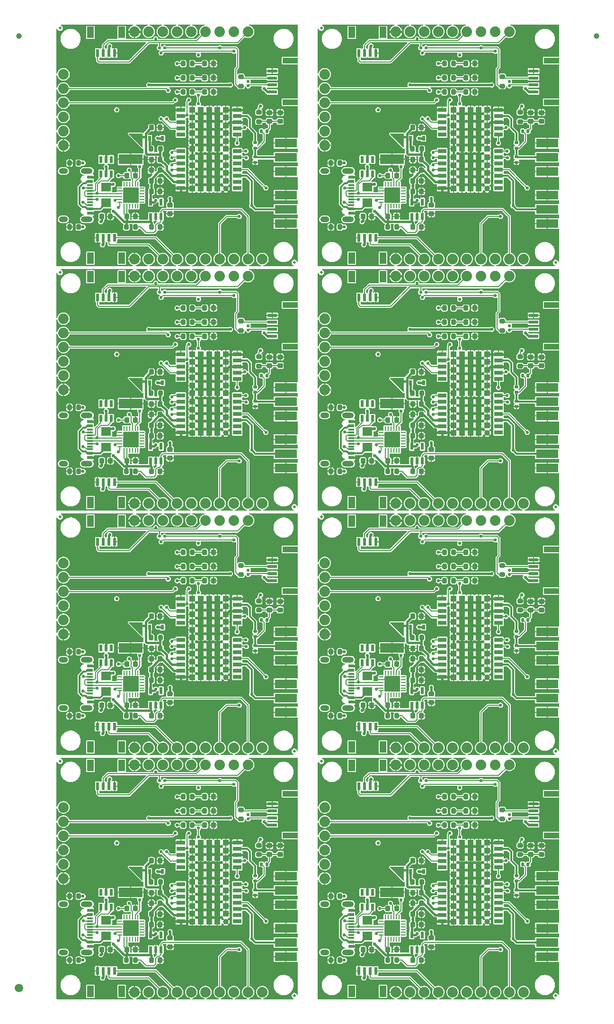
<source format=gtl>
%TF.GenerationSoftware,KiCad,Pcbnew,8.0.5*%
%TF.CreationDate,2024-10-02T11:06:20-06:00*%
%TF.ProjectId,SparkFun_GNSS_LG290P_panelized,53706172-6b46-4756-9e5f-474e53535f4c,rev?*%
%TF.SameCoordinates,Original*%
%TF.FileFunction,Copper,L1,Top*%
%TF.FilePolarity,Positive*%
%FSLAX46Y46*%
G04 Gerber Fmt 4.6, Leading zero omitted, Abs format (unit mm)*
G04 Created by KiCad (PCBNEW 8.0.5) date 2024-10-02 11:06:20*
%MOMM*%
%LPD*%
G01*
G04 APERTURE LIST*
G04 Aperture macros list*
%AMRoundRect*
0 Rectangle with rounded corners*
0 $1 Rounding radius*
0 $2 $3 $4 $5 $6 $7 $8 $9 X,Y pos of 4 corners*
0 Add a 4 corners polygon primitive as box body*
4,1,4,$2,$3,$4,$5,$6,$7,$8,$9,$2,$3,0*
0 Add four circle primitives for the rounded corners*
1,1,$1+$1,$2,$3*
1,1,$1+$1,$4,$5*
1,1,$1+$1,$6,$7*
1,1,$1+$1,$8,$9*
0 Add four rect primitives between the rounded corners*
20,1,$1+$1,$2,$3,$4,$5,0*
20,1,$1+$1,$4,$5,$6,$7,0*
20,1,$1+$1,$6,$7,$8,$9,0*
20,1,$1+$1,$8,$9,$2,$3,0*%
%AMFreePoly0*
4,1,4,0.655000,-1.932855,-1.830355,0.552500,0.655000,0.552500,0.655000,-1.932855,0.655000,-1.932855,$1*%
G04 Aperture macros list end*
%TA.AperFunction,SMDPad,CuDef*%
%ADD10C,1.000000*%
%TD*%
%TA.AperFunction,SMDPad,CuDef*%
%ADD11C,1.500000*%
%TD*%
%TA.AperFunction,SMDPad,CuDef*%
%ADD12RoundRect,0.200000X-0.200000X-0.275000X0.200000X-0.275000X0.200000X0.275000X-0.200000X0.275000X0*%
%TD*%
%TA.AperFunction,SMDPad,CuDef*%
%ADD13RoundRect,0.140000X0.140000X0.170000X-0.140000X0.170000X-0.140000X-0.170000X0.140000X-0.170000X0*%
%TD*%
%TA.AperFunction,SMDPad,CuDef*%
%ADD14RoundRect,0.225000X0.250000X-0.225000X0.250000X0.225000X-0.250000X0.225000X-0.250000X-0.225000X0*%
%TD*%
%TA.AperFunction,SMDPad,CuDef*%
%ADD15RoundRect,0.225000X-0.225000X-0.250000X0.225000X-0.250000X0.225000X0.250000X-0.225000X0.250000X0*%
%TD*%
%TA.AperFunction,SMDPad,CuDef*%
%ADD16FreePoly0,0.000000*%
%TD*%
%TA.AperFunction,SMDPad,CuDef*%
%ADD17R,4.200000X1.700000*%
%TD*%
%TA.AperFunction,SMDPad,CuDef*%
%ADD18RoundRect,0.200000X-0.275000X0.200000X-0.275000X-0.200000X0.275000X-0.200000X0.275000X0.200000X0*%
%TD*%
%TA.AperFunction,SMDPad,CuDef*%
%ADD19R,0.550000X1.200000*%
%TD*%
%TA.AperFunction,SMDPad,CuDef*%
%ADD20R,0.600000X1.350000*%
%TD*%
%TA.AperFunction,SMDPad,CuDef*%
%ADD21R,1.200000X2.000000*%
%TD*%
%TA.AperFunction,SMDPad,CuDef*%
%ADD22RoundRect,0.140000X0.170000X-0.140000X0.170000X0.140000X-0.170000X0.140000X-0.170000X-0.140000X0*%
%TD*%
%TA.AperFunction,SMDPad,CuDef*%
%ADD23RoundRect,0.225000X0.225000X0.250000X-0.225000X0.250000X-0.225000X-0.250000X0.225000X-0.250000X0*%
%TD*%
%TA.AperFunction,SMDPad,CuDef*%
%ADD24RoundRect,0.062500X-0.350000X-0.062500X0.350000X-0.062500X0.350000X0.062500X-0.350000X0.062500X0*%
%TD*%
%TA.AperFunction,SMDPad,CuDef*%
%ADD25RoundRect,0.062500X-0.062500X-0.350000X0.062500X-0.350000X0.062500X0.350000X-0.062500X0.350000X0*%
%TD*%
%TA.AperFunction,HeatsinkPad*%
%ADD26R,2.700000X2.700000*%
%TD*%
%TA.AperFunction,SMDPad,CuDef*%
%ADD27R,4.000000X1.500000*%
%TD*%
%TA.AperFunction,ComponentPad*%
%ADD28C,1.879600*%
%TD*%
%TA.AperFunction,SMDPad,CuDef*%
%ADD29R,1.800000X1.600000*%
%TD*%
%TA.AperFunction,SMDPad,CuDef*%
%ADD30R,1.500000X0.800000*%
%TD*%
%TA.AperFunction,SMDPad,CuDef*%
%ADD31R,1.000000X1.000000*%
%TD*%
%TA.AperFunction,SMDPad,CuDef*%
%ADD32RoundRect,0.200000X0.200000X0.275000X-0.200000X0.275000X-0.200000X-0.275000X0.200000X-0.275000X0*%
%TD*%
%TA.AperFunction,SMDPad,CuDef*%
%ADD33C,0.500000*%
%TD*%
%TA.AperFunction,SMDPad,CuDef*%
%ADD34RoundRect,0.218750X0.218750X0.256250X-0.218750X0.256250X-0.218750X-0.256250X0.218750X-0.256250X0*%
%TD*%
%TA.AperFunction,SMDPad,CuDef*%
%ADD35R,1.700000X0.600000*%
%TD*%
%TA.AperFunction,SMDPad,CuDef*%
%ADD36R,2.700000X1.000000*%
%TD*%
%TA.AperFunction,SMDPad,CuDef*%
%ADD37R,0.630000X0.830000*%
%TD*%
%TA.AperFunction,SMDPad,CuDef*%
%ADD38R,1.000000X0.300000*%
%TD*%
%TA.AperFunction,SMDPad,CuDef*%
%ADD39R,1.000000X0.600000*%
%TD*%
%TA.AperFunction,ComponentPad*%
%ADD40O,1.600000X1.000000*%
%TD*%
%TA.AperFunction,ComponentPad*%
%ADD41O,2.100000X1.000000*%
%TD*%
%TA.AperFunction,SMDPad,CuDef*%
%ADD42RoundRect,0.200000X0.275000X-0.200000X0.275000X0.200000X-0.275000X0.200000X-0.275000X-0.200000X0*%
%TD*%
%TA.AperFunction,ViaPad*%
%ADD43C,0.560000*%
%TD*%
%TA.AperFunction,Conductor*%
%ADD44C,0.152400*%
%TD*%
%TA.AperFunction,Conductor*%
%ADD45C,0.406400*%
%TD*%
%TA.AperFunction,Conductor*%
%ADD46C,0.177800*%
%TD*%
%TA.AperFunction,Conductor*%
%ADD47C,0.348996*%
%TD*%
G04 APERTURE END LIST*
D10*
%TO.P,,*%
%TO.N,*%
X96631000Y172220000D03*
%TD*%
%TO.P,,*%
%TO.N,*%
X-6723000Y172220000D03*
%TD*%
D11*
%TO.P,,*%
%TO.N,*%
X-6723000Y2000000D03*
%TD*%
D12*
%TO.P,R7,1*%
%TO.N,Net-(D5-PadC)*%
X63683000Y151995000D03*
%TO.P,R7,2*%
%TO.N,V_BCKP*%
X65333000Y151995000D03*
%TD*%
%TO.P,R7,1*%
%TO.N,Net-(D5-PadC)*%
X63683000Y108315000D03*
%TO.P,R7,2*%
%TO.N,V_BCKP*%
X65333000Y108315000D03*
%TD*%
%TO.P,R7,1*%
%TO.N,Net-(D5-PadC)*%
X63683000Y64635000D03*
%TO.P,R7,2*%
%TO.N,V_BCKP*%
X65333000Y64635000D03*
%TD*%
%TO.P,R7,1*%
%TO.N,Net-(D5-PadC)*%
X63683000Y20955000D03*
%TO.P,R7,2*%
%TO.N,V_BCKP*%
X65333000Y20955000D03*
%TD*%
%TO.P,R7,1*%
%TO.N,Net-(D5-PadC)*%
X16955000Y151995000D03*
%TO.P,R7,2*%
%TO.N,V_BCKP*%
X18605000Y151995000D03*
%TD*%
%TO.P,R7,1*%
%TO.N,Net-(D5-PadC)*%
X16955000Y108315000D03*
%TO.P,R7,2*%
%TO.N,V_BCKP*%
X18605000Y108315000D03*
%TD*%
%TO.P,R7,1*%
%TO.N,Net-(D5-PadC)*%
X16955000Y64635000D03*
%TO.P,R7,2*%
%TO.N,V_BCKP*%
X18605000Y64635000D03*
%TD*%
D13*
%TO.P,L1,1,1*%
%TO.N,Net-(C3-Pad1)*%
X84355500Y155170000D03*
%TO.P,L1,2,2*%
%TO.N,Net-(D3-A2)*%
X83395500Y155170000D03*
%TD*%
%TO.P,L1,1,1*%
%TO.N,Net-(C3-Pad1)*%
X84355500Y111490000D03*
%TO.P,L1,2,2*%
%TO.N,Net-(D3-A2)*%
X83395500Y111490000D03*
%TD*%
%TO.P,L1,1,1*%
%TO.N,Net-(C3-Pad1)*%
X84355500Y67810000D03*
%TO.P,L1,2,2*%
%TO.N,Net-(D3-A2)*%
X83395500Y67810000D03*
%TD*%
%TO.P,L1,1,1*%
%TO.N,Net-(C3-Pad1)*%
X84355500Y24130000D03*
%TO.P,L1,2,2*%
%TO.N,Net-(D3-A2)*%
X83395500Y24130000D03*
%TD*%
%TO.P,L1,1,1*%
%TO.N,Net-(C3-Pad1)*%
X37627500Y155170000D03*
%TO.P,L1,2,2*%
%TO.N,Net-(D3-A2)*%
X36667500Y155170000D03*
%TD*%
%TO.P,L1,1,1*%
%TO.N,Net-(C3-Pad1)*%
X37627500Y111490000D03*
%TO.P,L1,2,2*%
%TO.N,Net-(D3-A2)*%
X36667500Y111490000D03*
%TD*%
%TO.P,L1,1,1*%
%TO.N,Net-(C3-Pad1)*%
X37627500Y67810000D03*
%TO.P,L1,2,2*%
%TO.N,Net-(D3-A2)*%
X36667500Y67810000D03*
%TD*%
D14*
%TO.P,C3,1*%
%TO.N,Net-(C3-Pad1)*%
X86733000Y156935000D03*
%TO.P,C3,2*%
%TO.N,GND*%
X86733000Y158485000D03*
%TD*%
%TO.P,C3,1*%
%TO.N,Net-(C3-Pad1)*%
X86733000Y113255000D03*
%TO.P,C3,2*%
%TO.N,GND*%
X86733000Y114805000D03*
%TD*%
%TO.P,C3,1*%
%TO.N,Net-(C3-Pad1)*%
X86733000Y69575000D03*
%TO.P,C3,2*%
%TO.N,GND*%
X86733000Y71125000D03*
%TD*%
%TO.P,C3,1*%
%TO.N,Net-(C3-Pad1)*%
X86733000Y25895000D03*
%TO.P,C3,2*%
%TO.N,GND*%
X86733000Y27445000D03*
%TD*%
%TO.P,C3,1*%
%TO.N,Net-(C3-Pad1)*%
X40005000Y156935000D03*
%TO.P,C3,2*%
%TO.N,GND*%
X40005000Y158485000D03*
%TD*%
%TO.P,C3,1*%
%TO.N,Net-(C3-Pad1)*%
X40005000Y113255000D03*
%TO.P,C3,2*%
%TO.N,GND*%
X40005000Y114805000D03*
%TD*%
%TO.P,C3,1*%
%TO.N,Net-(C3-Pad1)*%
X40005000Y69575000D03*
%TO.P,C3,2*%
%TO.N,GND*%
X40005000Y71125000D03*
%TD*%
D12*
%TO.P,R9,1*%
%TO.N,5V*%
X59238000Y138025000D03*
%TO.P,R9,2*%
%TO.N,3V3_EN*%
X60888000Y138025000D03*
%TD*%
%TO.P,R9,1*%
%TO.N,5V*%
X59238000Y94345000D03*
%TO.P,R9,2*%
%TO.N,3V3_EN*%
X60888000Y94345000D03*
%TD*%
%TO.P,R9,1*%
%TO.N,5V*%
X59238000Y50665000D03*
%TO.P,R9,2*%
%TO.N,3V3_EN*%
X60888000Y50665000D03*
%TD*%
%TO.P,R9,1*%
%TO.N,5V*%
X59238000Y6985000D03*
%TO.P,R9,2*%
%TO.N,3V3_EN*%
X60888000Y6985000D03*
%TD*%
%TO.P,R9,1*%
%TO.N,5V*%
X12510000Y138025000D03*
%TO.P,R9,2*%
%TO.N,3V3_EN*%
X14160000Y138025000D03*
%TD*%
%TO.P,R9,1*%
%TO.N,5V*%
X12510000Y94345000D03*
%TO.P,R9,2*%
%TO.N,3V3_EN*%
X14160000Y94345000D03*
%TD*%
%TO.P,R9,1*%
%TO.N,5V*%
X12510000Y50665000D03*
%TO.P,R9,2*%
%TO.N,3V3_EN*%
X14160000Y50665000D03*
%TD*%
D15*
%TO.P,C13,1*%
%TO.N,3.3V*%
X54843000Y139930000D03*
%TO.P,C13,2*%
%TO.N,GND*%
X56393000Y139930000D03*
%TD*%
%TO.P,C13,1*%
%TO.N,3.3V*%
X54843000Y96250000D03*
%TO.P,C13,2*%
%TO.N,GND*%
X56393000Y96250000D03*
%TD*%
%TO.P,C13,1*%
%TO.N,3.3V*%
X54843000Y52570000D03*
%TO.P,C13,2*%
%TO.N,GND*%
X56393000Y52570000D03*
%TD*%
%TO.P,C13,1*%
%TO.N,3.3V*%
X54843000Y8890000D03*
%TO.P,C13,2*%
%TO.N,GND*%
X56393000Y8890000D03*
%TD*%
%TO.P,C13,1*%
%TO.N,3.3V*%
X8115000Y139930000D03*
%TO.P,C13,2*%
%TO.N,GND*%
X9665000Y139930000D03*
%TD*%
%TO.P,C13,1*%
%TO.N,3.3V*%
X8115000Y96250000D03*
%TO.P,C13,2*%
%TO.N,GND*%
X9665000Y96250000D03*
%TD*%
%TO.P,C13,1*%
%TO.N,3.3V*%
X8115000Y52570000D03*
%TO.P,C13,2*%
%TO.N,GND*%
X9665000Y52570000D03*
%TD*%
D16*
%TO.P,BT1,+,+*%
%TO.N,V_BCKP*%
X61478000Y154147500D03*
D17*
%TO.P,BT1,-,-*%
%TO.N,GND*%
X60028000Y150145000D03*
%TD*%
D16*
%TO.P,BT1,+,+*%
%TO.N,V_BCKP*%
X61478000Y110467500D03*
D17*
%TO.P,BT1,-,-*%
%TO.N,GND*%
X60028000Y106465000D03*
%TD*%
D16*
%TO.P,BT1,+,+*%
%TO.N,V_BCKP*%
X61478000Y66787500D03*
D17*
%TO.P,BT1,-,-*%
%TO.N,GND*%
X60028000Y62785000D03*
%TD*%
D16*
%TO.P,BT1,+,+*%
%TO.N,V_BCKP*%
X61478000Y23107500D03*
D17*
%TO.P,BT1,-,-*%
%TO.N,GND*%
X60028000Y19105000D03*
%TD*%
D16*
%TO.P,BT1,+,+*%
%TO.N,V_BCKP*%
X14750000Y154147500D03*
D17*
%TO.P,BT1,-,-*%
%TO.N,GND*%
X13300000Y150145000D03*
%TD*%
D16*
%TO.P,BT1,+,+*%
%TO.N,V_BCKP*%
X14750000Y110467500D03*
D17*
%TO.P,BT1,-,-*%
%TO.N,GND*%
X13300000Y106465000D03*
%TD*%
D16*
%TO.P,BT1,+,+*%
%TO.N,V_BCKP*%
X14750000Y66787500D03*
D17*
%TO.P,BT1,-,-*%
%TO.N,GND*%
X13300000Y62785000D03*
%TD*%
D15*
%TO.P,C1,1*%
%TO.N,5V*%
X63733000Y138025000D03*
%TO.P,C1,2*%
%TO.N,GND*%
X65283000Y138025000D03*
%TD*%
%TO.P,C1,1*%
%TO.N,5V*%
X63733000Y94345000D03*
%TO.P,C1,2*%
%TO.N,GND*%
X65283000Y94345000D03*
%TD*%
%TO.P,C1,1*%
%TO.N,5V*%
X63733000Y50665000D03*
%TO.P,C1,2*%
%TO.N,GND*%
X65283000Y50665000D03*
%TD*%
%TO.P,C1,1*%
%TO.N,5V*%
X63733000Y6985000D03*
%TO.P,C1,2*%
%TO.N,GND*%
X65283000Y6985000D03*
%TD*%
%TO.P,C1,1*%
%TO.N,5V*%
X17005000Y138025000D03*
%TO.P,C1,2*%
%TO.N,GND*%
X18555000Y138025000D03*
%TD*%
%TO.P,C1,1*%
%TO.N,5V*%
X17005000Y94345000D03*
%TO.P,C1,2*%
%TO.N,GND*%
X18555000Y94345000D03*
%TD*%
%TO.P,C1,1*%
%TO.N,5V*%
X17005000Y50665000D03*
%TO.P,C1,2*%
%TO.N,GND*%
X18555000Y50665000D03*
%TD*%
D18*
%TO.P,R6,1*%
%TO.N,VCC_RF*%
X82923000Y158535000D03*
%TO.P,R6,2*%
%TO.N,Net-(C3-Pad1)*%
X82923000Y156885000D03*
%TD*%
%TO.P,R6,1*%
%TO.N,VCC_RF*%
X82923000Y114855000D03*
%TO.P,R6,2*%
%TO.N,Net-(C3-Pad1)*%
X82923000Y113205000D03*
%TD*%
%TO.P,R6,1*%
%TO.N,VCC_RF*%
X82923000Y71175000D03*
%TO.P,R6,2*%
%TO.N,Net-(C3-Pad1)*%
X82923000Y69525000D03*
%TD*%
%TO.P,R6,1*%
%TO.N,VCC_RF*%
X82923000Y27495000D03*
%TO.P,R6,2*%
%TO.N,Net-(C3-Pad1)*%
X82923000Y25845000D03*
%TD*%
%TO.P,R6,1*%
%TO.N,VCC_RF*%
X36195000Y158535000D03*
%TO.P,R6,2*%
%TO.N,Net-(C3-Pad1)*%
X36195000Y156885000D03*
%TD*%
%TO.P,R6,1*%
%TO.N,VCC_RF*%
X36195000Y114855000D03*
%TO.P,R6,2*%
%TO.N,Net-(C3-Pad1)*%
X36195000Y113205000D03*
%TD*%
%TO.P,R6,1*%
%TO.N,VCC_RF*%
X36195000Y71175000D03*
%TO.P,R6,2*%
%TO.N,Net-(C3-Pad1)*%
X36195000Y69525000D03*
%TD*%
D19*
%TO.P,U1,1,I/O1*%
%TO.N,unconnected-(U1-I{slash}O1-Pad1)*%
X56568000Y150120100D03*
%TO.P,U1,2,GND*%
%TO.N,GND*%
X55618000Y150120100D03*
%TO.P,U1,3,I/O2*%
%TO.N,unconnected-(U1-I{slash}O2-Pad3)*%
X54668000Y150120100D03*
%TO.P,U1,4,I/O3*%
%TO.N,Net-(U1-I{slash}O3)*%
X54668000Y147519900D03*
%TO.P,U1,5,VCC*%
%TO.N,5V*%
X55618000Y147520000D03*
%TO.P,U1,6,I/O4*%
%TO.N,Net-(U1-I{slash}O4)*%
X56568000Y147519900D03*
%TD*%
%TO.P,U1,1,I/O1*%
%TO.N,unconnected-(U1-I{slash}O1-Pad1)*%
X56568000Y106440100D03*
%TO.P,U1,2,GND*%
%TO.N,GND*%
X55618000Y106440100D03*
%TO.P,U1,3,I/O2*%
%TO.N,unconnected-(U1-I{slash}O2-Pad3)*%
X54668000Y106440100D03*
%TO.P,U1,4,I/O3*%
%TO.N,Net-(U1-I{slash}O3)*%
X54668000Y103839900D03*
%TO.P,U1,5,VCC*%
%TO.N,5V*%
X55618000Y103840000D03*
%TO.P,U1,6,I/O4*%
%TO.N,Net-(U1-I{slash}O4)*%
X56568000Y103839900D03*
%TD*%
%TO.P,U1,1,I/O1*%
%TO.N,unconnected-(U1-I{slash}O1-Pad1)*%
X56568000Y62760100D03*
%TO.P,U1,2,GND*%
%TO.N,GND*%
X55618000Y62760100D03*
%TO.P,U1,3,I/O2*%
%TO.N,unconnected-(U1-I{slash}O2-Pad3)*%
X54668000Y62760100D03*
%TO.P,U1,4,I/O3*%
%TO.N,Net-(U1-I{slash}O3)*%
X54668000Y60159900D03*
%TO.P,U1,5,VCC*%
%TO.N,5V*%
X55618000Y60160000D03*
%TO.P,U1,6,I/O4*%
%TO.N,Net-(U1-I{slash}O4)*%
X56568000Y60159900D03*
%TD*%
%TO.P,U1,1,I/O1*%
%TO.N,unconnected-(U1-I{slash}O1-Pad1)*%
X56568000Y19080100D03*
%TO.P,U1,2,GND*%
%TO.N,GND*%
X55618000Y19080100D03*
%TO.P,U1,3,I/O2*%
%TO.N,unconnected-(U1-I{slash}O2-Pad3)*%
X54668000Y19080100D03*
%TO.P,U1,4,I/O3*%
%TO.N,Net-(U1-I{slash}O3)*%
X54668000Y16479900D03*
%TO.P,U1,5,VCC*%
%TO.N,5V*%
X55618000Y16480000D03*
%TO.P,U1,6,I/O4*%
%TO.N,Net-(U1-I{slash}O4)*%
X56568000Y16479900D03*
%TD*%
%TO.P,U1,1,I/O1*%
%TO.N,unconnected-(U1-I{slash}O1-Pad1)*%
X9840000Y150120100D03*
%TO.P,U1,2,GND*%
%TO.N,GND*%
X8890000Y150120100D03*
%TO.P,U1,3,I/O2*%
%TO.N,unconnected-(U1-I{slash}O2-Pad3)*%
X7940000Y150120100D03*
%TO.P,U1,4,I/O3*%
%TO.N,Net-(U1-I{slash}O3)*%
X7940000Y147519900D03*
%TO.P,U1,5,VCC*%
%TO.N,5V*%
X8890000Y147520000D03*
%TO.P,U1,6,I/O4*%
%TO.N,Net-(U1-I{slash}O4)*%
X9840000Y147519900D03*
%TD*%
%TO.P,U1,1,I/O1*%
%TO.N,unconnected-(U1-I{slash}O1-Pad1)*%
X9840000Y106440100D03*
%TO.P,U1,2,GND*%
%TO.N,GND*%
X8890000Y106440100D03*
%TO.P,U1,3,I/O2*%
%TO.N,unconnected-(U1-I{slash}O2-Pad3)*%
X7940000Y106440100D03*
%TO.P,U1,4,I/O3*%
%TO.N,Net-(U1-I{slash}O3)*%
X7940000Y103839900D03*
%TO.P,U1,5,VCC*%
%TO.N,5V*%
X8890000Y103840000D03*
%TO.P,U1,6,I/O4*%
%TO.N,Net-(U1-I{slash}O4)*%
X9840000Y103839900D03*
%TD*%
%TO.P,U1,1,I/O1*%
%TO.N,unconnected-(U1-I{slash}O1-Pad1)*%
X9840000Y62760100D03*
%TO.P,U1,2,GND*%
%TO.N,GND*%
X8890000Y62760100D03*
%TO.P,U1,3,I/O2*%
%TO.N,unconnected-(U1-I{slash}O2-Pad3)*%
X7940000Y62760100D03*
%TO.P,U1,4,I/O3*%
%TO.N,Net-(U1-I{slash}O3)*%
X7940000Y60159900D03*
%TO.P,U1,5,VCC*%
%TO.N,5V*%
X8890000Y60160000D03*
%TO.P,U1,6,I/O4*%
%TO.N,Net-(U1-I{slash}O4)*%
X9840000Y60159900D03*
%TD*%
D20*
%TO.P,J4,1,Pin_1*%
%TO.N,GND*%
X54118000Y136120000D03*
%TO.P,J4,2,Pin_2*%
%TO.N,3.3V*%
X55118000Y136120000D03*
%TO.P,J4,3,Pin_3*%
%TO.N,SDA*%
X56118000Y136120000D03*
%TO.P,J4,4,Pin_4*%
%TO.N,SCL*%
X57118000Y136120000D03*
D21*
%TO.P,J4,NC1,NC*%
%TO.N,unconnected-(J4-NC-PadNC1)*%
X58418000Y132445000D03*
%TO.P,J4,NC2,NC*%
%TO.N,unconnected-(J4-NC-PadNC2)*%
X52818000Y132445000D03*
%TD*%
D20*
%TO.P,J4,1,Pin_1*%
%TO.N,GND*%
X54118000Y92440000D03*
%TO.P,J4,2,Pin_2*%
%TO.N,3.3V*%
X55118000Y92440000D03*
%TO.P,J4,3,Pin_3*%
%TO.N,SDA*%
X56118000Y92440000D03*
%TO.P,J4,4,Pin_4*%
%TO.N,SCL*%
X57118000Y92440000D03*
D21*
%TO.P,J4,NC1,NC*%
%TO.N,unconnected-(J4-NC-PadNC1)*%
X58418000Y88765000D03*
%TO.P,J4,NC2,NC*%
%TO.N,unconnected-(J4-NC-PadNC2)*%
X52818000Y88765000D03*
%TD*%
D20*
%TO.P,J4,1,Pin_1*%
%TO.N,GND*%
X54118000Y48760000D03*
%TO.P,J4,2,Pin_2*%
%TO.N,3.3V*%
X55118000Y48760000D03*
%TO.P,J4,3,Pin_3*%
%TO.N,SDA*%
X56118000Y48760000D03*
%TO.P,J4,4,Pin_4*%
%TO.N,SCL*%
X57118000Y48760000D03*
D21*
%TO.P,J4,NC1,NC*%
%TO.N,unconnected-(J4-NC-PadNC1)*%
X58418000Y45085000D03*
%TO.P,J4,NC2,NC*%
%TO.N,unconnected-(J4-NC-PadNC2)*%
X52818000Y45085000D03*
%TD*%
D20*
%TO.P,J4,1,Pin_1*%
%TO.N,GND*%
X54118000Y5080000D03*
%TO.P,J4,2,Pin_2*%
%TO.N,3.3V*%
X55118000Y5080000D03*
%TO.P,J4,3,Pin_3*%
%TO.N,SDA*%
X56118000Y5080000D03*
%TO.P,J4,4,Pin_4*%
%TO.N,SCL*%
X57118000Y5080000D03*
D21*
%TO.P,J4,NC1,NC*%
%TO.N,unconnected-(J4-NC-PadNC1)*%
X58418000Y1405000D03*
%TO.P,J4,NC2,NC*%
%TO.N,unconnected-(J4-NC-PadNC2)*%
X52818000Y1405000D03*
%TD*%
D20*
%TO.P,J4,1,Pin_1*%
%TO.N,GND*%
X7390000Y136120000D03*
%TO.P,J4,2,Pin_2*%
%TO.N,3.3V*%
X8390000Y136120000D03*
%TO.P,J4,3,Pin_3*%
%TO.N,SDA*%
X9390000Y136120000D03*
%TO.P,J4,4,Pin_4*%
%TO.N,SCL*%
X10390000Y136120000D03*
D21*
%TO.P,J4,NC1,NC*%
%TO.N,unconnected-(J4-NC-PadNC1)*%
X11690000Y132445000D03*
%TO.P,J4,NC2,NC*%
%TO.N,unconnected-(J4-NC-PadNC2)*%
X6090000Y132445000D03*
%TD*%
D20*
%TO.P,J4,1,Pin_1*%
%TO.N,GND*%
X7390000Y92440000D03*
%TO.P,J4,2,Pin_2*%
%TO.N,3.3V*%
X8390000Y92440000D03*
%TO.P,J4,3,Pin_3*%
%TO.N,SDA*%
X9390000Y92440000D03*
%TO.P,J4,4,Pin_4*%
%TO.N,SCL*%
X10390000Y92440000D03*
D21*
%TO.P,J4,NC1,NC*%
%TO.N,unconnected-(J4-NC-PadNC1)*%
X11690000Y88765000D03*
%TO.P,J4,NC2,NC*%
%TO.N,unconnected-(J4-NC-PadNC2)*%
X6090000Y88765000D03*
%TD*%
D20*
%TO.P,J4,1,Pin_1*%
%TO.N,GND*%
X7390000Y48760000D03*
%TO.P,J4,2,Pin_2*%
%TO.N,3.3V*%
X8390000Y48760000D03*
%TO.P,J4,3,Pin_3*%
%TO.N,SDA*%
X9390000Y48760000D03*
%TO.P,J4,4,Pin_4*%
%TO.N,SCL*%
X10390000Y48760000D03*
D21*
%TO.P,J4,NC1,NC*%
%TO.N,unconnected-(J4-NC-PadNC1)*%
X11690000Y45085000D03*
%TO.P,J4,NC2,NC*%
%TO.N,unconnected-(J4-NC-PadNC2)*%
X6090000Y45085000D03*
%TD*%
D22*
%TO.P,C6,1*%
%TO.N,Net-(D3-A2)*%
X82288000Y152150000D03*
%TO.P,C6,2*%
%TO.N,ANT_IN*%
X82288000Y153110000D03*
%TD*%
%TO.P,C6,1*%
%TO.N,Net-(D3-A2)*%
X82288000Y108470000D03*
%TO.P,C6,2*%
%TO.N,ANT_IN*%
X82288000Y109430000D03*
%TD*%
%TO.P,C6,1*%
%TO.N,Net-(D3-A2)*%
X82288000Y64790000D03*
%TO.P,C6,2*%
%TO.N,ANT_IN*%
X82288000Y65750000D03*
%TD*%
%TO.P,C6,1*%
%TO.N,Net-(D3-A2)*%
X82288000Y21110000D03*
%TO.P,C6,2*%
%TO.N,ANT_IN*%
X82288000Y22070000D03*
%TD*%
%TO.P,C6,1*%
%TO.N,Net-(D3-A2)*%
X35560000Y152150000D03*
%TO.P,C6,2*%
%TO.N,ANT_IN*%
X35560000Y153110000D03*
%TD*%
%TO.P,C6,1*%
%TO.N,Net-(D3-A2)*%
X35560000Y108470000D03*
%TO.P,C6,2*%
%TO.N,ANT_IN*%
X35560000Y109430000D03*
%TD*%
%TO.P,C6,1*%
%TO.N,Net-(D3-A2)*%
X35560000Y64790000D03*
%TO.P,C6,2*%
%TO.N,ANT_IN*%
X35560000Y65750000D03*
%TD*%
D23*
%TO.P,C10,1*%
%TO.N,GND*%
X60838000Y147232500D03*
%TO.P,C10,2*%
%TO.N,Net-(U4-V3)*%
X59288000Y147232500D03*
%TD*%
%TO.P,C10,1*%
%TO.N,GND*%
X60838000Y103552500D03*
%TO.P,C10,2*%
%TO.N,Net-(U4-V3)*%
X59288000Y103552500D03*
%TD*%
%TO.P,C10,1*%
%TO.N,GND*%
X60838000Y59872500D03*
%TO.P,C10,2*%
%TO.N,Net-(U4-V3)*%
X59288000Y59872500D03*
%TD*%
%TO.P,C10,1*%
%TO.N,GND*%
X60838000Y16192500D03*
%TO.P,C10,2*%
%TO.N,Net-(U4-V3)*%
X59288000Y16192500D03*
%TD*%
%TO.P,C10,1*%
%TO.N,GND*%
X14110000Y147232500D03*
%TO.P,C10,2*%
%TO.N,Net-(U4-V3)*%
X12560000Y147232500D03*
%TD*%
%TO.P,C10,1*%
%TO.N,GND*%
X14110000Y103552500D03*
%TO.P,C10,2*%
%TO.N,Net-(U4-V3)*%
X12560000Y103552500D03*
%TD*%
%TO.P,C10,1*%
%TO.N,GND*%
X14110000Y59872500D03*
%TO.P,C10,2*%
%TO.N,Net-(U4-V3)*%
X12560000Y59872500D03*
%TD*%
D24*
%TO.P,U4,1,~{RI0}*%
%TO.N,unconnected-(U4-~{RI0}-Pad1)*%
X58100500Y144990000D03*
%TO.P,U4,2,GND*%
%TO.N,GND*%
X58100500Y144490000D03*
%TO.P,U4,3,UD+*%
%TO.N,Net-(U1-I{slash}O4)*%
X58100500Y143990000D03*
%TO.P,U4,4,UD-*%
%TO.N,Net-(U1-I{slash}O3)*%
X58100500Y143490000D03*
%TO.P,U4,5,VIO*%
%TO.N,3.3V*%
X58100500Y142990000D03*
%TO.P,U4,6,V3*%
%TO.N,Net-(U4-V3)*%
X58100500Y142490000D03*
D25*
%TO.P,U4,7,VDD5*%
%TO.N,5V*%
X58813000Y141777500D03*
%TO.P,U4,8,VBUS*%
X59313000Y141777500D03*
%TO.P,U4,9,~{RST}*%
%TO.N,unconnected-(U4-~{RST}-Pad9)*%
X59813000Y141777500D03*
%TO.P,U4,10,~{CTS1}*%
%TO.N,unconnected-(U4-~{CTS1}-Pad10)*%
X60313000Y141777500D03*
%TO.P,U4,11,~{RTS1}*%
%TO.N,unconnected-(U4-~{RTS1}-Pad11)*%
X60813000Y141777500D03*
%TO.P,U4,12,RXD1*%
%TO.N,unconnected-(U4-RXD1-Pad12)*%
X61313000Y141777500D03*
D24*
%TO.P,U4,13,TXD1*%
%TO.N,unconnected-(U4-TXD1-Pad13)*%
X62025500Y142490000D03*
%TO.P,U4,14,~{DSR1}*%
%TO.N,unconnected-(U4-~{DSR1}-Pad14)*%
X62025500Y142990000D03*
%TO.P,U4,15,~{DTR1}*%
%TO.N,unconnected-(U4-~{DTR1}-Pad15)*%
X62025500Y143490000D03*
%TO.P,U4,16,~{DCD1}*%
%TO.N,unconnected-(U4-~{DCD1}-Pad16)*%
X62025500Y143990000D03*
%TO.P,U4,17,~{RI1}*%
%TO.N,unconnected-(U4-~{RI1}-Pad17)*%
X62025500Y144490000D03*
%TO.P,U4,18,~{CTS0}*%
%TO.N,unconnected-(U4-~{CTS0}-Pad18)*%
X62025500Y144990000D03*
D25*
%TO.P,U4,19,~{RTS0}*%
%TO.N,unconnected-(U4-~{RTS0}-Pad19)*%
X61313000Y145702500D03*
%TO.P,U4,20,RXD0*%
%TO.N,TXD1*%
X60813000Y145702500D03*
%TO.P,U4,21,TXD0*%
%TO.N,RXD1*%
X60313000Y145702500D03*
%TO.P,U4,22,~{DSR0}*%
%TO.N,unconnected-(U4-~{DSR0}-Pad22)*%
X59813000Y145702500D03*
%TO.P,U4,23,~{DTR0}*%
%TO.N,unconnected-(U4-~{DTR0}-Pad23)*%
X59313000Y145702500D03*
%TO.P,U4,24,~{DCD0}*%
%TO.N,unconnected-(U4-~{DCD0}-Pad24)*%
X58813000Y145702500D03*
D26*
%TO.P,U4,25,GND*%
%TO.N,GND*%
X60063000Y143740000D03*
%TD*%
D24*
%TO.P,U4,1,~{RI0}*%
%TO.N,unconnected-(U4-~{RI0}-Pad1)*%
X58100500Y101310000D03*
%TO.P,U4,2,GND*%
%TO.N,GND*%
X58100500Y100810000D03*
%TO.P,U4,3,UD+*%
%TO.N,Net-(U1-I{slash}O4)*%
X58100500Y100310000D03*
%TO.P,U4,4,UD-*%
%TO.N,Net-(U1-I{slash}O3)*%
X58100500Y99810000D03*
%TO.P,U4,5,VIO*%
%TO.N,3.3V*%
X58100500Y99310000D03*
%TO.P,U4,6,V3*%
%TO.N,Net-(U4-V3)*%
X58100500Y98810000D03*
D25*
%TO.P,U4,7,VDD5*%
%TO.N,5V*%
X58813000Y98097500D03*
%TO.P,U4,8,VBUS*%
X59313000Y98097500D03*
%TO.P,U4,9,~{RST}*%
%TO.N,unconnected-(U4-~{RST}-Pad9)*%
X59813000Y98097500D03*
%TO.P,U4,10,~{CTS1}*%
%TO.N,unconnected-(U4-~{CTS1}-Pad10)*%
X60313000Y98097500D03*
%TO.P,U4,11,~{RTS1}*%
%TO.N,unconnected-(U4-~{RTS1}-Pad11)*%
X60813000Y98097500D03*
%TO.P,U4,12,RXD1*%
%TO.N,unconnected-(U4-RXD1-Pad12)*%
X61313000Y98097500D03*
D24*
%TO.P,U4,13,TXD1*%
%TO.N,unconnected-(U4-TXD1-Pad13)*%
X62025500Y98810000D03*
%TO.P,U4,14,~{DSR1}*%
%TO.N,unconnected-(U4-~{DSR1}-Pad14)*%
X62025500Y99310000D03*
%TO.P,U4,15,~{DTR1}*%
%TO.N,unconnected-(U4-~{DTR1}-Pad15)*%
X62025500Y99810000D03*
%TO.P,U4,16,~{DCD1}*%
%TO.N,unconnected-(U4-~{DCD1}-Pad16)*%
X62025500Y100310000D03*
%TO.P,U4,17,~{RI1}*%
%TO.N,unconnected-(U4-~{RI1}-Pad17)*%
X62025500Y100810000D03*
%TO.P,U4,18,~{CTS0}*%
%TO.N,unconnected-(U4-~{CTS0}-Pad18)*%
X62025500Y101310000D03*
D25*
%TO.P,U4,19,~{RTS0}*%
%TO.N,unconnected-(U4-~{RTS0}-Pad19)*%
X61313000Y102022500D03*
%TO.P,U4,20,RXD0*%
%TO.N,TXD1*%
X60813000Y102022500D03*
%TO.P,U4,21,TXD0*%
%TO.N,RXD1*%
X60313000Y102022500D03*
%TO.P,U4,22,~{DSR0}*%
%TO.N,unconnected-(U4-~{DSR0}-Pad22)*%
X59813000Y102022500D03*
%TO.P,U4,23,~{DTR0}*%
%TO.N,unconnected-(U4-~{DTR0}-Pad23)*%
X59313000Y102022500D03*
%TO.P,U4,24,~{DCD0}*%
%TO.N,unconnected-(U4-~{DCD0}-Pad24)*%
X58813000Y102022500D03*
D26*
%TO.P,U4,25,GND*%
%TO.N,GND*%
X60063000Y100060000D03*
%TD*%
D24*
%TO.P,U4,1,~{RI0}*%
%TO.N,unconnected-(U4-~{RI0}-Pad1)*%
X58100500Y57630000D03*
%TO.P,U4,2,GND*%
%TO.N,GND*%
X58100500Y57130000D03*
%TO.P,U4,3,UD+*%
%TO.N,Net-(U1-I{slash}O4)*%
X58100500Y56630000D03*
%TO.P,U4,4,UD-*%
%TO.N,Net-(U1-I{slash}O3)*%
X58100500Y56130000D03*
%TO.P,U4,5,VIO*%
%TO.N,3.3V*%
X58100500Y55630000D03*
%TO.P,U4,6,V3*%
%TO.N,Net-(U4-V3)*%
X58100500Y55130000D03*
D25*
%TO.P,U4,7,VDD5*%
%TO.N,5V*%
X58813000Y54417500D03*
%TO.P,U4,8,VBUS*%
X59313000Y54417500D03*
%TO.P,U4,9,~{RST}*%
%TO.N,unconnected-(U4-~{RST}-Pad9)*%
X59813000Y54417500D03*
%TO.P,U4,10,~{CTS1}*%
%TO.N,unconnected-(U4-~{CTS1}-Pad10)*%
X60313000Y54417500D03*
%TO.P,U4,11,~{RTS1}*%
%TO.N,unconnected-(U4-~{RTS1}-Pad11)*%
X60813000Y54417500D03*
%TO.P,U4,12,RXD1*%
%TO.N,unconnected-(U4-RXD1-Pad12)*%
X61313000Y54417500D03*
D24*
%TO.P,U4,13,TXD1*%
%TO.N,unconnected-(U4-TXD1-Pad13)*%
X62025500Y55130000D03*
%TO.P,U4,14,~{DSR1}*%
%TO.N,unconnected-(U4-~{DSR1}-Pad14)*%
X62025500Y55630000D03*
%TO.P,U4,15,~{DTR1}*%
%TO.N,unconnected-(U4-~{DTR1}-Pad15)*%
X62025500Y56130000D03*
%TO.P,U4,16,~{DCD1}*%
%TO.N,unconnected-(U4-~{DCD1}-Pad16)*%
X62025500Y56630000D03*
%TO.P,U4,17,~{RI1}*%
%TO.N,unconnected-(U4-~{RI1}-Pad17)*%
X62025500Y57130000D03*
%TO.P,U4,18,~{CTS0}*%
%TO.N,unconnected-(U4-~{CTS0}-Pad18)*%
X62025500Y57630000D03*
D25*
%TO.P,U4,19,~{RTS0}*%
%TO.N,unconnected-(U4-~{RTS0}-Pad19)*%
X61313000Y58342500D03*
%TO.P,U4,20,RXD0*%
%TO.N,TXD1*%
X60813000Y58342500D03*
%TO.P,U4,21,TXD0*%
%TO.N,RXD1*%
X60313000Y58342500D03*
%TO.P,U4,22,~{DSR0}*%
%TO.N,unconnected-(U4-~{DSR0}-Pad22)*%
X59813000Y58342500D03*
%TO.P,U4,23,~{DTR0}*%
%TO.N,unconnected-(U4-~{DTR0}-Pad23)*%
X59313000Y58342500D03*
%TO.P,U4,24,~{DCD0}*%
%TO.N,unconnected-(U4-~{DCD0}-Pad24)*%
X58813000Y58342500D03*
D26*
%TO.P,U4,25,GND*%
%TO.N,GND*%
X60063000Y56380000D03*
%TD*%
D24*
%TO.P,U4,1,~{RI0}*%
%TO.N,unconnected-(U4-~{RI0}-Pad1)*%
X58100500Y13950000D03*
%TO.P,U4,2,GND*%
%TO.N,GND*%
X58100500Y13450000D03*
%TO.P,U4,3,UD+*%
%TO.N,Net-(U1-I{slash}O4)*%
X58100500Y12950000D03*
%TO.P,U4,4,UD-*%
%TO.N,Net-(U1-I{slash}O3)*%
X58100500Y12450000D03*
%TO.P,U4,5,VIO*%
%TO.N,3.3V*%
X58100500Y11950000D03*
%TO.P,U4,6,V3*%
%TO.N,Net-(U4-V3)*%
X58100500Y11450000D03*
D25*
%TO.P,U4,7,VDD5*%
%TO.N,5V*%
X58813000Y10737500D03*
%TO.P,U4,8,VBUS*%
X59313000Y10737500D03*
%TO.P,U4,9,~{RST}*%
%TO.N,unconnected-(U4-~{RST}-Pad9)*%
X59813000Y10737500D03*
%TO.P,U4,10,~{CTS1}*%
%TO.N,unconnected-(U4-~{CTS1}-Pad10)*%
X60313000Y10737500D03*
%TO.P,U4,11,~{RTS1}*%
%TO.N,unconnected-(U4-~{RTS1}-Pad11)*%
X60813000Y10737500D03*
%TO.P,U4,12,RXD1*%
%TO.N,unconnected-(U4-RXD1-Pad12)*%
X61313000Y10737500D03*
D24*
%TO.P,U4,13,TXD1*%
%TO.N,unconnected-(U4-TXD1-Pad13)*%
X62025500Y11450000D03*
%TO.P,U4,14,~{DSR1}*%
%TO.N,unconnected-(U4-~{DSR1}-Pad14)*%
X62025500Y11950000D03*
%TO.P,U4,15,~{DTR1}*%
%TO.N,unconnected-(U4-~{DTR1}-Pad15)*%
X62025500Y12450000D03*
%TO.P,U4,16,~{DCD1}*%
%TO.N,unconnected-(U4-~{DCD1}-Pad16)*%
X62025500Y12950000D03*
%TO.P,U4,17,~{RI1}*%
%TO.N,unconnected-(U4-~{RI1}-Pad17)*%
X62025500Y13450000D03*
%TO.P,U4,18,~{CTS0}*%
%TO.N,unconnected-(U4-~{CTS0}-Pad18)*%
X62025500Y13950000D03*
D25*
%TO.P,U4,19,~{RTS0}*%
%TO.N,unconnected-(U4-~{RTS0}-Pad19)*%
X61313000Y14662500D03*
%TO.P,U4,20,RXD0*%
%TO.N,TXD1*%
X60813000Y14662500D03*
%TO.P,U4,21,TXD0*%
%TO.N,RXD1*%
X60313000Y14662500D03*
%TO.P,U4,22,~{DSR0}*%
%TO.N,unconnected-(U4-~{DSR0}-Pad22)*%
X59813000Y14662500D03*
%TO.P,U4,23,~{DTR0}*%
%TO.N,unconnected-(U4-~{DTR0}-Pad23)*%
X59313000Y14662500D03*
%TO.P,U4,24,~{DCD0}*%
%TO.N,unconnected-(U4-~{DCD0}-Pad24)*%
X58813000Y14662500D03*
D26*
%TO.P,U4,25,GND*%
%TO.N,GND*%
X60063000Y12700000D03*
%TD*%
D24*
%TO.P,U4,1,~{RI0}*%
%TO.N,unconnected-(U4-~{RI0}-Pad1)*%
X11372500Y144990000D03*
%TO.P,U4,2,GND*%
%TO.N,GND*%
X11372500Y144490000D03*
%TO.P,U4,3,UD+*%
%TO.N,Net-(U1-I{slash}O4)*%
X11372500Y143990000D03*
%TO.P,U4,4,UD-*%
%TO.N,Net-(U1-I{slash}O3)*%
X11372500Y143490000D03*
%TO.P,U4,5,VIO*%
%TO.N,3.3V*%
X11372500Y142990000D03*
%TO.P,U4,6,V3*%
%TO.N,Net-(U4-V3)*%
X11372500Y142490000D03*
D25*
%TO.P,U4,7,VDD5*%
%TO.N,5V*%
X12085000Y141777500D03*
%TO.P,U4,8,VBUS*%
X12585000Y141777500D03*
%TO.P,U4,9,~{RST}*%
%TO.N,unconnected-(U4-~{RST}-Pad9)*%
X13085000Y141777500D03*
%TO.P,U4,10,~{CTS1}*%
%TO.N,unconnected-(U4-~{CTS1}-Pad10)*%
X13585000Y141777500D03*
%TO.P,U4,11,~{RTS1}*%
%TO.N,unconnected-(U4-~{RTS1}-Pad11)*%
X14085000Y141777500D03*
%TO.P,U4,12,RXD1*%
%TO.N,unconnected-(U4-RXD1-Pad12)*%
X14585000Y141777500D03*
D24*
%TO.P,U4,13,TXD1*%
%TO.N,unconnected-(U4-TXD1-Pad13)*%
X15297500Y142490000D03*
%TO.P,U4,14,~{DSR1}*%
%TO.N,unconnected-(U4-~{DSR1}-Pad14)*%
X15297500Y142990000D03*
%TO.P,U4,15,~{DTR1}*%
%TO.N,unconnected-(U4-~{DTR1}-Pad15)*%
X15297500Y143490000D03*
%TO.P,U4,16,~{DCD1}*%
%TO.N,unconnected-(U4-~{DCD1}-Pad16)*%
X15297500Y143990000D03*
%TO.P,U4,17,~{RI1}*%
%TO.N,unconnected-(U4-~{RI1}-Pad17)*%
X15297500Y144490000D03*
%TO.P,U4,18,~{CTS0}*%
%TO.N,unconnected-(U4-~{CTS0}-Pad18)*%
X15297500Y144990000D03*
D25*
%TO.P,U4,19,~{RTS0}*%
%TO.N,unconnected-(U4-~{RTS0}-Pad19)*%
X14585000Y145702500D03*
%TO.P,U4,20,RXD0*%
%TO.N,TXD1*%
X14085000Y145702500D03*
%TO.P,U4,21,TXD0*%
%TO.N,RXD1*%
X13585000Y145702500D03*
%TO.P,U4,22,~{DSR0}*%
%TO.N,unconnected-(U4-~{DSR0}-Pad22)*%
X13085000Y145702500D03*
%TO.P,U4,23,~{DTR0}*%
%TO.N,unconnected-(U4-~{DTR0}-Pad23)*%
X12585000Y145702500D03*
%TO.P,U4,24,~{DCD0}*%
%TO.N,unconnected-(U4-~{DCD0}-Pad24)*%
X12085000Y145702500D03*
D26*
%TO.P,U4,25,GND*%
%TO.N,GND*%
X13335000Y143740000D03*
%TD*%
D24*
%TO.P,U4,1,~{RI0}*%
%TO.N,unconnected-(U4-~{RI0}-Pad1)*%
X11372500Y101310000D03*
%TO.P,U4,2,GND*%
%TO.N,GND*%
X11372500Y100810000D03*
%TO.P,U4,3,UD+*%
%TO.N,Net-(U1-I{slash}O4)*%
X11372500Y100310000D03*
%TO.P,U4,4,UD-*%
%TO.N,Net-(U1-I{slash}O3)*%
X11372500Y99810000D03*
%TO.P,U4,5,VIO*%
%TO.N,3.3V*%
X11372500Y99310000D03*
%TO.P,U4,6,V3*%
%TO.N,Net-(U4-V3)*%
X11372500Y98810000D03*
D25*
%TO.P,U4,7,VDD5*%
%TO.N,5V*%
X12085000Y98097500D03*
%TO.P,U4,8,VBUS*%
X12585000Y98097500D03*
%TO.P,U4,9,~{RST}*%
%TO.N,unconnected-(U4-~{RST}-Pad9)*%
X13085000Y98097500D03*
%TO.P,U4,10,~{CTS1}*%
%TO.N,unconnected-(U4-~{CTS1}-Pad10)*%
X13585000Y98097500D03*
%TO.P,U4,11,~{RTS1}*%
%TO.N,unconnected-(U4-~{RTS1}-Pad11)*%
X14085000Y98097500D03*
%TO.P,U4,12,RXD1*%
%TO.N,unconnected-(U4-RXD1-Pad12)*%
X14585000Y98097500D03*
D24*
%TO.P,U4,13,TXD1*%
%TO.N,unconnected-(U4-TXD1-Pad13)*%
X15297500Y98810000D03*
%TO.P,U4,14,~{DSR1}*%
%TO.N,unconnected-(U4-~{DSR1}-Pad14)*%
X15297500Y99310000D03*
%TO.P,U4,15,~{DTR1}*%
%TO.N,unconnected-(U4-~{DTR1}-Pad15)*%
X15297500Y99810000D03*
%TO.P,U4,16,~{DCD1}*%
%TO.N,unconnected-(U4-~{DCD1}-Pad16)*%
X15297500Y100310000D03*
%TO.P,U4,17,~{RI1}*%
%TO.N,unconnected-(U4-~{RI1}-Pad17)*%
X15297500Y100810000D03*
%TO.P,U4,18,~{CTS0}*%
%TO.N,unconnected-(U4-~{CTS0}-Pad18)*%
X15297500Y101310000D03*
D25*
%TO.P,U4,19,~{RTS0}*%
%TO.N,unconnected-(U4-~{RTS0}-Pad19)*%
X14585000Y102022500D03*
%TO.P,U4,20,RXD0*%
%TO.N,TXD1*%
X14085000Y102022500D03*
%TO.P,U4,21,TXD0*%
%TO.N,RXD1*%
X13585000Y102022500D03*
%TO.P,U4,22,~{DSR0}*%
%TO.N,unconnected-(U4-~{DSR0}-Pad22)*%
X13085000Y102022500D03*
%TO.P,U4,23,~{DTR0}*%
%TO.N,unconnected-(U4-~{DTR0}-Pad23)*%
X12585000Y102022500D03*
%TO.P,U4,24,~{DCD0}*%
%TO.N,unconnected-(U4-~{DCD0}-Pad24)*%
X12085000Y102022500D03*
D26*
%TO.P,U4,25,GND*%
%TO.N,GND*%
X13335000Y100060000D03*
%TD*%
D24*
%TO.P,U4,1,~{RI0}*%
%TO.N,unconnected-(U4-~{RI0}-Pad1)*%
X11372500Y57630000D03*
%TO.P,U4,2,GND*%
%TO.N,GND*%
X11372500Y57130000D03*
%TO.P,U4,3,UD+*%
%TO.N,Net-(U1-I{slash}O4)*%
X11372500Y56630000D03*
%TO.P,U4,4,UD-*%
%TO.N,Net-(U1-I{slash}O3)*%
X11372500Y56130000D03*
%TO.P,U4,5,VIO*%
%TO.N,3.3V*%
X11372500Y55630000D03*
%TO.P,U4,6,V3*%
%TO.N,Net-(U4-V3)*%
X11372500Y55130000D03*
D25*
%TO.P,U4,7,VDD5*%
%TO.N,5V*%
X12085000Y54417500D03*
%TO.P,U4,8,VBUS*%
X12585000Y54417500D03*
%TO.P,U4,9,~{RST}*%
%TO.N,unconnected-(U4-~{RST}-Pad9)*%
X13085000Y54417500D03*
%TO.P,U4,10,~{CTS1}*%
%TO.N,unconnected-(U4-~{CTS1}-Pad10)*%
X13585000Y54417500D03*
%TO.P,U4,11,~{RTS1}*%
%TO.N,unconnected-(U4-~{RTS1}-Pad11)*%
X14085000Y54417500D03*
%TO.P,U4,12,RXD1*%
%TO.N,unconnected-(U4-RXD1-Pad12)*%
X14585000Y54417500D03*
D24*
%TO.P,U4,13,TXD1*%
%TO.N,unconnected-(U4-TXD1-Pad13)*%
X15297500Y55130000D03*
%TO.P,U4,14,~{DSR1}*%
%TO.N,unconnected-(U4-~{DSR1}-Pad14)*%
X15297500Y55630000D03*
%TO.P,U4,15,~{DTR1}*%
%TO.N,unconnected-(U4-~{DTR1}-Pad15)*%
X15297500Y56130000D03*
%TO.P,U4,16,~{DCD1}*%
%TO.N,unconnected-(U4-~{DCD1}-Pad16)*%
X15297500Y56630000D03*
%TO.P,U4,17,~{RI1}*%
%TO.N,unconnected-(U4-~{RI1}-Pad17)*%
X15297500Y57130000D03*
%TO.P,U4,18,~{CTS0}*%
%TO.N,unconnected-(U4-~{CTS0}-Pad18)*%
X15297500Y57630000D03*
D25*
%TO.P,U4,19,~{RTS0}*%
%TO.N,unconnected-(U4-~{RTS0}-Pad19)*%
X14585000Y58342500D03*
%TO.P,U4,20,RXD0*%
%TO.N,TXD1*%
X14085000Y58342500D03*
%TO.P,U4,21,TXD0*%
%TO.N,RXD1*%
X13585000Y58342500D03*
%TO.P,U4,22,~{DSR0}*%
%TO.N,unconnected-(U4-~{DSR0}-Pad22)*%
X13085000Y58342500D03*
%TO.P,U4,23,~{DTR0}*%
%TO.N,unconnected-(U4-~{DTR0}-Pad23)*%
X12585000Y58342500D03*
%TO.P,U4,24,~{DCD0}*%
%TO.N,unconnected-(U4-~{DCD0}-Pad24)*%
X12085000Y58342500D03*
D26*
%TO.P,U4,25,GND*%
%TO.N,GND*%
X13335000Y56380000D03*
%TD*%
D27*
%TO.P,J3,1,In*%
%TO.N,Net-(J3-In)*%
X87749000Y141200000D03*
%TO.P,J3,2,Ext*%
%TO.N,GND*%
X87749000Y143740000D03*
X87749000Y138660000D03*
%TD*%
%TO.P,J3,1,In*%
%TO.N,Net-(J3-In)*%
X87749000Y97520000D03*
%TO.P,J3,2,Ext*%
%TO.N,GND*%
X87749000Y100060000D03*
X87749000Y94980000D03*
%TD*%
%TO.P,J3,1,In*%
%TO.N,Net-(J3-In)*%
X87749000Y53840000D03*
%TO.P,J3,2,Ext*%
%TO.N,GND*%
X87749000Y56380000D03*
X87749000Y51300000D03*
%TD*%
%TO.P,J3,1,In*%
%TO.N,Net-(J3-In)*%
X87749000Y10160000D03*
%TO.P,J3,2,Ext*%
%TO.N,GND*%
X87749000Y12700000D03*
X87749000Y7620000D03*
%TD*%
%TO.P,J3,1,In*%
%TO.N,Net-(J3-In)*%
X41021000Y141200000D03*
%TO.P,J3,2,Ext*%
%TO.N,GND*%
X41021000Y143740000D03*
X41021000Y138660000D03*
%TD*%
%TO.P,J3,1,In*%
%TO.N,Net-(J3-In)*%
X41021000Y97520000D03*
%TO.P,J3,2,Ext*%
%TO.N,GND*%
X41021000Y100060000D03*
X41021000Y94980000D03*
%TD*%
%TO.P,J3,1,In*%
%TO.N,Net-(J3-In)*%
X41021000Y53840000D03*
%TO.P,J3,2,Ext*%
%TO.N,GND*%
X41021000Y56380000D03*
X41021000Y51300000D03*
%TD*%
D15*
%TO.P,C7,1*%
%TO.N,5V*%
X59288000Y139930000D03*
%TO.P,C7,2*%
%TO.N,GND*%
X60838000Y139930000D03*
%TD*%
%TO.P,C7,1*%
%TO.N,5V*%
X59288000Y96250000D03*
%TO.P,C7,2*%
%TO.N,GND*%
X60838000Y96250000D03*
%TD*%
%TO.P,C7,1*%
%TO.N,5V*%
X59288000Y52570000D03*
%TO.P,C7,2*%
%TO.N,GND*%
X60838000Y52570000D03*
%TD*%
%TO.P,C7,1*%
%TO.N,5V*%
X59288000Y8890000D03*
%TO.P,C7,2*%
%TO.N,GND*%
X60838000Y8890000D03*
%TD*%
%TO.P,C7,1*%
%TO.N,5V*%
X12560000Y139930000D03*
%TO.P,C7,2*%
%TO.N,GND*%
X14110000Y139930000D03*
%TD*%
%TO.P,C7,1*%
%TO.N,5V*%
X12560000Y96250000D03*
%TO.P,C7,2*%
%TO.N,GND*%
X14110000Y96250000D03*
%TD*%
%TO.P,C7,1*%
%TO.N,5V*%
X12560000Y52570000D03*
%TO.P,C7,2*%
%TO.N,GND*%
X14110000Y52570000D03*
%TD*%
D14*
%TO.P,D6,1,A1*%
%TO.N,GND*%
X67048000Y140425000D03*
%TO.P,D6,2,A2*%
%TO.N,3.3V*%
X67048000Y141975000D03*
%TD*%
%TO.P,D6,1,A1*%
%TO.N,GND*%
X67048000Y96745000D03*
%TO.P,D6,2,A2*%
%TO.N,3.3V*%
X67048000Y98295000D03*
%TD*%
%TO.P,D6,1,A1*%
%TO.N,GND*%
X67048000Y53065000D03*
%TO.P,D6,2,A2*%
%TO.N,3.3V*%
X67048000Y54615000D03*
%TD*%
%TO.P,D6,1,A1*%
%TO.N,GND*%
X67048000Y9385000D03*
%TO.P,D6,2,A2*%
%TO.N,3.3V*%
X67048000Y10935000D03*
%TD*%
%TO.P,D6,1,A1*%
%TO.N,GND*%
X20320000Y140425000D03*
%TO.P,D6,2,A2*%
%TO.N,3.3V*%
X20320000Y141975000D03*
%TD*%
%TO.P,D6,1,A1*%
%TO.N,GND*%
X20320000Y96745000D03*
%TO.P,D6,2,A2*%
%TO.N,3.3V*%
X20320000Y98295000D03*
%TD*%
%TO.P,D6,1,A1*%
%TO.N,GND*%
X20320000Y53065000D03*
%TO.P,D6,2,A2*%
%TO.N,3.3V*%
X20320000Y54615000D03*
%TD*%
D28*
%TO.P,J10,1,Pin_1*%
%TO.N,unconnected-(J10-Pin_1-Pad1)*%
X70858000Y132310000D03*
%TO.P,J10,2,Pin_2*%
%TO.N,RTK_STAT*%
X73398000Y132310000D03*
%TO.P,J10,3,Pin_3*%
%TO.N,PPS*%
X75938000Y132310000D03*
%TO.P,J10,4,Pin_4*%
%TO.N,~{RESET}*%
X78478000Y132310000D03*
%TO.P,J10,5,Pin_5*%
%TO.N,3V3_EN*%
X81018000Y132310000D03*
%TO.P,J10,6,Pin_6*%
%TO.N,EVENT*%
X83558000Y132310000D03*
%TD*%
%TO.P,J10,1,Pin_1*%
%TO.N,unconnected-(J10-Pin_1-Pad1)*%
X70858000Y88630000D03*
%TO.P,J10,2,Pin_2*%
%TO.N,RTK_STAT*%
X73398000Y88630000D03*
%TO.P,J10,3,Pin_3*%
%TO.N,PPS*%
X75938000Y88630000D03*
%TO.P,J10,4,Pin_4*%
%TO.N,~{RESET}*%
X78478000Y88630000D03*
%TO.P,J10,5,Pin_5*%
%TO.N,3V3_EN*%
X81018000Y88630000D03*
%TO.P,J10,6,Pin_6*%
%TO.N,EVENT*%
X83558000Y88630000D03*
%TD*%
%TO.P,J10,1,Pin_1*%
%TO.N,unconnected-(J10-Pin_1-Pad1)*%
X70858000Y44950000D03*
%TO.P,J10,2,Pin_2*%
%TO.N,RTK_STAT*%
X73398000Y44950000D03*
%TO.P,J10,3,Pin_3*%
%TO.N,PPS*%
X75938000Y44950000D03*
%TO.P,J10,4,Pin_4*%
%TO.N,~{RESET}*%
X78478000Y44950000D03*
%TO.P,J10,5,Pin_5*%
%TO.N,3V3_EN*%
X81018000Y44950000D03*
%TO.P,J10,6,Pin_6*%
%TO.N,EVENT*%
X83558000Y44950000D03*
%TD*%
%TO.P,J10,1,Pin_1*%
%TO.N,unconnected-(J10-Pin_1-Pad1)*%
X70858000Y1270000D03*
%TO.P,J10,2,Pin_2*%
%TO.N,RTK_STAT*%
X73398000Y1270000D03*
%TO.P,J10,3,Pin_3*%
%TO.N,PPS*%
X75938000Y1270000D03*
%TO.P,J10,4,Pin_4*%
%TO.N,~{RESET}*%
X78478000Y1270000D03*
%TO.P,J10,5,Pin_5*%
%TO.N,3V3_EN*%
X81018000Y1270000D03*
%TO.P,J10,6,Pin_6*%
%TO.N,EVENT*%
X83558000Y1270000D03*
%TD*%
%TO.P,J10,1,Pin_1*%
%TO.N,unconnected-(J10-Pin_1-Pad1)*%
X24130000Y132310000D03*
%TO.P,J10,2,Pin_2*%
%TO.N,RTK_STAT*%
X26670000Y132310000D03*
%TO.P,J10,3,Pin_3*%
%TO.N,PPS*%
X29210000Y132310000D03*
%TO.P,J10,4,Pin_4*%
%TO.N,~{RESET}*%
X31750000Y132310000D03*
%TO.P,J10,5,Pin_5*%
%TO.N,3V3_EN*%
X34290000Y132310000D03*
%TO.P,J10,6,Pin_6*%
%TO.N,EVENT*%
X36830000Y132310000D03*
%TD*%
%TO.P,J10,1,Pin_1*%
%TO.N,unconnected-(J10-Pin_1-Pad1)*%
X24130000Y88630000D03*
%TO.P,J10,2,Pin_2*%
%TO.N,RTK_STAT*%
X26670000Y88630000D03*
%TO.P,J10,3,Pin_3*%
%TO.N,PPS*%
X29210000Y88630000D03*
%TO.P,J10,4,Pin_4*%
%TO.N,~{RESET}*%
X31750000Y88630000D03*
%TO.P,J10,5,Pin_5*%
%TO.N,3V3_EN*%
X34290000Y88630000D03*
%TO.P,J10,6,Pin_6*%
%TO.N,EVENT*%
X36830000Y88630000D03*
%TD*%
%TO.P,J10,1,Pin_1*%
%TO.N,unconnected-(J10-Pin_1-Pad1)*%
X24130000Y44950000D03*
%TO.P,J10,2,Pin_2*%
%TO.N,RTK_STAT*%
X26670000Y44950000D03*
%TO.P,J10,3,Pin_3*%
%TO.N,PPS*%
X29210000Y44950000D03*
%TO.P,J10,4,Pin_4*%
%TO.N,~{RESET}*%
X31750000Y44950000D03*
%TO.P,J10,5,Pin_5*%
%TO.N,3V3_EN*%
X34290000Y44950000D03*
%TO.P,J10,6,Pin_6*%
%TO.N,EVENT*%
X36830000Y44950000D03*
%TD*%
D29*
%TO.P,F1,1*%
%TO.N,Net-(F1-Pad1)*%
X55618000Y142340000D03*
%TO.P,F1,2*%
%TO.N,5V*%
X55618000Y145140000D03*
%TD*%
%TO.P,F1,1*%
%TO.N,Net-(F1-Pad1)*%
X55618000Y98660000D03*
%TO.P,F1,2*%
%TO.N,5V*%
X55618000Y101460000D03*
%TD*%
%TO.P,F1,1*%
%TO.N,Net-(F1-Pad1)*%
X55618000Y54980000D03*
%TO.P,F1,2*%
%TO.N,5V*%
X55618000Y57780000D03*
%TD*%
%TO.P,F1,1*%
%TO.N,Net-(F1-Pad1)*%
X55618000Y11300000D03*
%TO.P,F1,2*%
%TO.N,5V*%
X55618000Y14100000D03*
%TD*%
%TO.P,F1,1*%
%TO.N,Net-(F1-Pad1)*%
X8890000Y142340000D03*
%TO.P,F1,2*%
%TO.N,5V*%
X8890000Y145140000D03*
%TD*%
%TO.P,F1,1*%
%TO.N,Net-(F1-Pad1)*%
X8890000Y98660000D03*
%TO.P,F1,2*%
%TO.N,5V*%
X8890000Y101460000D03*
%TD*%
%TO.P,F1,1*%
%TO.N,Net-(F1-Pad1)*%
X8890000Y54980000D03*
%TO.P,F1,2*%
%TO.N,5V*%
X8890000Y57780000D03*
%TD*%
D23*
%TO.P,C8,1*%
%TO.N,3.3V*%
X65283000Y148185000D03*
%TO.P,C8,2*%
%TO.N,GND*%
X63733000Y148185000D03*
%TD*%
%TO.P,C8,1*%
%TO.N,3.3V*%
X65283000Y104505000D03*
%TO.P,C8,2*%
%TO.N,GND*%
X63733000Y104505000D03*
%TD*%
%TO.P,C8,1*%
%TO.N,3.3V*%
X65283000Y60825000D03*
%TO.P,C8,2*%
%TO.N,GND*%
X63733000Y60825000D03*
%TD*%
%TO.P,C8,1*%
%TO.N,3.3V*%
X65283000Y17145000D03*
%TO.P,C8,2*%
%TO.N,GND*%
X63733000Y17145000D03*
%TD*%
%TO.P,C8,1*%
%TO.N,3.3V*%
X18555000Y148185000D03*
%TO.P,C8,2*%
%TO.N,GND*%
X17005000Y148185000D03*
%TD*%
%TO.P,C8,1*%
%TO.N,3.3V*%
X18555000Y104505000D03*
%TO.P,C8,2*%
%TO.N,GND*%
X17005000Y104505000D03*
%TD*%
%TO.P,C8,1*%
%TO.N,3.3V*%
X18555000Y60825000D03*
%TO.P,C8,2*%
%TO.N,GND*%
X17005000Y60825000D03*
%TD*%
D14*
%TO.P,C4,1*%
%TO.N,Net-(C3-Pad1)*%
X84828000Y156935000D03*
%TO.P,C4,2*%
%TO.N,GND*%
X84828000Y158485000D03*
%TD*%
%TO.P,C4,1*%
%TO.N,Net-(C3-Pad1)*%
X84828000Y113255000D03*
%TO.P,C4,2*%
%TO.N,GND*%
X84828000Y114805000D03*
%TD*%
%TO.P,C4,1*%
%TO.N,Net-(C3-Pad1)*%
X84828000Y69575000D03*
%TO.P,C4,2*%
%TO.N,GND*%
X84828000Y71125000D03*
%TD*%
%TO.P,C4,1*%
%TO.N,Net-(C3-Pad1)*%
X84828000Y25895000D03*
%TO.P,C4,2*%
%TO.N,GND*%
X84828000Y27445000D03*
%TD*%
%TO.P,C4,1*%
%TO.N,Net-(C3-Pad1)*%
X38100000Y156935000D03*
%TO.P,C4,2*%
%TO.N,GND*%
X38100000Y158485000D03*
%TD*%
%TO.P,C4,1*%
%TO.N,Net-(C3-Pad1)*%
X38100000Y113255000D03*
%TO.P,C4,2*%
%TO.N,GND*%
X38100000Y114805000D03*
%TD*%
%TO.P,C4,1*%
%TO.N,Net-(C3-Pad1)*%
X38100000Y69575000D03*
%TO.P,C4,2*%
%TO.N,GND*%
X38100000Y71125000D03*
%TD*%
D19*
%TO.P,U2,1,VIN*%
%TO.N,5V*%
X63558000Y139899900D03*
%TO.P,U2,2,GND*%
%TO.N,GND*%
X64508000Y139899900D03*
%TO.P,U2,3,EN*%
%TO.N,3V3_EN*%
X65458000Y139899900D03*
%TO.P,U2,4,NC*%
%TO.N,unconnected-(U2-NC-Pad4)*%
X65458000Y142500100D03*
%TO.P,U2,5,VOUT*%
%TO.N,3.3V*%
X63558000Y142500100D03*
%TD*%
%TO.P,U2,1,VIN*%
%TO.N,5V*%
X63558000Y96219900D03*
%TO.P,U2,2,GND*%
%TO.N,GND*%
X64508000Y96219900D03*
%TO.P,U2,3,EN*%
%TO.N,3V3_EN*%
X65458000Y96219900D03*
%TO.P,U2,4,NC*%
%TO.N,unconnected-(U2-NC-Pad4)*%
X65458000Y98820100D03*
%TO.P,U2,5,VOUT*%
%TO.N,3.3V*%
X63558000Y98820100D03*
%TD*%
%TO.P,U2,1,VIN*%
%TO.N,5V*%
X63558000Y52539900D03*
%TO.P,U2,2,GND*%
%TO.N,GND*%
X64508000Y52539900D03*
%TO.P,U2,3,EN*%
%TO.N,3V3_EN*%
X65458000Y52539900D03*
%TO.P,U2,4,NC*%
%TO.N,unconnected-(U2-NC-Pad4)*%
X65458000Y55140100D03*
%TO.P,U2,5,VOUT*%
%TO.N,3.3V*%
X63558000Y55140100D03*
%TD*%
%TO.P,U2,1,VIN*%
%TO.N,5V*%
X63558000Y8859900D03*
%TO.P,U2,2,GND*%
%TO.N,GND*%
X64508000Y8859900D03*
%TO.P,U2,3,EN*%
%TO.N,3V3_EN*%
X65458000Y8859900D03*
%TO.P,U2,4,NC*%
%TO.N,unconnected-(U2-NC-Pad4)*%
X65458000Y11460100D03*
%TO.P,U2,5,VOUT*%
%TO.N,3.3V*%
X63558000Y11460100D03*
%TD*%
%TO.P,U2,1,VIN*%
%TO.N,5V*%
X16830000Y139899900D03*
%TO.P,U2,2,GND*%
%TO.N,GND*%
X17780000Y139899900D03*
%TO.P,U2,3,EN*%
%TO.N,3V3_EN*%
X18730000Y139899900D03*
%TO.P,U2,4,NC*%
%TO.N,unconnected-(U2-NC-Pad4)*%
X18730000Y142500100D03*
%TO.P,U2,5,VOUT*%
%TO.N,3.3V*%
X16830000Y142500100D03*
%TD*%
%TO.P,U2,1,VIN*%
%TO.N,5V*%
X16830000Y96219900D03*
%TO.P,U2,2,GND*%
%TO.N,GND*%
X17780000Y96219900D03*
%TO.P,U2,3,EN*%
%TO.N,3V3_EN*%
X18730000Y96219900D03*
%TO.P,U2,4,NC*%
%TO.N,unconnected-(U2-NC-Pad4)*%
X18730000Y98820100D03*
%TO.P,U2,5,VOUT*%
%TO.N,3.3V*%
X16830000Y98820100D03*
%TD*%
%TO.P,U2,1,VIN*%
%TO.N,5V*%
X16830000Y52539900D03*
%TO.P,U2,2,GND*%
%TO.N,GND*%
X17780000Y52539900D03*
%TO.P,U2,3,EN*%
%TO.N,3V3_EN*%
X18730000Y52539900D03*
%TO.P,U2,4,NC*%
%TO.N,unconnected-(U2-NC-Pad4)*%
X18730000Y55140100D03*
%TO.P,U2,5,VOUT*%
%TO.N,3.3V*%
X16830000Y55140100D03*
%TD*%
D30*
%TO.P,U3,1,NC*%
%TO.N,unconnected-(U3-NC-Pad1)*%
X79083000Y144995000D03*
%TO.P,U3,2,NC*%
%TO.N,unconnected-(U3-NC-Pad2)*%
X79083000Y146095000D03*
%TO.P,U3,3,PPS*%
%TO.N,Net-(J3-In)*%
X79083000Y147195000D03*
%TO.P,U3,4,EVENT*%
%TO.N,EVENT*%
X79083000Y148295000D03*
%TO.P,U3,5,NC*%
%TO.N,unconnected-(U3-NC-Pad5)*%
X79083000Y149395000D03*
%TO.P,U3,6,TXD2*%
%TO.N,TXD2*%
X79083000Y150495000D03*
%TO.P,U3,7,RXD2*%
%TO.N,RXD2*%
X79083000Y151595000D03*
%TO.P,U3,8,~{RESET}*%
%TO.N,~{RESET}*%
X79083000Y154595000D03*
%TO.P,U3,9,VCC_RF*%
%TO.N,VCC_RF*%
X79083000Y155695000D03*
%TO.P,U3,10,GND*%
%TO.N,GND*%
X79083000Y156795000D03*
%TO.P,U3,11,RF_IN*%
%TO.N,ANT_IN*%
X79083000Y157895000D03*
%TO.P,U3,12,GND*%
%TO.N,GND*%
X79083000Y158995000D03*
%TO.P,U3,13,GND*%
X68983000Y158995000D03*
%TO.P,U3,14,RTK_STAT*%
%TO.N,RTK_STAT*%
X68983000Y157895000D03*
%TO.P,U3,15,RXD3*%
%TO.N,RXD3*%
X68983000Y156795000D03*
%TO.P,U3,16,TXD3*%
%TO.N,TXD3*%
X68983000Y155695000D03*
%TO.P,U3,17,NC*%
%TO.N,unconnected-(U3-NC-Pad17)*%
X68983000Y154595000D03*
%TO.P,U3,18,SDA*%
%TO.N,SDA*%
X68983000Y151595000D03*
%TO.P,U3,19,SCL*%
%TO.N,SCL*%
X68983000Y150495000D03*
%TO.P,U3,20,TXD1*%
%TO.N,TXD1*%
X68983000Y149395000D03*
%TO.P,U3,21,RXD1*%
%TO.N,RXD1*%
X68983000Y148295000D03*
%TO.P,U3,22,V_BCKP*%
%TO.N,V_BCKP*%
X68983000Y147195000D03*
%TO.P,U3,23,VCC*%
%TO.N,3.3V*%
X68983000Y146095000D03*
%TO.P,U3,24,GND*%
%TO.N,GND*%
X68983000Y144995000D03*
D10*
%TO.P,U3,25,GND*%
X77033000Y144895000D03*
D31*
X77033000Y146295000D03*
X77033000Y147695000D03*
X77033000Y149095000D03*
X77033000Y150495000D03*
X77033000Y151995000D03*
X77033000Y153395000D03*
X77033000Y154795000D03*
X77033000Y156195000D03*
X77033000Y157595000D03*
X77033000Y158995000D03*
X75533000Y144895000D03*
X75533000Y146295000D03*
X75533000Y147695000D03*
X75533000Y149095000D03*
X75533000Y150495000D03*
X75533000Y151995000D03*
X75533000Y153395000D03*
X75533000Y154795000D03*
X75533000Y156195000D03*
X75533000Y157595000D03*
X75533000Y158995000D03*
X74033000Y144895000D03*
X74033000Y146295000D03*
X74033000Y147695000D03*
X74033000Y149095000D03*
X74033000Y150495000D03*
X74033000Y151995000D03*
X74033000Y153395000D03*
X74033000Y154795000D03*
X74033000Y156195000D03*
X74033000Y157595000D03*
X74033000Y158995000D03*
X72533000Y144895000D03*
X72533000Y146295000D03*
X72533000Y147695000D03*
X72533000Y149095000D03*
X72533000Y150495000D03*
X72533000Y151995000D03*
X72533000Y153395000D03*
X72533000Y154795000D03*
X72533000Y156195000D03*
X72533000Y157595000D03*
X72533000Y158995000D03*
X71033000Y144895000D03*
X71033000Y146295000D03*
X71033000Y147695000D03*
X71033000Y149095000D03*
X71033000Y150495000D03*
X71033000Y151995000D03*
X71033000Y153395000D03*
X71033000Y154795000D03*
X71033000Y156195000D03*
X71033000Y157595000D03*
X71033000Y158995000D03*
%TD*%
D30*
%TO.P,U3,1,NC*%
%TO.N,unconnected-(U3-NC-Pad1)*%
X79083000Y101315000D03*
%TO.P,U3,2,NC*%
%TO.N,unconnected-(U3-NC-Pad2)*%
X79083000Y102415000D03*
%TO.P,U3,3,PPS*%
%TO.N,Net-(J3-In)*%
X79083000Y103515000D03*
%TO.P,U3,4,EVENT*%
%TO.N,EVENT*%
X79083000Y104615000D03*
%TO.P,U3,5,NC*%
%TO.N,unconnected-(U3-NC-Pad5)*%
X79083000Y105715000D03*
%TO.P,U3,6,TXD2*%
%TO.N,TXD2*%
X79083000Y106815000D03*
%TO.P,U3,7,RXD2*%
%TO.N,RXD2*%
X79083000Y107915000D03*
%TO.P,U3,8,~{RESET}*%
%TO.N,~{RESET}*%
X79083000Y110915000D03*
%TO.P,U3,9,VCC_RF*%
%TO.N,VCC_RF*%
X79083000Y112015000D03*
%TO.P,U3,10,GND*%
%TO.N,GND*%
X79083000Y113115000D03*
%TO.P,U3,11,RF_IN*%
%TO.N,ANT_IN*%
X79083000Y114215000D03*
%TO.P,U3,12,GND*%
%TO.N,GND*%
X79083000Y115315000D03*
%TO.P,U3,13,GND*%
X68983000Y115315000D03*
%TO.P,U3,14,RTK_STAT*%
%TO.N,RTK_STAT*%
X68983000Y114215000D03*
%TO.P,U3,15,RXD3*%
%TO.N,RXD3*%
X68983000Y113115000D03*
%TO.P,U3,16,TXD3*%
%TO.N,TXD3*%
X68983000Y112015000D03*
%TO.P,U3,17,NC*%
%TO.N,unconnected-(U3-NC-Pad17)*%
X68983000Y110915000D03*
%TO.P,U3,18,SDA*%
%TO.N,SDA*%
X68983000Y107915000D03*
%TO.P,U3,19,SCL*%
%TO.N,SCL*%
X68983000Y106815000D03*
%TO.P,U3,20,TXD1*%
%TO.N,TXD1*%
X68983000Y105715000D03*
%TO.P,U3,21,RXD1*%
%TO.N,RXD1*%
X68983000Y104615000D03*
%TO.P,U3,22,V_BCKP*%
%TO.N,V_BCKP*%
X68983000Y103515000D03*
%TO.P,U3,23,VCC*%
%TO.N,3.3V*%
X68983000Y102415000D03*
%TO.P,U3,24,GND*%
%TO.N,GND*%
X68983000Y101315000D03*
D10*
%TO.P,U3,25,GND*%
X77033000Y101215000D03*
D31*
X77033000Y102615000D03*
X77033000Y104015000D03*
X77033000Y105415000D03*
X77033000Y106815000D03*
X77033000Y108315000D03*
X77033000Y109715000D03*
X77033000Y111115000D03*
X77033000Y112515000D03*
X77033000Y113915000D03*
X77033000Y115315000D03*
X75533000Y101215000D03*
X75533000Y102615000D03*
X75533000Y104015000D03*
X75533000Y105415000D03*
X75533000Y106815000D03*
X75533000Y108315000D03*
X75533000Y109715000D03*
X75533000Y111115000D03*
X75533000Y112515000D03*
X75533000Y113915000D03*
X75533000Y115315000D03*
X74033000Y101215000D03*
X74033000Y102615000D03*
X74033000Y104015000D03*
X74033000Y105415000D03*
X74033000Y106815000D03*
X74033000Y108315000D03*
X74033000Y109715000D03*
X74033000Y111115000D03*
X74033000Y112515000D03*
X74033000Y113915000D03*
X74033000Y115315000D03*
X72533000Y101215000D03*
X72533000Y102615000D03*
X72533000Y104015000D03*
X72533000Y105415000D03*
X72533000Y106815000D03*
X72533000Y108315000D03*
X72533000Y109715000D03*
X72533000Y111115000D03*
X72533000Y112515000D03*
X72533000Y113915000D03*
X72533000Y115315000D03*
X71033000Y101215000D03*
X71033000Y102615000D03*
X71033000Y104015000D03*
X71033000Y105415000D03*
X71033000Y106815000D03*
X71033000Y108315000D03*
X71033000Y109715000D03*
X71033000Y111115000D03*
X71033000Y112515000D03*
X71033000Y113915000D03*
X71033000Y115315000D03*
%TD*%
D30*
%TO.P,U3,1,NC*%
%TO.N,unconnected-(U3-NC-Pad1)*%
X79083000Y57635000D03*
%TO.P,U3,2,NC*%
%TO.N,unconnected-(U3-NC-Pad2)*%
X79083000Y58735000D03*
%TO.P,U3,3,PPS*%
%TO.N,Net-(J3-In)*%
X79083000Y59835000D03*
%TO.P,U3,4,EVENT*%
%TO.N,EVENT*%
X79083000Y60935000D03*
%TO.P,U3,5,NC*%
%TO.N,unconnected-(U3-NC-Pad5)*%
X79083000Y62035000D03*
%TO.P,U3,6,TXD2*%
%TO.N,TXD2*%
X79083000Y63135000D03*
%TO.P,U3,7,RXD2*%
%TO.N,RXD2*%
X79083000Y64235000D03*
%TO.P,U3,8,~{RESET}*%
%TO.N,~{RESET}*%
X79083000Y67235000D03*
%TO.P,U3,9,VCC_RF*%
%TO.N,VCC_RF*%
X79083000Y68335000D03*
%TO.P,U3,10,GND*%
%TO.N,GND*%
X79083000Y69435000D03*
%TO.P,U3,11,RF_IN*%
%TO.N,ANT_IN*%
X79083000Y70535000D03*
%TO.P,U3,12,GND*%
%TO.N,GND*%
X79083000Y71635000D03*
%TO.P,U3,13,GND*%
X68983000Y71635000D03*
%TO.P,U3,14,RTK_STAT*%
%TO.N,RTK_STAT*%
X68983000Y70535000D03*
%TO.P,U3,15,RXD3*%
%TO.N,RXD3*%
X68983000Y69435000D03*
%TO.P,U3,16,TXD3*%
%TO.N,TXD3*%
X68983000Y68335000D03*
%TO.P,U3,17,NC*%
%TO.N,unconnected-(U3-NC-Pad17)*%
X68983000Y67235000D03*
%TO.P,U3,18,SDA*%
%TO.N,SDA*%
X68983000Y64235000D03*
%TO.P,U3,19,SCL*%
%TO.N,SCL*%
X68983000Y63135000D03*
%TO.P,U3,20,TXD1*%
%TO.N,TXD1*%
X68983000Y62035000D03*
%TO.P,U3,21,RXD1*%
%TO.N,RXD1*%
X68983000Y60935000D03*
%TO.P,U3,22,V_BCKP*%
%TO.N,V_BCKP*%
X68983000Y59835000D03*
%TO.P,U3,23,VCC*%
%TO.N,3.3V*%
X68983000Y58735000D03*
%TO.P,U3,24,GND*%
%TO.N,GND*%
X68983000Y57635000D03*
D10*
%TO.P,U3,25,GND*%
X77033000Y57535000D03*
D31*
X77033000Y58935000D03*
X77033000Y60335000D03*
X77033000Y61735000D03*
X77033000Y63135000D03*
X77033000Y64635000D03*
X77033000Y66035000D03*
X77033000Y67435000D03*
X77033000Y68835000D03*
X77033000Y70235000D03*
X77033000Y71635000D03*
X75533000Y57535000D03*
X75533000Y58935000D03*
X75533000Y60335000D03*
X75533000Y61735000D03*
X75533000Y63135000D03*
X75533000Y64635000D03*
X75533000Y66035000D03*
X75533000Y67435000D03*
X75533000Y68835000D03*
X75533000Y70235000D03*
X75533000Y71635000D03*
X74033000Y57535000D03*
X74033000Y58935000D03*
X74033000Y60335000D03*
X74033000Y61735000D03*
X74033000Y63135000D03*
X74033000Y64635000D03*
X74033000Y66035000D03*
X74033000Y67435000D03*
X74033000Y68835000D03*
X74033000Y70235000D03*
X74033000Y71635000D03*
X72533000Y57535000D03*
X72533000Y58935000D03*
X72533000Y60335000D03*
X72533000Y61735000D03*
X72533000Y63135000D03*
X72533000Y64635000D03*
X72533000Y66035000D03*
X72533000Y67435000D03*
X72533000Y68835000D03*
X72533000Y70235000D03*
X72533000Y71635000D03*
X71033000Y57535000D03*
X71033000Y58935000D03*
X71033000Y60335000D03*
X71033000Y61735000D03*
X71033000Y63135000D03*
X71033000Y64635000D03*
X71033000Y66035000D03*
X71033000Y67435000D03*
X71033000Y68835000D03*
X71033000Y70235000D03*
X71033000Y71635000D03*
%TD*%
D30*
%TO.P,U3,1,NC*%
%TO.N,unconnected-(U3-NC-Pad1)*%
X79083000Y13955000D03*
%TO.P,U3,2,NC*%
%TO.N,unconnected-(U3-NC-Pad2)*%
X79083000Y15055000D03*
%TO.P,U3,3,PPS*%
%TO.N,Net-(J3-In)*%
X79083000Y16155000D03*
%TO.P,U3,4,EVENT*%
%TO.N,EVENT*%
X79083000Y17255000D03*
%TO.P,U3,5,NC*%
%TO.N,unconnected-(U3-NC-Pad5)*%
X79083000Y18355000D03*
%TO.P,U3,6,TXD2*%
%TO.N,TXD2*%
X79083000Y19455000D03*
%TO.P,U3,7,RXD2*%
%TO.N,RXD2*%
X79083000Y20555000D03*
%TO.P,U3,8,~{RESET}*%
%TO.N,~{RESET}*%
X79083000Y23555000D03*
%TO.P,U3,9,VCC_RF*%
%TO.N,VCC_RF*%
X79083000Y24655000D03*
%TO.P,U3,10,GND*%
%TO.N,GND*%
X79083000Y25755000D03*
%TO.P,U3,11,RF_IN*%
%TO.N,ANT_IN*%
X79083000Y26855000D03*
%TO.P,U3,12,GND*%
%TO.N,GND*%
X79083000Y27955000D03*
%TO.P,U3,13,GND*%
X68983000Y27955000D03*
%TO.P,U3,14,RTK_STAT*%
%TO.N,RTK_STAT*%
X68983000Y26855000D03*
%TO.P,U3,15,RXD3*%
%TO.N,RXD3*%
X68983000Y25755000D03*
%TO.P,U3,16,TXD3*%
%TO.N,TXD3*%
X68983000Y24655000D03*
%TO.P,U3,17,NC*%
%TO.N,unconnected-(U3-NC-Pad17)*%
X68983000Y23555000D03*
%TO.P,U3,18,SDA*%
%TO.N,SDA*%
X68983000Y20555000D03*
%TO.P,U3,19,SCL*%
%TO.N,SCL*%
X68983000Y19455000D03*
%TO.P,U3,20,TXD1*%
%TO.N,TXD1*%
X68983000Y18355000D03*
%TO.P,U3,21,RXD1*%
%TO.N,RXD1*%
X68983000Y17255000D03*
%TO.P,U3,22,V_BCKP*%
%TO.N,V_BCKP*%
X68983000Y16155000D03*
%TO.P,U3,23,VCC*%
%TO.N,3.3V*%
X68983000Y15055000D03*
%TO.P,U3,24,GND*%
%TO.N,GND*%
X68983000Y13955000D03*
D10*
%TO.P,U3,25,GND*%
X77033000Y13855000D03*
D31*
X77033000Y15255000D03*
X77033000Y16655000D03*
X77033000Y18055000D03*
X77033000Y19455000D03*
X77033000Y20955000D03*
X77033000Y22355000D03*
X77033000Y23755000D03*
X77033000Y25155000D03*
X77033000Y26555000D03*
X77033000Y27955000D03*
X75533000Y13855000D03*
X75533000Y15255000D03*
X75533000Y16655000D03*
X75533000Y18055000D03*
X75533000Y19455000D03*
X75533000Y20955000D03*
X75533000Y22355000D03*
X75533000Y23755000D03*
X75533000Y25155000D03*
X75533000Y26555000D03*
X75533000Y27955000D03*
X74033000Y13855000D03*
X74033000Y15255000D03*
X74033000Y16655000D03*
X74033000Y18055000D03*
X74033000Y19455000D03*
X74033000Y20955000D03*
X74033000Y22355000D03*
X74033000Y23755000D03*
X74033000Y25155000D03*
X74033000Y26555000D03*
X74033000Y27955000D03*
X72533000Y13855000D03*
X72533000Y15255000D03*
X72533000Y16655000D03*
X72533000Y18055000D03*
X72533000Y19455000D03*
X72533000Y20955000D03*
X72533000Y22355000D03*
X72533000Y23755000D03*
X72533000Y25155000D03*
X72533000Y26555000D03*
X72533000Y27955000D03*
X71033000Y13855000D03*
X71033000Y15255000D03*
X71033000Y16655000D03*
X71033000Y18055000D03*
X71033000Y19455000D03*
X71033000Y20955000D03*
X71033000Y22355000D03*
X71033000Y23755000D03*
X71033000Y25155000D03*
X71033000Y26555000D03*
X71033000Y27955000D03*
%TD*%
D30*
%TO.P,U3,1,NC*%
%TO.N,unconnected-(U3-NC-Pad1)*%
X32355000Y144995000D03*
%TO.P,U3,2,NC*%
%TO.N,unconnected-(U3-NC-Pad2)*%
X32355000Y146095000D03*
%TO.P,U3,3,PPS*%
%TO.N,Net-(J3-In)*%
X32355000Y147195000D03*
%TO.P,U3,4,EVENT*%
%TO.N,EVENT*%
X32355000Y148295000D03*
%TO.P,U3,5,NC*%
%TO.N,unconnected-(U3-NC-Pad5)*%
X32355000Y149395000D03*
%TO.P,U3,6,TXD2*%
%TO.N,TXD2*%
X32355000Y150495000D03*
%TO.P,U3,7,RXD2*%
%TO.N,RXD2*%
X32355000Y151595000D03*
%TO.P,U3,8,~{RESET}*%
%TO.N,~{RESET}*%
X32355000Y154595000D03*
%TO.P,U3,9,VCC_RF*%
%TO.N,VCC_RF*%
X32355000Y155695000D03*
%TO.P,U3,10,GND*%
%TO.N,GND*%
X32355000Y156795000D03*
%TO.P,U3,11,RF_IN*%
%TO.N,ANT_IN*%
X32355000Y157895000D03*
%TO.P,U3,12,GND*%
%TO.N,GND*%
X32355000Y158995000D03*
%TO.P,U3,13,GND*%
X22255000Y158995000D03*
%TO.P,U3,14,RTK_STAT*%
%TO.N,RTK_STAT*%
X22255000Y157895000D03*
%TO.P,U3,15,RXD3*%
%TO.N,RXD3*%
X22255000Y156795000D03*
%TO.P,U3,16,TXD3*%
%TO.N,TXD3*%
X22255000Y155695000D03*
%TO.P,U3,17,NC*%
%TO.N,unconnected-(U3-NC-Pad17)*%
X22255000Y154595000D03*
%TO.P,U3,18,SDA*%
%TO.N,SDA*%
X22255000Y151595000D03*
%TO.P,U3,19,SCL*%
%TO.N,SCL*%
X22255000Y150495000D03*
%TO.P,U3,20,TXD1*%
%TO.N,TXD1*%
X22255000Y149395000D03*
%TO.P,U3,21,RXD1*%
%TO.N,RXD1*%
X22255000Y148295000D03*
%TO.P,U3,22,V_BCKP*%
%TO.N,V_BCKP*%
X22255000Y147195000D03*
%TO.P,U3,23,VCC*%
%TO.N,3.3V*%
X22255000Y146095000D03*
%TO.P,U3,24,GND*%
%TO.N,GND*%
X22255000Y144995000D03*
D10*
%TO.P,U3,25,GND*%
X30305000Y144895000D03*
D31*
X30305000Y146295000D03*
X30305000Y147695000D03*
X30305000Y149095000D03*
X30305000Y150495000D03*
X30305000Y151995000D03*
X30305000Y153395000D03*
X30305000Y154795000D03*
X30305000Y156195000D03*
X30305000Y157595000D03*
X30305000Y158995000D03*
X28805000Y144895000D03*
X28805000Y146295000D03*
X28805000Y147695000D03*
X28805000Y149095000D03*
X28805000Y150495000D03*
X28805000Y151995000D03*
X28805000Y153395000D03*
X28805000Y154795000D03*
X28805000Y156195000D03*
X28805000Y157595000D03*
X28805000Y158995000D03*
X27305000Y144895000D03*
X27305000Y146295000D03*
X27305000Y147695000D03*
X27305000Y149095000D03*
X27305000Y150495000D03*
X27305000Y151995000D03*
X27305000Y153395000D03*
X27305000Y154795000D03*
X27305000Y156195000D03*
X27305000Y157595000D03*
X27305000Y158995000D03*
X25805000Y144895000D03*
X25805000Y146295000D03*
X25805000Y147695000D03*
X25805000Y149095000D03*
X25805000Y150495000D03*
X25805000Y151995000D03*
X25805000Y153395000D03*
X25805000Y154795000D03*
X25805000Y156195000D03*
X25805000Y157595000D03*
X25805000Y158995000D03*
X24305000Y144895000D03*
X24305000Y146295000D03*
X24305000Y147695000D03*
X24305000Y149095000D03*
X24305000Y150495000D03*
X24305000Y151995000D03*
X24305000Y153395000D03*
X24305000Y154795000D03*
X24305000Y156195000D03*
X24305000Y157595000D03*
X24305000Y158995000D03*
%TD*%
D30*
%TO.P,U3,1,NC*%
%TO.N,unconnected-(U3-NC-Pad1)*%
X32355000Y101315000D03*
%TO.P,U3,2,NC*%
%TO.N,unconnected-(U3-NC-Pad2)*%
X32355000Y102415000D03*
%TO.P,U3,3,PPS*%
%TO.N,Net-(J3-In)*%
X32355000Y103515000D03*
%TO.P,U3,4,EVENT*%
%TO.N,EVENT*%
X32355000Y104615000D03*
%TO.P,U3,5,NC*%
%TO.N,unconnected-(U3-NC-Pad5)*%
X32355000Y105715000D03*
%TO.P,U3,6,TXD2*%
%TO.N,TXD2*%
X32355000Y106815000D03*
%TO.P,U3,7,RXD2*%
%TO.N,RXD2*%
X32355000Y107915000D03*
%TO.P,U3,8,~{RESET}*%
%TO.N,~{RESET}*%
X32355000Y110915000D03*
%TO.P,U3,9,VCC_RF*%
%TO.N,VCC_RF*%
X32355000Y112015000D03*
%TO.P,U3,10,GND*%
%TO.N,GND*%
X32355000Y113115000D03*
%TO.P,U3,11,RF_IN*%
%TO.N,ANT_IN*%
X32355000Y114215000D03*
%TO.P,U3,12,GND*%
%TO.N,GND*%
X32355000Y115315000D03*
%TO.P,U3,13,GND*%
X22255000Y115315000D03*
%TO.P,U3,14,RTK_STAT*%
%TO.N,RTK_STAT*%
X22255000Y114215000D03*
%TO.P,U3,15,RXD3*%
%TO.N,RXD3*%
X22255000Y113115000D03*
%TO.P,U3,16,TXD3*%
%TO.N,TXD3*%
X22255000Y112015000D03*
%TO.P,U3,17,NC*%
%TO.N,unconnected-(U3-NC-Pad17)*%
X22255000Y110915000D03*
%TO.P,U3,18,SDA*%
%TO.N,SDA*%
X22255000Y107915000D03*
%TO.P,U3,19,SCL*%
%TO.N,SCL*%
X22255000Y106815000D03*
%TO.P,U3,20,TXD1*%
%TO.N,TXD1*%
X22255000Y105715000D03*
%TO.P,U3,21,RXD1*%
%TO.N,RXD1*%
X22255000Y104615000D03*
%TO.P,U3,22,V_BCKP*%
%TO.N,V_BCKP*%
X22255000Y103515000D03*
%TO.P,U3,23,VCC*%
%TO.N,3.3V*%
X22255000Y102415000D03*
%TO.P,U3,24,GND*%
%TO.N,GND*%
X22255000Y101315000D03*
D10*
%TO.P,U3,25,GND*%
X30305000Y101215000D03*
D31*
X30305000Y102615000D03*
X30305000Y104015000D03*
X30305000Y105415000D03*
X30305000Y106815000D03*
X30305000Y108315000D03*
X30305000Y109715000D03*
X30305000Y111115000D03*
X30305000Y112515000D03*
X30305000Y113915000D03*
X30305000Y115315000D03*
X28805000Y101215000D03*
X28805000Y102615000D03*
X28805000Y104015000D03*
X28805000Y105415000D03*
X28805000Y106815000D03*
X28805000Y108315000D03*
X28805000Y109715000D03*
X28805000Y111115000D03*
X28805000Y112515000D03*
X28805000Y113915000D03*
X28805000Y115315000D03*
X27305000Y101215000D03*
X27305000Y102615000D03*
X27305000Y104015000D03*
X27305000Y105415000D03*
X27305000Y106815000D03*
X27305000Y108315000D03*
X27305000Y109715000D03*
X27305000Y111115000D03*
X27305000Y112515000D03*
X27305000Y113915000D03*
X27305000Y115315000D03*
X25805000Y101215000D03*
X25805000Y102615000D03*
X25805000Y104015000D03*
X25805000Y105415000D03*
X25805000Y106815000D03*
X25805000Y108315000D03*
X25805000Y109715000D03*
X25805000Y111115000D03*
X25805000Y112515000D03*
X25805000Y113915000D03*
X25805000Y115315000D03*
X24305000Y101215000D03*
X24305000Y102615000D03*
X24305000Y104015000D03*
X24305000Y105415000D03*
X24305000Y106815000D03*
X24305000Y108315000D03*
X24305000Y109715000D03*
X24305000Y111115000D03*
X24305000Y112515000D03*
X24305000Y113915000D03*
X24305000Y115315000D03*
%TD*%
D30*
%TO.P,U3,1,NC*%
%TO.N,unconnected-(U3-NC-Pad1)*%
X32355000Y57635000D03*
%TO.P,U3,2,NC*%
%TO.N,unconnected-(U3-NC-Pad2)*%
X32355000Y58735000D03*
%TO.P,U3,3,PPS*%
%TO.N,Net-(J3-In)*%
X32355000Y59835000D03*
%TO.P,U3,4,EVENT*%
%TO.N,EVENT*%
X32355000Y60935000D03*
%TO.P,U3,5,NC*%
%TO.N,unconnected-(U3-NC-Pad5)*%
X32355000Y62035000D03*
%TO.P,U3,6,TXD2*%
%TO.N,TXD2*%
X32355000Y63135000D03*
%TO.P,U3,7,RXD2*%
%TO.N,RXD2*%
X32355000Y64235000D03*
%TO.P,U3,8,~{RESET}*%
%TO.N,~{RESET}*%
X32355000Y67235000D03*
%TO.P,U3,9,VCC_RF*%
%TO.N,VCC_RF*%
X32355000Y68335000D03*
%TO.P,U3,10,GND*%
%TO.N,GND*%
X32355000Y69435000D03*
%TO.P,U3,11,RF_IN*%
%TO.N,ANT_IN*%
X32355000Y70535000D03*
%TO.P,U3,12,GND*%
%TO.N,GND*%
X32355000Y71635000D03*
%TO.P,U3,13,GND*%
X22255000Y71635000D03*
%TO.P,U3,14,RTK_STAT*%
%TO.N,RTK_STAT*%
X22255000Y70535000D03*
%TO.P,U3,15,RXD3*%
%TO.N,RXD3*%
X22255000Y69435000D03*
%TO.P,U3,16,TXD3*%
%TO.N,TXD3*%
X22255000Y68335000D03*
%TO.P,U3,17,NC*%
%TO.N,unconnected-(U3-NC-Pad17)*%
X22255000Y67235000D03*
%TO.P,U3,18,SDA*%
%TO.N,SDA*%
X22255000Y64235000D03*
%TO.P,U3,19,SCL*%
%TO.N,SCL*%
X22255000Y63135000D03*
%TO.P,U3,20,TXD1*%
%TO.N,TXD1*%
X22255000Y62035000D03*
%TO.P,U3,21,RXD1*%
%TO.N,RXD1*%
X22255000Y60935000D03*
%TO.P,U3,22,V_BCKP*%
%TO.N,V_BCKP*%
X22255000Y59835000D03*
%TO.P,U3,23,VCC*%
%TO.N,3.3V*%
X22255000Y58735000D03*
%TO.P,U3,24,GND*%
%TO.N,GND*%
X22255000Y57635000D03*
D10*
%TO.P,U3,25,GND*%
X30305000Y57535000D03*
D31*
X30305000Y58935000D03*
X30305000Y60335000D03*
X30305000Y61735000D03*
X30305000Y63135000D03*
X30305000Y64635000D03*
X30305000Y66035000D03*
X30305000Y67435000D03*
X30305000Y68835000D03*
X30305000Y70235000D03*
X30305000Y71635000D03*
X28805000Y57535000D03*
X28805000Y58935000D03*
X28805000Y60335000D03*
X28805000Y61735000D03*
X28805000Y63135000D03*
X28805000Y64635000D03*
X28805000Y66035000D03*
X28805000Y67435000D03*
X28805000Y68835000D03*
X28805000Y70235000D03*
X28805000Y71635000D03*
X27305000Y57535000D03*
X27305000Y58935000D03*
X27305000Y60335000D03*
X27305000Y61735000D03*
X27305000Y63135000D03*
X27305000Y64635000D03*
X27305000Y66035000D03*
X27305000Y67435000D03*
X27305000Y68835000D03*
X27305000Y70235000D03*
X27305000Y71635000D03*
X25805000Y57535000D03*
X25805000Y58935000D03*
X25805000Y60335000D03*
X25805000Y61735000D03*
X25805000Y63135000D03*
X25805000Y64635000D03*
X25805000Y66035000D03*
X25805000Y67435000D03*
X25805000Y68835000D03*
X25805000Y70235000D03*
X25805000Y71635000D03*
X24305000Y57535000D03*
X24305000Y58935000D03*
X24305000Y60335000D03*
X24305000Y61735000D03*
X24305000Y63135000D03*
X24305000Y64635000D03*
X24305000Y66035000D03*
X24305000Y67435000D03*
X24305000Y68835000D03*
X24305000Y70235000D03*
X24305000Y71635000D03*
%TD*%
D20*
%TO.P,J7,1,Pin_1*%
%TO.N,GND*%
X57118000Y169140000D03*
%TO.P,J7,2,Pin_2*%
%TO.N,3.3V*%
X56118000Y169140000D03*
%TO.P,J7,3,Pin_3*%
%TO.N,SDA*%
X55118000Y169140000D03*
%TO.P,J7,4,Pin_4*%
%TO.N,SCL*%
X54118000Y169140000D03*
D21*
%TO.P,J7,NC1,NC*%
%TO.N,unconnected-(J7-NC-PadNC1)*%
X52818000Y172815000D03*
%TO.P,J7,NC2,NC*%
%TO.N,unconnected-(J7-NC-PadNC2)*%
X58418000Y172815000D03*
%TD*%
D20*
%TO.P,J7,1,Pin_1*%
%TO.N,GND*%
X57118000Y125460000D03*
%TO.P,J7,2,Pin_2*%
%TO.N,3.3V*%
X56118000Y125460000D03*
%TO.P,J7,3,Pin_3*%
%TO.N,SDA*%
X55118000Y125460000D03*
%TO.P,J7,4,Pin_4*%
%TO.N,SCL*%
X54118000Y125460000D03*
D21*
%TO.P,J7,NC1,NC*%
%TO.N,unconnected-(J7-NC-PadNC1)*%
X52818000Y129135000D03*
%TO.P,J7,NC2,NC*%
%TO.N,unconnected-(J7-NC-PadNC2)*%
X58418000Y129135000D03*
%TD*%
D20*
%TO.P,J7,1,Pin_1*%
%TO.N,GND*%
X57118000Y81780000D03*
%TO.P,J7,2,Pin_2*%
%TO.N,3.3V*%
X56118000Y81780000D03*
%TO.P,J7,3,Pin_3*%
%TO.N,SDA*%
X55118000Y81780000D03*
%TO.P,J7,4,Pin_4*%
%TO.N,SCL*%
X54118000Y81780000D03*
D21*
%TO.P,J7,NC1,NC*%
%TO.N,unconnected-(J7-NC-PadNC1)*%
X52818000Y85455000D03*
%TO.P,J7,NC2,NC*%
%TO.N,unconnected-(J7-NC-PadNC2)*%
X58418000Y85455000D03*
%TD*%
D20*
%TO.P,J7,1,Pin_1*%
%TO.N,GND*%
X57118000Y38100000D03*
%TO.P,J7,2,Pin_2*%
%TO.N,3.3V*%
X56118000Y38100000D03*
%TO.P,J7,3,Pin_3*%
%TO.N,SDA*%
X55118000Y38100000D03*
%TO.P,J7,4,Pin_4*%
%TO.N,SCL*%
X54118000Y38100000D03*
D21*
%TO.P,J7,NC1,NC*%
%TO.N,unconnected-(J7-NC-PadNC1)*%
X52818000Y41775000D03*
%TO.P,J7,NC2,NC*%
%TO.N,unconnected-(J7-NC-PadNC2)*%
X58418000Y41775000D03*
%TD*%
D20*
%TO.P,J7,1,Pin_1*%
%TO.N,GND*%
X10390000Y169140000D03*
%TO.P,J7,2,Pin_2*%
%TO.N,3.3V*%
X9390000Y169140000D03*
%TO.P,J7,3,Pin_3*%
%TO.N,SDA*%
X8390000Y169140000D03*
%TO.P,J7,4,Pin_4*%
%TO.N,SCL*%
X7390000Y169140000D03*
D21*
%TO.P,J7,NC1,NC*%
%TO.N,unconnected-(J7-NC-PadNC1)*%
X6090000Y172815000D03*
%TO.P,J7,NC2,NC*%
%TO.N,unconnected-(J7-NC-PadNC2)*%
X11690000Y172815000D03*
%TD*%
D20*
%TO.P,J7,1,Pin_1*%
%TO.N,GND*%
X10390000Y125460000D03*
%TO.P,J7,2,Pin_2*%
%TO.N,3.3V*%
X9390000Y125460000D03*
%TO.P,J7,3,Pin_3*%
%TO.N,SDA*%
X8390000Y125460000D03*
%TO.P,J7,4,Pin_4*%
%TO.N,SCL*%
X7390000Y125460000D03*
D21*
%TO.P,J7,NC1,NC*%
%TO.N,unconnected-(J7-NC-PadNC1)*%
X6090000Y129135000D03*
%TO.P,J7,NC2,NC*%
%TO.N,unconnected-(J7-NC-PadNC2)*%
X11690000Y129135000D03*
%TD*%
D20*
%TO.P,J7,1,Pin_1*%
%TO.N,GND*%
X10390000Y81780000D03*
%TO.P,J7,2,Pin_2*%
%TO.N,3.3V*%
X9390000Y81780000D03*
%TO.P,J7,3,Pin_3*%
%TO.N,SDA*%
X8390000Y81780000D03*
%TO.P,J7,4,Pin_4*%
%TO.N,SCL*%
X7390000Y81780000D03*
D21*
%TO.P,J7,NC1,NC*%
%TO.N,unconnected-(J7-NC-PadNC1)*%
X6090000Y85455000D03*
%TO.P,J7,NC2,NC*%
%TO.N,unconnected-(J7-NC-PadNC2)*%
X11690000Y85455000D03*
%TD*%
D32*
%TO.P,R1,1*%
%TO.N,Net-(J1-CC2)*%
X50728000Y138025000D03*
%TO.P,R1,2*%
%TO.N,GND*%
X49078000Y138025000D03*
%TD*%
%TO.P,R1,1*%
%TO.N,Net-(J1-CC2)*%
X50728000Y94345000D03*
%TO.P,R1,2*%
%TO.N,GND*%
X49078000Y94345000D03*
%TD*%
%TO.P,R1,1*%
%TO.N,Net-(J1-CC2)*%
X50728000Y50665000D03*
%TO.P,R1,2*%
%TO.N,GND*%
X49078000Y50665000D03*
%TD*%
%TO.P,R1,1*%
%TO.N,Net-(J1-CC2)*%
X50728000Y6985000D03*
%TO.P,R1,2*%
%TO.N,GND*%
X49078000Y6985000D03*
%TD*%
%TO.P,R1,1*%
%TO.N,Net-(J1-CC2)*%
X4000000Y138025000D03*
%TO.P,R1,2*%
%TO.N,GND*%
X2350000Y138025000D03*
%TD*%
%TO.P,R1,1*%
%TO.N,Net-(J1-CC2)*%
X4000000Y94345000D03*
%TO.P,R1,2*%
%TO.N,GND*%
X2350000Y94345000D03*
%TD*%
%TO.P,R1,1*%
%TO.N,Net-(J1-CC2)*%
X4000000Y50665000D03*
%TO.P,R1,2*%
%TO.N,GND*%
X2350000Y50665000D03*
%TD*%
D28*
%TO.P,J9,1,Pin_1*%
%TO.N,GND*%
X60698000Y132310000D03*
%TO.P,J9,2,Pin_2*%
%TO.N,3.3V*%
X63238000Y132310000D03*
%TO.P,J9,3,Pin_3*%
%TO.N,SDA*%
X65778000Y132310000D03*
%TO.P,J9,4,Pin_4*%
%TO.N,SCL*%
X68318000Y132310000D03*
%TD*%
%TO.P,J9,1,Pin_1*%
%TO.N,GND*%
X60698000Y88630000D03*
%TO.P,J9,2,Pin_2*%
%TO.N,3.3V*%
X63238000Y88630000D03*
%TO.P,J9,3,Pin_3*%
%TO.N,SDA*%
X65778000Y88630000D03*
%TO.P,J9,4,Pin_4*%
%TO.N,SCL*%
X68318000Y88630000D03*
%TD*%
%TO.P,J9,1,Pin_1*%
%TO.N,GND*%
X60698000Y44950000D03*
%TO.P,J9,2,Pin_2*%
%TO.N,3.3V*%
X63238000Y44950000D03*
%TO.P,J9,3,Pin_3*%
%TO.N,SDA*%
X65778000Y44950000D03*
%TO.P,J9,4,Pin_4*%
%TO.N,SCL*%
X68318000Y44950000D03*
%TD*%
%TO.P,J9,1,Pin_1*%
%TO.N,GND*%
X60698000Y1270000D03*
%TO.P,J9,2,Pin_2*%
%TO.N,3.3V*%
X63238000Y1270000D03*
%TO.P,J9,3,Pin_3*%
%TO.N,SDA*%
X65778000Y1270000D03*
%TO.P,J9,4,Pin_4*%
%TO.N,SCL*%
X68318000Y1270000D03*
%TD*%
%TO.P,J9,1,Pin_1*%
%TO.N,GND*%
X13970000Y132310000D03*
%TO.P,J9,2,Pin_2*%
%TO.N,3.3V*%
X16510000Y132310000D03*
%TO.P,J9,3,Pin_3*%
%TO.N,SDA*%
X19050000Y132310000D03*
%TO.P,J9,4,Pin_4*%
%TO.N,SCL*%
X21590000Y132310000D03*
%TD*%
%TO.P,J9,1,Pin_1*%
%TO.N,GND*%
X13970000Y88630000D03*
%TO.P,J9,2,Pin_2*%
%TO.N,3.3V*%
X16510000Y88630000D03*
%TO.P,J9,3,Pin_3*%
%TO.N,SDA*%
X19050000Y88630000D03*
%TO.P,J9,4,Pin_4*%
%TO.N,SCL*%
X21590000Y88630000D03*
%TD*%
%TO.P,J9,1,Pin_1*%
%TO.N,GND*%
X13970000Y44950000D03*
%TO.P,J9,2,Pin_2*%
%TO.N,3.3V*%
X16510000Y44950000D03*
%TO.P,J9,3,Pin_3*%
%TO.N,SDA*%
X19050000Y44950000D03*
%TO.P,J9,4,Pin_4*%
%TO.N,SCL*%
X21590000Y44950000D03*
%TD*%
D27*
%TO.P,J5,1,In*%
%TO.N,Net-(D3-A2)*%
X87749000Y150471000D03*
%TO.P,J5,2,Ext*%
%TO.N,GND*%
X87749000Y153011000D03*
X87749000Y147931000D03*
%TD*%
%TO.P,J5,1,In*%
%TO.N,Net-(D3-A2)*%
X87749000Y106791000D03*
%TO.P,J5,2,Ext*%
%TO.N,GND*%
X87749000Y109331000D03*
X87749000Y104251000D03*
%TD*%
%TO.P,J5,1,In*%
%TO.N,Net-(D3-A2)*%
X87749000Y63111000D03*
%TO.P,J5,2,Ext*%
%TO.N,GND*%
X87749000Y65651000D03*
X87749000Y60571000D03*
%TD*%
%TO.P,J5,1,In*%
%TO.N,Net-(D3-A2)*%
X87749000Y19431000D03*
%TO.P,J5,2,Ext*%
%TO.N,GND*%
X87749000Y21971000D03*
X87749000Y16891000D03*
%TD*%
%TO.P,J5,1,In*%
%TO.N,Net-(D3-A2)*%
X41021000Y150471000D03*
%TO.P,J5,2,Ext*%
%TO.N,GND*%
X41021000Y153011000D03*
X41021000Y147931000D03*
%TD*%
%TO.P,J5,1,In*%
%TO.N,Net-(D3-A2)*%
X41021000Y106791000D03*
%TO.P,J5,2,Ext*%
%TO.N,GND*%
X41021000Y109331000D03*
X41021000Y104251000D03*
%TD*%
%TO.P,J5,1,In*%
%TO.N,Net-(D3-A2)*%
X41021000Y63111000D03*
%TO.P,J5,2,Ext*%
%TO.N,GND*%
X41021000Y65651000D03*
X41021000Y60571000D03*
%TD*%
D22*
%TO.P,D3,1,A1*%
%TO.N,GND*%
X82288000Y149610000D03*
%TO.P,D3,2,A2*%
%TO.N,Net-(D3-A2)*%
X82288000Y150570000D03*
%TD*%
%TO.P,D3,1,A1*%
%TO.N,GND*%
X82288000Y105930000D03*
%TO.P,D3,2,A2*%
%TO.N,Net-(D3-A2)*%
X82288000Y106890000D03*
%TD*%
%TO.P,D3,1,A1*%
%TO.N,GND*%
X82288000Y62250000D03*
%TO.P,D3,2,A2*%
%TO.N,Net-(D3-A2)*%
X82288000Y63210000D03*
%TD*%
%TO.P,D3,1,A1*%
%TO.N,GND*%
X82288000Y18570000D03*
%TO.P,D3,2,A2*%
%TO.N,Net-(D3-A2)*%
X82288000Y19530000D03*
%TD*%
%TO.P,D3,1,A1*%
%TO.N,GND*%
X35560000Y149610000D03*
%TO.P,D3,2,A2*%
%TO.N,Net-(D3-A2)*%
X35560000Y150570000D03*
%TD*%
%TO.P,D3,1,A1*%
%TO.N,GND*%
X35560000Y105930000D03*
%TO.P,D3,2,A2*%
%TO.N,Net-(D3-A2)*%
X35560000Y106890000D03*
%TD*%
%TO.P,D3,1,A1*%
%TO.N,GND*%
X35560000Y62250000D03*
%TO.P,D3,2,A2*%
%TO.N,Net-(D3-A2)*%
X35560000Y63210000D03*
%TD*%
D33*
%TO.P,FID4,*%
%TO.N,*%
X89273000Y131675000D03*
%TD*%
%TO.P,FID4,*%
%TO.N,*%
X89273000Y87995000D03*
%TD*%
%TO.P,FID4,*%
%TO.N,*%
X89273000Y44315000D03*
%TD*%
%TO.P,FID4,*%
%TO.N,*%
X89273000Y635000D03*
%TD*%
%TO.P,FID4,*%
%TO.N,*%
X42545000Y131675000D03*
%TD*%
%TO.P,FID4,*%
%TO.N,*%
X42545000Y87995000D03*
%TD*%
%TO.P,FID4,*%
%TO.N,*%
X42545000Y44315000D03*
%TD*%
D34*
%TO.P,D2,1,K*%
%TO.N,GND*%
X74820500Y162155000D03*
%TO.P,D2,2,A*%
%TO.N,Net-(D2-A)*%
X73245500Y162155000D03*
%TD*%
%TO.P,D2,1,K*%
%TO.N,GND*%
X74820500Y118475000D03*
%TO.P,D2,2,A*%
%TO.N,Net-(D2-A)*%
X73245500Y118475000D03*
%TD*%
%TO.P,D2,1,K*%
%TO.N,GND*%
X74820500Y74795000D03*
%TO.P,D2,2,A*%
%TO.N,Net-(D2-A)*%
X73245500Y74795000D03*
%TD*%
%TO.P,D2,1,K*%
%TO.N,GND*%
X74820500Y31115000D03*
%TO.P,D2,2,A*%
%TO.N,Net-(D2-A)*%
X73245500Y31115000D03*
%TD*%
%TO.P,D2,1,K*%
%TO.N,GND*%
X28092500Y162155000D03*
%TO.P,D2,2,A*%
%TO.N,Net-(D2-A)*%
X26517500Y162155000D03*
%TD*%
%TO.P,D2,1,K*%
%TO.N,GND*%
X28092500Y118475000D03*
%TO.P,D2,2,A*%
%TO.N,Net-(D2-A)*%
X26517500Y118475000D03*
%TD*%
%TO.P,D2,1,K*%
%TO.N,GND*%
X28092500Y74795000D03*
%TO.P,D2,2,A*%
%TO.N,Net-(D2-A)*%
X26517500Y74795000D03*
%TD*%
D15*
%TO.P,C2,1*%
%TO.N,3.3V*%
X63733000Y144375000D03*
%TO.P,C2,2*%
%TO.N,GND*%
X65283000Y144375000D03*
%TD*%
%TO.P,C2,1*%
%TO.N,3.3V*%
X63733000Y100695000D03*
%TO.P,C2,2*%
%TO.N,GND*%
X65283000Y100695000D03*
%TD*%
%TO.P,C2,1*%
%TO.N,3.3V*%
X63733000Y57015000D03*
%TO.P,C2,2*%
%TO.N,GND*%
X65283000Y57015000D03*
%TD*%
%TO.P,C2,1*%
%TO.N,3.3V*%
X63733000Y13335000D03*
%TO.P,C2,2*%
%TO.N,GND*%
X65283000Y13335000D03*
%TD*%
%TO.P,C2,1*%
%TO.N,3.3V*%
X17005000Y144375000D03*
%TO.P,C2,2*%
%TO.N,GND*%
X18555000Y144375000D03*
%TD*%
%TO.P,C2,1*%
%TO.N,3.3V*%
X17005000Y100695000D03*
%TO.P,C2,2*%
%TO.N,GND*%
X18555000Y100695000D03*
%TD*%
%TO.P,C2,1*%
%TO.N,3.3V*%
X17005000Y57015000D03*
%TO.P,C2,2*%
%TO.N,GND*%
X18555000Y57015000D03*
%TD*%
D12*
%TO.P,R4,1*%
%TO.N,Net-(JP2-A)*%
X69398000Y167235000D03*
%TO.P,R4,2*%
%TO.N,Net-(D1-A)*%
X71048000Y167235000D03*
%TD*%
%TO.P,R4,1*%
%TO.N,Net-(JP2-A)*%
X69398000Y123555000D03*
%TO.P,R4,2*%
%TO.N,Net-(D1-A)*%
X71048000Y123555000D03*
%TD*%
%TO.P,R4,1*%
%TO.N,Net-(JP2-A)*%
X69398000Y79875000D03*
%TO.P,R4,2*%
%TO.N,Net-(D1-A)*%
X71048000Y79875000D03*
%TD*%
%TO.P,R4,1*%
%TO.N,Net-(JP2-A)*%
X69398000Y36195000D03*
%TO.P,R4,2*%
%TO.N,Net-(D1-A)*%
X71048000Y36195000D03*
%TD*%
%TO.P,R4,1*%
%TO.N,Net-(JP2-A)*%
X22670000Y167235000D03*
%TO.P,R4,2*%
%TO.N,Net-(D1-A)*%
X24320000Y167235000D03*
%TD*%
%TO.P,R4,1*%
%TO.N,Net-(JP2-A)*%
X22670000Y123555000D03*
%TO.P,R4,2*%
%TO.N,Net-(D1-A)*%
X24320000Y123555000D03*
%TD*%
%TO.P,R4,1*%
%TO.N,Net-(JP2-A)*%
X22670000Y79875000D03*
%TO.P,R4,2*%
%TO.N,Net-(D1-A)*%
X24320000Y79875000D03*
%TD*%
D34*
%TO.P,D1,1,K*%
%TO.N,GND*%
X74820500Y167235000D03*
%TO.P,D1,2,A*%
%TO.N,Net-(D1-A)*%
X73245500Y167235000D03*
%TD*%
%TO.P,D1,1,K*%
%TO.N,GND*%
X74820500Y123555000D03*
%TO.P,D1,2,A*%
%TO.N,Net-(D1-A)*%
X73245500Y123555000D03*
%TD*%
%TO.P,D1,1,K*%
%TO.N,GND*%
X74820500Y79875000D03*
%TO.P,D1,2,A*%
%TO.N,Net-(D1-A)*%
X73245500Y79875000D03*
%TD*%
%TO.P,D1,1,K*%
%TO.N,GND*%
X74820500Y36195000D03*
%TO.P,D1,2,A*%
%TO.N,Net-(D1-A)*%
X73245500Y36195000D03*
%TD*%
%TO.P,D1,1,K*%
%TO.N,GND*%
X28092500Y167235000D03*
%TO.P,D1,2,A*%
%TO.N,Net-(D1-A)*%
X26517500Y167235000D03*
%TD*%
%TO.P,D1,1,K*%
%TO.N,GND*%
X28092500Y123555000D03*
%TO.P,D1,2,A*%
%TO.N,Net-(D1-A)*%
X26517500Y123555000D03*
%TD*%
%TO.P,D1,1,K*%
%TO.N,GND*%
X28092500Y79875000D03*
%TO.P,D1,2,A*%
%TO.N,Net-(D1-A)*%
X26517500Y79875000D03*
%TD*%
D12*
%TO.P,R5,1*%
%TO.N,Net-(JP3-A)*%
X69398000Y164695000D03*
%TO.P,R5,2*%
%TO.N,Net-(D4-A)*%
X71048000Y164695000D03*
%TD*%
%TO.P,R5,1*%
%TO.N,Net-(JP3-A)*%
X69398000Y121015000D03*
%TO.P,R5,2*%
%TO.N,Net-(D4-A)*%
X71048000Y121015000D03*
%TD*%
%TO.P,R5,1*%
%TO.N,Net-(JP3-A)*%
X69398000Y77335000D03*
%TO.P,R5,2*%
%TO.N,Net-(D4-A)*%
X71048000Y77335000D03*
%TD*%
%TO.P,R5,1*%
%TO.N,Net-(JP3-A)*%
X69398000Y33655000D03*
%TO.P,R5,2*%
%TO.N,Net-(D4-A)*%
X71048000Y33655000D03*
%TD*%
%TO.P,R5,1*%
%TO.N,Net-(JP3-A)*%
X22670000Y164695000D03*
%TO.P,R5,2*%
%TO.N,Net-(D4-A)*%
X24320000Y164695000D03*
%TD*%
%TO.P,R5,1*%
%TO.N,Net-(JP3-A)*%
X22670000Y121015000D03*
%TO.P,R5,2*%
%TO.N,Net-(D4-A)*%
X24320000Y121015000D03*
%TD*%
%TO.P,R5,1*%
%TO.N,Net-(JP3-A)*%
X22670000Y77335000D03*
%TO.P,R5,2*%
%TO.N,Net-(D4-A)*%
X24320000Y77335000D03*
%TD*%
D32*
%TO.P,R2,1*%
%TO.N,Net-(J1-CC1)*%
X50728000Y149455000D03*
%TO.P,R2,2*%
%TO.N,GND*%
X49078000Y149455000D03*
%TD*%
%TO.P,R2,1*%
%TO.N,Net-(J1-CC1)*%
X50728000Y105775000D03*
%TO.P,R2,2*%
%TO.N,GND*%
X49078000Y105775000D03*
%TD*%
%TO.P,R2,1*%
%TO.N,Net-(J1-CC1)*%
X50728000Y62095000D03*
%TO.P,R2,2*%
%TO.N,GND*%
X49078000Y62095000D03*
%TD*%
%TO.P,R2,1*%
%TO.N,Net-(J1-CC1)*%
X50728000Y18415000D03*
%TO.P,R2,2*%
%TO.N,GND*%
X49078000Y18415000D03*
%TD*%
%TO.P,R2,1*%
%TO.N,Net-(J1-CC1)*%
X4000000Y149455000D03*
%TO.P,R2,2*%
%TO.N,GND*%
X2350000Y149455000D03*
%TD*%
%TO.P,R2,1*%
%TO.N,Net-(J1-CC1)*%
X4000000Y105775000D03*
%TO.P,R2,2*%
%TO.N,GND*%
X2350000Y105775000D03*
%TD*%
%TO.P,R2,1*%
%TO.N,Net-(J1-CC1)*%
X4000000Y62095000D03*
%TO.P,R2,2*%
%TO.N,GND*%
X2350000Y62095000D03*
%TD*%
D35*
%TO.P,J8,1,Pin_1*%
%TO.N,Net-(J8-Pin_1)*%
X85338000Y162185000D03*
%TO.P,J8,2,Pin_2*%
%TO.N,TXD3*%
X85338000Y163435000D03*
%TO.P,J8,3,Pin_3*%
%TO.N,Net-(J8-Pin_3)*%
X85338000Y164685000D03*
%TO.P,J8,4,Pin_4*%
%TO.N,GND*%
X85338000Y165935000D03*
D36*
%TO.P,J8,NC1,NC*%
%TO.N,unconnected-(J8-NC-PadNC1)*%
X88538000Y167785000D03*
%TO.P,J8,NC2,NC*%
%TO.N,unconnected-(J8-NC-PadNC2)*%
X88538000Y160335000D03*
%TD*%
D35*
%TO.P,J8,1,Pin_1*%
%TO.N,Net-(J8-Pin_1)*%
X85338000Y118505000D03*
%TO.P,J8,2,Pin_2*%
%TO.N,TXD3*%
X85338000Y119755000D03*
%TO.P,J8,3,Pin_3*%
%TO.N,Net-(J8-Pin_3)*%
X85338000Y121005000D03*
%TO.P,J8,4,Pin_4*%
%TO.N,GND*%
X85338000Y122255000D03*
D36*
%TO.P,J8,NC1,NC*%
%TO.N,unconnected-(J8-NC-PadNC1)*%
X88538000Y124105000D03*
%TO.P,J8,NC2,NC*%
%TO.N,unconnected-(J8-NC-PadNC2)*%
X88538000Y116655000D03*
%TD*%
D35*
%TO.P,J8,1,Pin_1*%
%TO.N,Net-(J8-Pin_1)*%
X85338000Y74825000D03*
%TO.P,J8,2,Pin_2*%
%TO.N,TXD3*%
X85338000Y76075000D03*
%TO.P,J8,3,Pin_3*%
%TO.N,Net-(J8-Pin_3)*%
X85338000Y77325000D03*
%TO.P,J8,4,Pin_4*%
%TO.N,GND*%
X85338000Y78575000D03*
D36*
%TO.P,J8,NC1,NC*%
%TO.N,unconnected-(J8-NC-PadNC1)*%
X88538000Y80425000D03*
%TO.P,J8,NC2,NC*%
%TO.N,unconnected-(J8-NC-PadNC2)*%
X88538000Y72975000D03*
%TD*%
D35*
%TO.P,J8,1,Pin_1*%
%TO.N,Net-(J8-Pin_1)*%
X85338000Y31145000D03*
%TO.P,J8,2,Pin_2*%
%TO.N,TXD3*%
X85338000Y32395000D03*
%TO.P,J8,3,Pin_3*%
%TO.N,Net-(J8-Pin_3)*%
X85338000Y33645000D03*
%TO.P,J8,4,Pin_4*%
%TO.N,GND*%
X85338000Y34895000D03*
D36*
%TO.P,J8,NC1,NC*%
%TO.N,unconnected-(J8-NC-PadNC1)*%
X88538000Y36745000D03*
%TO.P,J8,NC2,NC*%
%TO.N,unconnected-(J8-NC-PadNC2)*%
X88538000Y29295000D03*
%TD*%
D35*
%TO.P,J8,1,Pin_1*%
%TO.N,Net-(J8-Pin_1)*%
X38610000Y162185000D03*
%TO.P,J8,2,Pin_2*%
%TO.N,TXD3*%
X38610000Y163435000D03*
%TO.P,J8,3,Pin_3*%
%TO.N,Net-(J8-Pin_3)*%
X38610000Y164685000D03*
%TO.P,J8,4,Pin_4*%
%TO.N,GND*%
X38610000Y165935000D03*
D36*
%TO.P,J8,NC1,NC*%
%TO.N,unconnected-(J8-NC-PadNC1)*%
X41810000Y167785000D03*
%TO.P,J8,NC2,NC*%
%TO.N,unconnected-(J8-NC-PadNC2)*%
X41810000Y160335000D03*
%TD*%
D35*
%TO.P,J8,1,Pin_1*%
%TO.N,Net-(J8-Pin_1)*%
X38610000Y118505000D03*
%TO.P,J8,2,Pin_2*%
%TO.N,TXD3*%
X38610000Y119755000D03*
%TO.P,J8,3,Pin_3*%
%TO.N,Net-(J8-Pin_3)*%
X38610000Y121005000D03*
%TO.P,J8,4,Pin_4*%
%TO.N,GND*%
X38610000Y122255000D03*
D36*
%TO.P,J8,NC1,NC*%
%TO.N,unconnected-(J8-NC-PadNC1)*%
X41810000Y124105000D03*
%TO.P,J8,NC2,NC*%
%TO.N,unconnected-(J8-NC-PadNC2)*%
X41810000Y116655000D03*
%TD*%
D35*
%TO.P,J8,1,Pin_1*%
%TO.N,Net-(J8-Pin_1)*%
X38610000Y74825000D03*
%TO.P,J8,2,Pin_2*%
%TO.N,TXD3*%
X38610000Y76075000D03*
%TO.P,J8,3,Pin_3*%
%TO.N,Net-(J8-Pin_3)*%
X38610000Y77325000D03*
%TO.P,J8,4,Pin_4*%
%TO.N,GND*%
X38610000Y78575000D03*
D36*
%TO.P,J8,NC1,NC*%
%TO.N,unconnected-(J8-NC-PadNC1)*%
X41810000Y80425000D03*
%TO.P,J8,NC2,NC*%
%TO.N,unconnected-(J8-NC-PadNC2)*%
X41810000Y72975000D03*
%TD*%
D37*
%TO.P,D5,A,A*%
%TO.N,3.3V*%
X65658000Y153900000D03*
%TO.P,D5,C,C*%
%TO.N,Net-(D5-PadC)*%
X63358000Y153900000D03*
%TD*%
%TO.P,D5,A,A*%
%TO.N,3.3V*%
X65658000Y110220000D03*
%TO.P,D5,C,C*%
%TO.N,Net-(D5-PadC)*%
X63358000Y110220000D03*
%TD*%
%TO.P,D5,A,A*%
%TO.N,3.3V*%
X65658000Y66540000D03*
%TO.P,D5,C,C*%
%TO.N,Net-(D5-PadC)*%
X63358000Y66540000D03*
%TD*%
%TO.P,D5,A,A*%
%TO.N,3.3V*%
X65658000Y22860000D03*
%TO.P,D5,C,C*%
%TO.N,Net-(D5-PadC)*%
X63358000Y22860000D03*
%TD*%
%TO.P,D5,A,A*%
%TO.N,3.3V*%
X18930000Y153900000D03*
%TO.P,D5,C,C*%
%TO.N,Net-(D5-PadC)*%
X16630000Y153900000D03*
%TD*%
%TO.P,D5,A,A*%
%TO.N,3.3V*%
X18930000Y110220000D03*
%TO.P,D5,C,C*%
%TO.N,Net-(D5-PadC)*%
X16630000Y110220000D03*
%TD*%
%TO.P,D5,A,A*%
%TO.N,3.3V*%
X18930000Y66540000D03*
%TO.P,D5,C,C*%
%TO.N,Net-(D5-PadC)*%
X16630000Y66540000D03*
%TD*%
D28*
%TO.P,J6,1,Pin_1*%
%TO.N,SCL*%
X81018000Y172950000D03*
%TO.P,J6,2,Pin_2*%
%TO.N,TXD3*%
X78478000Y172950000D03*
%TO.P,J6,3,Pin_3*%
%TO.N,RXD3*%
X75938000Y172950000D03*
%TO.P,J6,4,Pin_4*%
%TO.N,SDA*%
X73398000Y172950000D03*
%TO.P,J6,5,Pin_5*%
%TO.N,RXD2*%
X70858000Y172950000D03*
%TO.P,J6,6,Pin_6*%
%TO.N,TXD2*%
X68318000Y172950000D03*
%TO.P,J6,7,Pin_7*%
%TO.N,3.3V*%
X65778000Y172950000D03*
%TO.P,J6,8,Pin_8*%
%TO.N,5V*%
X63238000Y172950000D03*
%TO.P,J6,9,Pin_9*%
%TO.N,GND*%
X60698000Y172950000D03*
%TD*%
%TO.P,J6,1,Pin_1*%
%TO.N,SCL*%
X81018000Y129270000D03*
%TO.P,J6,2,Pin_2*%
%TO.N,TXD3*%
X78478000Y129270000D03*
%TO.P,J6,3,Pin_3*%
%TO.N,RXD3*%
X75938000Y129270000D03*
%TO.P,J6,4,Pin_4*%
%TO.N,SDA*%
X73398000Y129270000D03*
%TO.P,J6,5,Pin_5*%
%TO.N,RXD2*%
X70858000Y129270000D03*
%TO.P,J6,6,Pin_6*%
%TO.N,TXD2*%
X68318000Y129270000D03*
%TO.P,J6,7,Pin_7*%
%TO.N,3.3V*%
X65778000Y129270000D03*
%TO.P,J6,8,Pin_8*%
%TO.N,5V*%
X63238000Y129270000D03*
%TO.P,J6,9,Pin_9*%
%TO.N,GND*%
X60698000Y129270000D03*
%TD*%
%TO.P,J6,1,Pin_1*%
%TO.N,SCL*%
X81018000Y85590000D03*
%TO.P,J6,2,Pin_2*%
%TO.N,TXD3*%
X78478000Y85590000D03*
%TO.P,J6,3,Pin_3*%
%TO.N,RXD3*%
X75938000Y85590000D03*
%TO.P,J6,4,Pin_4*%
%TO.N,SDA*%
X73398000Y85590000D03*
%TO.P,J6,5,Pin_5*%
%TO.N,RXD2*%
X70858000Y85590000D03*
%TO.P,J6,6,Pin_6*%
%TO.N,TXD2*%
X68318000Y85590000D03*
%TO.P,J6,7,Pin_7*%
%TO.N,3.3V*%
X65778000Y85590000D03*
%TO.P,J6,8,Pin_8*%
%TO.N,5V*%
X63238000Y85590000D03*
%TO.P,J6,9,Pin_9*%
%TO.N,GND*%
X60698000Y85590000D03*
%TD*%
%TO.P,J6,1,Pin_1*%
%TO.N,SCL*%
X81018000Y41910000D03*
%TO.P,J6,2,Pin_2*%
%TO.N,TXD3*%
X78478000Y41910000D03*
%TO.P,J6,3,Pin_3*%
%TO.N,RXD3*%
X75938000Y41910000D03*
%TO.P,J6,4,Pin_4*%
%TO.N,SDA*%
X73398000Y41910000D03*
%TO.P,J6,5,Pin_5*%
%TO.N,RXD2*%
X70858000Y41910000D03*
%TO.P,J6,6,Pin_6*%
%TO.N,TXD2*%
X68318000Y41910000D03*
%TO.P,J6,7,Pin_7*%
%TO.N,3.3V*%
X65778000Y41910000D03*
%TO.P,J6,8,Pin_8*%
%TO.N,5V*%
X63238000Y41910000D03*
%TO.P,J6,9,Pin_9*%
%TO.N,GND*%
X60698000Y41910000D03*
%TD*%
%TO.P,J6,1,Pin_1*%
%TO.N,SCL*%
X34290000Y172950000D03*
%TO.P,J6,2,Pin_2*%
%TO.N,TXD3*%
X31750000Y172950000D03*
%TO.P,J6,3,Pin_3*%
%TO.N,RXD3*%
X29210000Y172950000D03*
%TO.P,J6,4,Pin_4*%
%TO.N,SDA*%
X26670000Y172950000D03*
%TO.P,J6,5,Pin_5*%
%TO.N,RXD2*%
X24130000Y172950000D03*
%TO.P,J6,6,Pin_6*%
%TO.N,TXD2*%
X21590000Y172950000D03*
%TO.P,J6,7,Pin_7*%
%TO.N,3.3V*%
X19050000Y172950000D03*
%TO.P,J6,8,Pin_8*%
%TO.N,5V*%
X16510000Y172950000D03*
%TO.P,J6,9,Pin_9*%
%TO.N,GND*%
X13970000Y172950000D03*
%TD*%
%TO.P,J6,1,Pin_1*%
%TO.N,SCL*%
X34290000Y129270000D03*
%TO.P,J6,2,Pin_2*%
%TO.N,TXD3*%
X31750000Y129270000D03*
%TO.P,J6,3,Pin_3*%
%TO.N,RXD3*%
X29210000Y129270000D03*
%TO.P,J6,4,Pin_4*%
%TO.N,SDA*%
X26670000Y129270000D03*
%TO.P,J6,5,Pin_5*%
%TO.N,RXD2*%
X24130000Y129270000D03*
%TO.P,J6,6,Pin_6*%
%TO.N,TXD2*%
X21590000Y129270000D03*
%TO.P,J6,7,Pin_7*%
%TO.N,3.3V*%
X19050000Y129270000D03*
%TO.P,J6,8,Pin_8*%
%TO.N,5V*%
X16510000Y129270000D03*
%TO.P,J6,9,Pin_9*%
%TO.N,GND*%
X13970000Y129270000D03*
%TD*%
%TO.P,J6,1,Pin_1*%
%TO.N,SCL*%
X34290000Y85590000D03*
%TO.P,J6,2,Pin_2*%
%TO.N,TXD3*%
X31750000Y85590000D03*
%TO.P,J6,3,Pin_3*%
%TO.N,RXD3*%
X29210000Y85590000D03*
%TO.P,J6,4,Pin_4*%
%TO.N,SDA*%
X26670000Y85590000D03*
%TO.P,J6,5,Pin_5*%
%TO.N,RXD2*%
X24130000Y85590000D03*
%TO.P,J6,6,Pin_6*%
%TO.N,TXD2*%
X21590000Y85590000D03*
%TO.P,J6,7,Pin_7*%
%TO.N,3.3V*%
X19050000Y85590000D03*
%TO.P,J6,8,Pin_8*%
%TO.N,5V*%
X16510000Y85590000D03*
%TO.P,J6,9,Pin_9*%
%TO.N,GND*%
X13970000Y85590000D03*
%TD*%
D23*
%TO.P,C9,1*%
%TO.N,V_BCKP*%
X65283000Y150090000D03*
%TO.P,C9,2*%
%TO.N,GND*%
X63733000Y150090000D03*
%TD*%
%TO.P,C9,1*%
%TO.N,V_BCKP*%
X65283000Y106410000D03*
%TO.P,C9,2*%
%TO.N,GND*%
X63733000Y106410000D03*
%TD*%
%TO.P,C9,1*%
%TO.N,V_BCKP*%
X65283000Y62730000D03*
%TO.P,C9,2*%
%TO.N,GND*%
X63733000Y62730000D03*
%TD*%
%TO.P,C9,1*%
%TO.N,V_BCKP*%
X65283000Y19050000D03*
%TO.P,C9,2*%
%TO.N,GND*%
X63733000Y19050000D03*
%TD*%
%TO.P,C9,1*%
%TO.N,V_BCKP*%
X18555000Y150090000D03*
%TO.P,C9,2*%
%TO.N,GND*%
X17005000Y150090000D03*
%TD*%
%TO.P,C9,1*%
%TO.N,V_BCKP*%
X18555000Y106410000D03*
%TO.P,C9,2*%
%TO.N,GND*%
X17005000Y106410000D03*
%TD*%
%TO.P,C9,1*%
%TO.N,V_BCKP*%
X18555000Y62730000D03*
%TO.P,C9,2*%
%TO.N,GND*%
X17005000Y62730000D03*
%TD*%
D38*
%TO.P,J1,A5,CC1*%
%TO.N,Net-(J1-CC1)*%
X52738000Y144990000D03*
%TO.P,J1,A6,D+*%
%TO.N,Net-(U1-I{slash}O4)*%
X52738000Y143990000D03*
%TO.P,J1,A7,D-*%
%TO.N,Net-(U1-I{slash}O3)*%
X52738000Y143490000D03*
%TO.P,J1,A8,NC*%
%TO.N,unconnected-(J1-NC-PadA8)*%
X52738000Y142490000D03*
%TO.P,J1,B5,CC2*%
%TO.N,Net-(J1-CC2)*%
X52738000Y141990000D03*
%TO.P,J1,B6,D+*%
%TO.N,Net-(U1-I{slash}O4)*%
X52738000Y142990000D03*
%TO.P,J1,B7,D-*%
%TO.N,Net-(U1-I{slash}O3)*%
X52738000Y144490000D03*
%TO.P,J1,B8,NC*%
%TO.N,unconnected-(J1-NC-PadB8)*%
X52738000Y145490000D03*
D39*
%TO.P,J1,GND,GND*%
%TO.N,GND*%
X52738000Y146965000D03*
X52738000Y140515000D03*
D40*
%TO.P,J1,NC1,NC*%
%TO.N,unconnected-(J1-NC-PadNC1)*%
X47983000Y148058000D03*
D41*
%TO.P,J1,NC2,NC*%
%TO.N,unconnected-(J1-NC-PadNC2)*%
X52163000Y148058000D03*
%TO.P,J1,NC3,NC*%
%TO.N,unconnected-(J1-NC-PadNC3)*%
X52163000Y139422000D03*
D40*
%TO.P,J1,S,SHIELD*%
%TO.N,Net-(J1-SHIELD)*%
X47983000Y139422000D03*
D39*
%TO.P,J1,VBUS,VBUS*%
%TO.N,Net-(F1-Pad1)*%
X52738000Y146190000D03*
X52738000Y141290000D03*
%TD*%
D38*
%TO.P,J1,A5,CC1*%
%TO.N,Net-(J1-CC1)*%
X52738000Y101310000D03*
%TO.P,J1,A6,D+*%
%TO.N,Net-(U1-I{slash}O4)*%
X52738000Y100310000D03*
%TO.P,J1,A7,D-*%
%TO.N,Net-(U1-I{slash}O3)*%
X52738000Y99810000D03*
%TO.P,J1,A8,NC*%
%TO.N,unconnected-(J1-NC-PadA8)*%
X52738000Y98810000D03*
%TO.P,J1,B5,CC2*%
%TO.N,Net-(J1-CC2)*%
X52738000Y98310000D03*
%TO.P,J1,B6,D+*%
%TO.N,Net-(U1-I{slash}O4)*%
X52738000Y99310000D03*
%TO.P,J1,B7,D-*%
%TO.N,Net-(U1-I{slash}O3)*%
X52738000Y100810000D03*
%TO.P,J1,B8,NC*%
%TO.N,unconnected-(J1-NC-PadB8)*%
X52738000Y101810000D03*
D39*
%TO.P,J1,GND,GND*%
%TO.N,GND*%
X52738000Y103285000D03*
X52738000Y96835000D03*
D40*
%TO.P,J1,NC1,NC*%
%TO.N,unconnected-(J1-NC-PadNC1)*%
X47983000Y104378000D03*
D41*
%TO.P,J1,NC2,NC*%
%TO.N,unconnected-(J1-NC-PadNC2)*%
X52163000Y104378000D03*
%TO.P,J1,NC3,NC*%
%TO.N,unconnected-(J1-NC-PadNC3)*%
X52163000Y95742000D03*
D40*
%TO.P,J1,S,SHIELD*%
%TO.N,Net-(J1-SHIELD)*%
X47983000Y95742000D03*
D39*
%TO.P,J1,VBUS,VBUS*%
%TO.N,Net-(F1-Pad1)*%
X52738000Y102510000D03*
X52738000Y97610000D03*
%TD*%
D38*
%TO.P,J1,A5,CC1*%
%TO.N,Net-(J1-CC1)*%
X52738000Y57630000D03*
%TO.P,J1,A6,D+*%
%TO.N,Net-(U1-I{slash}O4)*%
X52738000Y56630000D03*
%TO.P,J1,A7,D-*%
%TO.N,Net-(U1-I{slash}O3)*%
X52738000Y56130000D03*
%TO.P,J1,A8,NC*%
%TO.N,unconnected-(J1-NC-PadA8)*%
X52738000Y55130000D03*
%TO.P,J1,B5,CC2*%
%TO.N,Net-(J1-CC2)*%
X52738000Y54630000D03*
%TO.P,J1,B6,D+*%
%TO.N,Net-(U1-I{slash}O4)*%
X52738000Y55630000D03*
%TO.P,J1,B7,D-*%
%TO.N,Net-(U1-I{slash}O3)*%
X52738000Y57130000D03*
%TO.P,J1,B8,NC*%
%TO.N,unconnected-(J1-NC-PadB8)*%
X52738000Y58130000D03*
D39*
%TO.P,J1,GND,GND*%
%TO.N,GND*%
X52738000Y59605000D03*
X52738000Y53155000D03*
D40*
%TO.P,J1,NC1,NC*%
%TO.N,unconnected-(J1-NC-PadNC1)*%
X47983000Y60698000D03*
D41*
%TO.P,J1,NC2,NC*%
%TO.N,unconnected-(J1-NC-PadNC2)*%
X52163000Y60698000D03*
%TO.P,J1,NC3,NC*%
%TO.N,unconnected-(J1-NC-PadNC3)*%
X52163000Y52062000D03*
D40*
%TO.P,J1,S,SHIELD*%
%TO.N,Net-(J1-SHIELD)*%
X47983000Y52062000D03*
D39*
%TO.P,J1,VBUS,VBUS*%
%TO.N,Net-(F1-Pad1)*%
X52738000Y58830000D03*
X52738000Y53930000D03*
%TD*%
D38*
%TO.P,J1,A5,CC1*%
%TO.N,Net-(J1-CC1)*%
X52738000Y13950000D03*
%TO.P,J1,A6,D+*%
%TO.N,Net-(U1-I{slash}O4)*%
X52738000Y12950000D03*
%TO.P,J1,A7,D-*%
%TO.N,Net-(U1-I{slash}O3)*%
X52738000Y12450000D03*
%TO.P,J1,A8,NC*%
%TO.N,unconnected-(J1-NC-PadA8)*%
X52738000Y11450000D03*
%TO.P,J1,B5,CC2*%
%TO.N,Net-(J1-CC2)*%
X52738000Y10950000D03*
%TO.P,J1,B6,D+*%
%TO.N,Net-(U1-I{slash}O4)*%
X52738000Y11950000D03*
%TO.P,J1,B7,D-*%
%TO.N,Net-(U1-I{slash}O3)*%
X52738000Y13450000D03*
%TO.P,J1,B8,NC*%
%TO.N,unconnected-(J1-NC-PadB8)*%
X52738000Y14450000D03*
D39*
%TO.P,J1,GND,GND*%
%TO.N,GND*%
X52738000Y15925000D03*
X52738000Y9475000D03*
D40*
%TO.P,J1,NC1,NC*%
%TO.N,unconnected-(J1-NC-PadNC1)*%
X47983000Y17018000D03*
D41*
%TO.P,J1,NC2,NC*%
%TO.N,unconnected-(J1-NC-PadNC2)*%
X52163000Y17018000D03*
%TO.P,J1,NC3,NC*%
%TO.N,unconnected-(J1-NC-PadNC3)*%
X52163000Y8382000D03*
D40*
%TO.P,J1,S,SHIELD*%
%TO.N,Net-(J1-SHIELD)*%
X47983000Y8382000D03*
D39*
%TO.P,J1,VBUS,VBUS*%
%TO.N,Net-(F1-Pad1)*%
X52738000Y15150000D03*
X52738000Y10250000D03*
%TD*%
D38*
%TO.P,J1,A5,CC1*%
%TO.N,Net-(J1-CC1)*%
X6010000Y144990000D03*
%TO.P,J1,A6,D+*%
%TO.N,Net-(U1-I{slash}O4)*%
X6010000Y143990000D03*
%TO.P,J1,A7,D-*%
%TO.N,Net-(U1-I{slash}O3)*%
X6010000Y143490000D03*
%TO.P,J1,A8,NC*%
%TO.N,unconnected-(J1-NC-PadA8)*%
X6010000Y142490000D03*
%TO.P,J1,B5,CC2*%
%TO.N,Net-(J1-CC2)*%
X6010000Y141990000D03*
%TO.P,J1,B6,D+*%
%TO.N,Net-(U1-I{slash}O4)*%
X6010000Y142990000D03*
%TO.P,J1,B7,D-*%
%TO.N,Net-(U1-I{slash}O3)*%
X6010000Y144490000D03*
%TO.P,J1,B8,NC*%
%TO.N,unconnected-(J1-NC-PadB8)*%
X6010000Y145490000D03*
D39*
%TO.P,J1,GND,GND*%
%TO.N,GND*%
X6010000Y146965000D03*
X6010000Y140515000D03*
D40*
%TO.P,J1,NC1,NC*%
%TO.N,unconnected-(J1-NC-PadNC1)*%
X1255000Y148058000D03*
D41*
%TO.P,J1,NC2,NC*%
%TO.N,unconnected-(J1-NC-PadNC2)*%
X5435000Y148058000D03*
%TO.P,J1,NC3,NC*%
%TO.N,unconnected-(J1-NC-PadNC3)*%
X5435000Y139422000D03*
D40*
%TO.P,J1,S,SHIELD*%
%TO.N,Net-(J1-SHIELD)*%
X1255000Y139422000D03*
D39*
%TO.P,J1,VBUS,VBUS*%
%TO.N,Net-(F1-Pad1)*%
X6010000Y146190000D03*
X6010000Y141290000D03*
%TD*%
D38*
%TO.P,J1,A5,CC1*%
%TO.N,Net-(J1-CC1)*%
X6010000Y101310000D03*
%TO.P,J1,A6,D+*%
%TO.N,Net-(U1-I{slash}O4)*%
X6010000Y100310000D03*
%TO.P,J1,A7,D-*%
%TO.N,Net-(U1-I{slash}O3)*%
X6010000Y99810000D03*
%TO.P,J1,A8,NC*%
%TO.N,unconnected-(J1-NC-PadA8)*%
X6010000Y98810000D03*
%TO.P,J1,B5,CC2*%
%TO.N,Net-(J1-CC2)*%
X6010000Y98310000D03*
%TO.P,J1,B6,D+*%
%TO.N,Net-(U1-I{slash}O4)*%
X6010000Y99310000D03*
%TO.P,J1,B7,D-*%
%TO.N,Net-(U1-I{slash}O3)*%
X6010000Y100810000D03*
%TO.P,J1,B8,NC*%
%TO.N,unconnected-(J1-NC-PadB8)*%
X6010000Y101810000D03*
D39*
%TO.P,J1,GND,GND*%
%TO.N,GND*%
X6010000Y103285000D03*
X6010000Y96835000D03*
D40*
%TO.P,J1,NC1,NC*%
%TO.N,unconnected-(J1-NC-PadNC1)*%
X1255000Y104378000D03*
D41*
%TO.P,J1,NC2,NC*%
%TO.N,unconnected-(J1-NC-PadNC2)*%
X5435000Y104378000D03*
%TO.P,J1,NC3,NC*%
%TO.N,unconnected-(J1-NC-PadNC3)*%
X5435000Y95742000D03*
D40*
%TO.P,J1,S,SHIELD*%
%TO.N,Net-(J1-SHIELD)*%
X1255000Y95742000D03*
D39*
%TO.P,J1,VBUS,VBUS*%
%TO.N,Net-(F1-Pad1)*%
X6010000Y102510000D03*
X6010000Y97610000D03*
%TD*%
D38*
%TO.P,J1,A5,CC1*%
%TO.N,Net-(J1-CC1)*%
X6010000Y57630000D03*
%TO.P,J1,A6,D+*%
%TO.N,Net-(U1-I{slash}O4)*%
X6010000Y56630000D03*
%TO.P,J1,A7,D-*%
%TO.N,Net-(U1-I{slash}O3)*%
X6010000Y56130000D03*
%TO.P,J1,A8,NC*%
%TO.N,unconnected-(J1-NC-PadA8)*%
X6010000Y55130000D03*
%TO.P,J1,B5,CC2*%
%TO.N,Net-(J1-CC2)*%
X6010000Y54630000D03*
%TO.P,J1,B6,D+*%
%TO.N,Net-(U1-I{slash}O4)*%
X6010000Y55630000D03*
%TO.P,J1,B7,D-*%
%TO.N,Net-(U1-I{slash}O3)*%
X6010000Y57130000D03*
%TO.P,J1,B8,NC*%
%TO.N,unconnected-(J1-NC-PadB8)*%
X6010000Y58130000D03*
D39*
%TO.P,J1,GND,GND*%
%TO.N,GND*%
X6010000Y59605000D03*
X6010000Y53155000D03*
D40*
%TO.P,J1,NC1,NC*%
%TO.N,unconnected-(J1-NC-PadNC1)*%
X1255000Y60698000D03*
D41*
%TO.P,J1,NC2,NC*%
%TO.N,unconnected-(J1-NC-PadNC2)*%
X5435000Y60698000D03*
%TO.P,J1,NC3,NC*%
%TO.N,unconnected-(J1-NC-PadNC3)*%
X5435000Y52062000D03*
D40*
%TO.P,J1,S,SHIELD*%
%TO.N,Net-(J1-SHIELD)*%
X1255000Y52062000D03*
D39*
%TO.P,J1,VBUS,VBUS*%
%TO.N,Net-(F1-Pad1)*%
X6010000Y58830000D03*
X6010000Y53930000D03*
%TD*%
D15*
%TO.P,C5,1*%
%TO.N,3.3V*%
X63733000Y146280000D03*
%TO.P,C5,2*%
%TO.N,GND*%
X65283000Y146280000D03*
%TD*%
%TO.P,C5,1*%
%TO.N,3.3V*%
X63733000Y102600000D03*
%TO.P,C5,2*%
%TO.N,GND*%
X65283000Y102600000D03*
%TD*%
%TO.P,C5,1*%
%TO.N,3.3V*%
X63733000Y58920000D03*
%TO.P,C5,2*%
%TO.N,GND*%
X65283000Y58920000D03*
%TD*%
%TO.P,C5,1*%
%TO.N,3.3V*%
X63733000Y15240000D03*
%TO.P,C5,2*%
%TO.N,GND*%
X65283000Y15240000D03*
%TD*%
%TO.P,C5,1*%
%TO.N,3.3V*%
X17005000Y146280000D03*
%TO.P,C5,2*%
%TO.N,GND*%
X18555000Y146280000D03*
%TD*%
%TO.P,C5,1*%
%TO.N,3.3V*%
X17005000Y102600000D03*
%TO.P,C5,2*%
%TO.N,GND*%
X18555000Y102600000D03*
%TD*%
%TO.P,C5,1*%
%TO.N,3.3V*%
X17005000Y58920000D03*
%TO.P,C5,2*%
%TO.N,GND*%
X18555000Y58920000D03*
%TD*%
D23*
%TO.P,D7,1,A1*%
%TO.N,GND*%
X65283000Y155805000D03*
%TO.P,D7,2,A2*%
%TO.N,V_BCKP*%
X63733000Y155805000D03*
%TD*%
%TO.P,D7,1,A1*%
%TO.N,GND*%
X65283000Y112125000D03*
%TO.P,D7,2,A2*%
%TO.N,V_BCKP*%
X63733000Y112125000D03*
%TD*%
%TO.P,D7,1,A1*%
%TO.N,GND*%
X65283000Y68445000D03*
%TO.P,D7,2,A2*%
%TO.N,V_BCKP*%
X63733000Y68445000D03*
%TD*%
%TO.P,D7,1,A1*%
%TO.N,GND*%
X65283000Y24765000D03*
%TO.P,D7,2,A2*%
%TO.N,V_BCKP*%
X63733000Y24765000D03*
%TD*%
%TO.P,D7,1,A1*%
%TO.N,GND*%
X18555000Y155805000D03*
%TO.P,D7,2,A2*%
%TO.N,V_BCKP*%
X17005000Y155805000D03*
%TD*%
%TO.P,D7,1,A1*%
%TO.N,GND*%
X18555000Y112125000D03*
%TO.P,D7,2,A2*%
%TO.N,V_BCKP*%
X17005000Y112125000D03*
%TD*%
%TO.P,D7,1,A1*%
%TO.N,GND*%
X18555000Y68445000D03*
%TO.P,D7,2,A2*%
%TO.N,V_BCKP*%
X17005000Y68445000D03*
%TD*%
D12*
%TO.P,R3,1*%
%TO.N,Net-(JP5-A)*%
X69398000Y162155000D03*
%TO.P,R3,2*%
%TO.N,Net-(D2-A)*%
X71048000Y162155000D03*
%TD*%
%TO.P,R3,1*%
%TO.N,Net-(JP5-A)*%
X69398000Y118475000D03*
%TO.P,R3,2*%
%TO.N,Net-(D2-A)*%
X71048000Y118475000D03*
%TD*%
%TO.P,R3,1*%
%TO.N,Net-(JP5-A)*%
X69398000Y74795000D03*
%TO.P,R3,2*%
%TO.N,Net-(D2-A)*%
X71048000Y74795000D03*
%TD*%
%TO.P,R3,1*%
%TO.N,Net-(JP5-A)*%
X69398000Y31115000D03*
%TO.P,R3,2*%
%TO.N,Net-(D2-A)*%
X71048000Y31115000D03*
%TD*%
%TO.P,R3,1*%
%TO.N,Net-(JP5-A)*%
X22670000Y162155000D03*
%TO.P,R3,2*%
%TO.N,Net-(D2-A)*%
X24320000Y162155000D03*
%TD*%
%TO.P,R3,1*%
%TO.N,Net-(JP5-A)*%
X22670000Y118475000D03*
%TO.P,R3,2*%
%TO.N,Net-(D2-A)*%
X24320000Y118475000D03*
%TD*%
%TO.P,R3,1*%
%TO.N,Net-(JP5-A)*%
X22670000Y74795000D03*
%TO.P,R3,2*%
%TO.N,Net-(D2-A)*%
X24320000Y74795000D03*
%TD*%
D42*
%TO.P,R8,1*%
%TO.N,RXD3*%
X79748000Y163235000D03*
%TO.P,R8,2*%
%TO.N,Net-(J8-Pin_3)*%
X79748000Y164885000D03*
%TD*%
%TO.P,R8,1*%
%TO.N,RXD3*%
X79748000Y119555000D03*
%TO.P,R8,2*%
%TO.N,Net-(J8-Pin_3)*%
X79748000Y121205000D03*
%TD*%
%TO.P,R8,1*%
%TO.N,RXD3*%
X79748000Y75875000D03*
%TO.P,R8,2*%
%TO.N,Net-(J8-Pin_3)*%
X79748000Y77525000D03*
%TD*%
%TO.P,R8,1*%
%TO.N,RXD3*%
X79748000Y32195000D03*
%TO.P,R8,2*%
%TO.N,Net-(J8-Pin_3)*%
X79748000Y33845000D03*
%TD*%
%TO.P,R8,1*%
%TO.N,RXD3*%
X33020000Y163235000D03*
%TO.P,R8,2*%
%TO.N,Net-(J8-Pin_3)*%
X33020000Y164885000D03*
%TD*%
%TO.P,R8,1*%
%TO.N,RXD3*%
X33020000Y119555000D03*
%TO.P,R8,2*%
%TO.N,Net-(J8-Pin_3)*%
X33020000Y121205000D03*
%TD*%
%TO.P,R8,1*%
%TO.N,RXD3*%
X33020000Y75875000D03*
%TO.P,R8,2*%
%TO.N,Net-(J8-Pin_3)*%
X33020000Y77525000D03*
%TD*%
D33*
%TO.P,FID3,*%
%TO.N,*%
X47363000Y173585000D03*
%TD*%
%TO.P,FID3,*%
%TO.N,*%
X47363000Y129905000D03*
%TD*%
%TO.P,FID3,*%
%TO.N,*%
X47363000Y86225000D03*
%TD*%
%TO.P,FID3,*%
%TO.N,*%
X47363000Y42545000D03*
%TD*%
%TO.P,FID3,*%
%TO.N,*%
X635000Y173585000D03*
%TD*%
%TO.P,FID3,*%
%TO.N,*%
X635000Y129905000D03*
%TD*%
%TO.P,FID3,*%
%TO.N,*%
X635000Y86225000D03*
%TD*%
D28*
%TO.P,J2,1,Pin_1*%
%TO.N,unconnected-(J2-Pin_1-Pad1)*%
X47998000Y165330000D03*
%TO.P,J2,2,Pin_2*%
%TO.N,TXD2*%
X47998000Y162790000D03*
%TO.P,J2,3,Pin_3*%
%TO.N,RXD2*%
X47998000Y160250000D03*
%TO.P,J2,4,Pin_4*%
%TO.N,Net-(J2-Pin_4)*%
X47998000Y157710000D03*
%TO.P,J2,5,Pin_5*%
%TO.N,unconnected-(J2-Pin_5-Pad5)*%
X47998000Y155170000D03*
%TO.P,J2,6,Pin_6*%
%TO.N,GND*%
X47998000Y152630000D03*
%TD*%
%TO.P,J2,1,Pin_1*%
%TO.N,unconnected-(J2-Pin_1-Pad1)*%
X47998000Y121650000D03*
%TO.P,J2,2,Pin_2*%
%TO.N,TXD2*%
X47998000Y119110000D03*
%TO.P,J2,3,Pin_3*%
%TO.N,RXD2*%
X47998000Y116570000D03*
%TO.P,J2,4,Pin_4*%
%TO.N,Net-(J2-Pin_4)*%
X47998000Y114030000D03*
%TO.P,J2,5,Pin_5*%
%TO.N,unconnected-(J2-Pin_5-Pad5)*%
X47998000Y111490000D03*
%TO.P,J2,6,Pin_6*%
%TO.N,GND*%
X47998000Y108950000D03*
%TD*%
%TO.P,J2,1,Pin_1*%
%TO.N,unconnected-(J2-Pin_1-Pad1)*%
X47998000Y77970000D03*
%TO.P,J2,2,Pin_2*%
%TO.N,TXD2*%
X47998000Y75430000D03*
%TO.P,J2,3,Pin_3*%
%TO.N,RXD2*%
X47998000Y72890000D03*
%TO.P,J2,4,Pin_4*%
%TO.N,Net-(J2-Pin_4)*%
X47998000Y70350000D03*
%TO.P,J2,5,Pin_5*%
%TO.N,unconnected-(J2-Pin_5-Pad5)*%
X47998000Y67810000D03*
%TO.P,J2,6,Pin_6*%
%TO.N,GND*%
X47998000Y65270000D03*
%TD*%
%TO.P,J2,1,Pin_1*%
%TO.N,unconnected-(J2-Pin_1-Pad1)*%
X47998000Y34290000D03*
%TO.P,J2,2,Pin_2*%
%TO.N,TXD2*%
X47998000Y31750000D03*
%TO.P,J2,3,Pin_3*%
%TO.N,RXD2*%
X47998000Y29210000D03*
%TO.P,J2,4,Pin_4*%
%TO.N,Net-(J2-Pin_4)*%
X47998000Y26670000D03*
%TO.P,J2,5,Pin_5*%
%TO.N,unconnected-(J2-Pin_5-Pad5)*%
X47998000Y24130000D03*
%TO.P,J2,6,Pin_6*%
%TO.N,GND*%
X47998000Y21590000D03*
%TD*%
%TO.P,J2,1,Pin_1*%
%TO.N,unconnected-(J2-Pin_1-Pad1)*%
X1270000Y165330000D03*
%TO.P,J2,2,Pin_2*%
%TO.N,TXD2*%
X1270000Y162790000D03*
%TO.P,J2,3,Pin_3*%
%TO.N,RXD2*%
X1270000Y160250000D03*
%TO.P,J2,4,Pin_4*%
%TO.N,Net-(J2-Pin_4)*%
X1270000Y157710000D03*
%TO.P,J2,5,Pin_5*%
%TO.N,unconnected-(J2-Pin_5-Pad5)*%
X1270000Y155170000D03*
%TO.P,J2,6,Pin_6*%
%TO.N,GND*%
X1270000Y152630000D03*
%TD*%
%TO.P,J2,1,Pin_1*%
%TO.N,unconnected-(J2-Pin_1-Pad1)*%
X1270000Y121650000D03*
%TO.P,J2,2,Pin_2*%
%TO.N,TXD2*%
X1270000Y119110000D03*
%TO.P,J2,3,Pin_3*%
%TO.N,RXD2*%
X1270000Y116570000D03*
%TO.P,J2,4,Pin_4*%
%TO.N,Net-(J2-Pin_4)*%
X1270000Y114030000D03*
%TO.P,J2,5,Pin_5*%
%TO.N,unconnected-(J2-Pin_5-Pad5)*%
X1270000Y111490000D03*
%TO.P,J2,6,Pin_6*%
%TO.N,GND*%
X1270000Y108950000D03*
%TD*%
%TO.P,J2,1,Pin_1*%
%TO.N,unconnected-(J2-Pin_1-Pad1)*%
X1270000Y77970000D03*
%TO.P,J2,2,Pin_2*%
%TO.N,TXD2*%
X1270000Y75430000D03*
%TO.P,J2,3,Pin_3*%
%TO.N,RXD2*%
X1270000Y72890000D03*
%TO.P,J2,4,Pin_4*%
%TO.N,Net-(J2-Pin_4)*%
X1270000Y70350000D03*
%TO.P,J2,5,Pin_5*%
%TO.N,unconnected-(J2-Pin_5-Pad5)*%
X1270000Y67810000D03*
%TO.P,J2,6,Pin_6*%
%TO.N,GND*%
X1270000Y65270000D03*
%TD*%
D34*
%TO.P,D4,1,K*%
%TO.N,GND*%
X74820500Y164695000D03*
%TO.P,D4,2,A*%
%TO.N,Net-(D4-A)*%
X73245500Y164695000D03*
%TD*%
%TO.P,D4,1,K*%
%TO.N,GND*%
X74820500Y121015000D03*
%TO.P,D4,2,A*%
%TO.N,Net-(D4-A)*%
X73245500Y121015000D03*
%TD*%
%TO.P,D4,1,K*%
%TO.N,GND*%
X74820500Y77335000D03*
%TO.P,D4,2,A*%
%TO.N,Net-(D4-A)*%
X73245500Y77335000D03*
%TD*%
%TO.P,D4,1,K*%
%TO.N,GND*%
X74820500Y33655000D03*
%TO.P,D4,2,A*%
%TO.N,Net-(D4-A)*%
X73245500Y33655000D03*
%TD*%
%TO.P,D4,1,K*%
%TO.N,GND*%
X28092500Y164695000D03*
%TO.P,D4,2,A*%
%TO.N,Net-(D4-A)*%
X26517500Y164695000D03*
%TD*%
%TO.P,D4,1,K*%
%TO.N,GND*%
X28092500Y121015000D03*
%TO.P,D4,2,A*%
%TO.N,Net-(D4-A)*%
X26517500Y121015000D03*
%TD*%
%TO.P,D4,1,K*%
%TO.N,GND*%
X28092500Y77335000D03*
%TO.P,D4,2,A*%
%TO.N,Net-(D4-A)*%
X26517500Y77335000D03*
%TD*%
%TO.P,D4,1,K*%
%TO.N,GND*%
X28092500Y33655000D03*
%TO.P,D4,2,A*%
%TO.N,Net-(D4-A)*%
X26517500Y33655000D03*
%TD*%
D28*
%TO.P,J2,1,Pin_1*%
%TO.N,unconnected-(J2-Pin_1-Pad1)*%
X1270000Y34290000D03*
%TO.P,J2,2,Pin_2*%
%TO.N,TXD2*%
X1270000Y31750000D03*
%TO.P,J2,3,Pin_3*%
%TO.N,RXD2*%
X1270000Y29210000D03*
%TO.P,J2,4,Pin_4*%
%TO.N,Net-(J2-Pin_4)*%
X1270000Y26670000D03*
%TO.P,J2,5,Pin_5*%
%TO.N,unconnected-(J2-Pin_5-Pad5)*%
X1270000Y24130000D03*
%TO.P,J2,6,Pin_6*%
%TO.N,GND*%
X1270000Y21590000D03*
%TD*%
D33*
%TO.P,FID3,*%
%TO.N,*%
X635000Y42545000D03*
%TD*%
D42*
%TO.P,R8,1*%
%TO.N,RXD3*%
X33020000Y32195000D03*
%TO.P,R8,2*%
%TO.N,Net-(J8-Pin_3)*%
X33020000Y33845000D03*
%TD*%
D12*
%TO.P,R3,1*%
%TO.N,Net-(JP5-A)*%
X22670000Y31115000D03*
%TO.P,R3,2*%
%TO.N,Net-(D2-A)*%
X24320000Y31115000D03*
%TD*%
D23*
%TO.P,D7,1,A1*%
%TO.N,GND*%
X18555000Y24765000D03*
%TO.P,D7,2,A2*%
%TO.N,V_BCKP*%
X17005000Y24765000D03*
%TD*%
D15*
%TO.P,C5,1*%
%TO.N,3.3V*%
X17005000Y15240000D03*
%TO.P,C5,2*%
%TO.N,GND*%
X18555000Y15240000D03*
%TD*%
D38*
%TO.P,J1,A5,CC1*%
%TO.N,Net-(J1-CC1)*%
X6010000Y13950000D03*
%TO.P,J1,A6,D+*%
%TO.N,Net-(U1-I{slash}O4)*%
X6010000Y12950000D03*
%TO.P,J1,A7,D-*%
%TO.N,Net-(U1-I{slash}O3)*%
X6010000Y12450000D03*
%TO.P,J1,A8,NC*%
%TO.N,unconnected-(J1-NC-PadA8)*%
X6010000Y11450000D03*
%TO.P,J1,B5,CC2*%
%TO.N,Net-(J1-CC2)*%
X6010000Y10950000D03*
%TO.P,J1,B6,D+*%
%TO.N,Net-(U1-I{slash}O4)*%
X6010000Y11950000D03*
%TO.P,J1,B7,D-*%
%TO.N,Net-(U1-I{slash}O3)*%
X6010000Y13450000D03*
%TO.P,J1,B8,NC*%
%TO.N,unconnected-(J1-NC-PadB8)*%
X6010000Y14450000D03*
D39*
%TO.P,J1,GND,GND*%
%TO.N,GND*%
X6010000Y15925000D03*
X6010000Y9475000D03*
D40*
%TO.P,J1,NC1,NC*%
%TO.N,unconnected-(J1-NC-PadNC1)*%
X1255000Y17018000D03*
D41*
%TO.P,J1,NC2,NC*%
%TO.N,unconnected-(J1-NC-PadNC2)*%
X5435000Y17018000D03*
%TO.P,J1,NC3,NC*%
%TO.N,unconnected-(J1-NC-PadNC3)*%
X5435000Y8382000D03*
D40*
%TO.P,J1,S,SHIELD*%
%TO.N,Net-(J1-SHIELD)*%
X1255000Y8382000D03*
D39*
%TO.P,J1,VBUS,VBUS*%
%TO.N,Net-(F1-Pad1)*%
X6010000Y15150000D03*
X6010000Y10250000D03*
%TD*%
D23*
%TO.P,C9,1*%
%TO.N,V_BCKP*%
X18555000Y19050000D03*
%TO.P,C9,2*%
%TO.N,GND*%
X17005000Y19050000D03*
%TD*%
D28*
%TO.P,J6,1,Pin_1*%
%TO.N,SCL*%
X34290000Y41910000D03*
%TO.P,J6,2,Pin_2*%
%TO.N,TXD3*%
X31750000Y41910000D03*
%TO.P,J6,3,Pin_3*%
%TO.N,RXD3*%
X29210000Y41910000D03*
%TO.P,J6,4,Pin_4*%
%TO.N,SDA*%
X26670000Y41910000D03*
%TO.P,J6,5,Pin_5*%
%TO.N,RXD2*%
X24130000Y41910000D03*
%TO.P,J6,6,Pin_6*%
%TO.N,TXD2*%
X21590000Y41910000D03*
%TO.P,J6,7,Pin_7*%
%TO.N,3.3V*%
X19050000Y41910000D03*
%TO.P,J6,8,Pin_8*%
%TO.N,5V*%
X16510000Y41910000D03*
%TO.P,J6,9,Pin_9*%
%TO.N,GND*%
X13970000Y41910000D03*
%TD*%
D37*
%TO.P,D5,A,A*%
%TO.N,3.3V*%
X18930000Y22860000D03*
%TO.P,D5,C,C*%
%TO.N,Net-(D5-PadC)*%
X16630000Y22860000D03*
%TD*%
D35*
%TO.P,J8,1,Pin_1*%
%TO.N,Net-(J8-Pin_1)*%
X38610000Y31145000D03*
%TO.P,J8,2,Pin_2*%
%TO.N,TXD3*%
X38610000Y32395000D03*
%TO.P,J8,3,Pin_3*%
%TO.N,Net-(J8-Pin_3)*%
X38610000Y33645000D03*
%TO.P,J8,4,Pin_4*%
%TO.N,GND*%
X38610000Y34895000D03*
D36*
%TO.P,J8,NC1,NC*%
%TO.N,unconnected-(J8-NC-PadNC1)*%
X41810000Y36745000D03*
%TO.P,J8,NC2,NC*%
%TO.N,unconnected-(J8-NC-PadNC2)*%
X41810000Y29295000D03*
%TD*%
D32*
%TO.P,R2,1*%
%TO.N,Net-(J1-CC1)*%
X4000000Y18415000D03*
%TO.P,R2,2*%
%TO.N,GND*%
X2350000Y18415000D03*
%TD*%
D12*
%TO.P,R5,1*%
%TO.N,Net-(JP3-A)*%
X22670000Y33655000D03*
%TO.P,R5,2*%
%TO.N,Net-(D4-A)*%
X24320000Y33655000D03*
%TD*%
D34*
%TO.P,D1,1,K*%
%TO.N,GND*%
X28092500Y36195000D03*
%TO.P,D1,2,A*%
%TO.N,Net-(D1-A)*%
X26517500Y36195000D03*
%TD*%
D12*
%TO.P,R4,1*%
%TO.N,Net-(JP2-A)*%
X22670000Y36195000D03*
%TO.P,R4,2*%
%TO.N,Net-(D1-A)*%
X24320000Y36195000D03*
%TD*%
D15*
%TO.P,C2,1*%
%TO.N,3.3V*%
X17005000Y13335000D03*
%TO.P,C2,2*%
%TO.N,GND*%
X18555000Y13335000D03*
%TD*%
D34*
%TO.P,D2,1,K*%
%TO.N,GND*%
X28092500Y31115000D03*
%TO.P,D2,2,A*%
%TO.N,Net-(D2-A)*%
X26517500Y31115000D03*
%TD*%
D33*
%TO.P,FID4,*%
%TO.N,*%
X42545000Y635000D03*
%TD*%
D22*
%TO.P,D3,1,A1*%
%TO.N,GND*%
X35560000Y18570000D03*
%TO.P,D3,2,A2*%
%TO.N,Net-(D3-A2)*%
X35560000Y19530000D03*
%TD*%
D27*
%TO.P,J5,1,In*%
%TO.N,Net-(D3-A2)*%
X41021000Y19431000D03*
%TO.P,J5,2,Ext*%
%TO.N,GND*%
X41021000Y21971000D03*
X41021000Y16891000D03*
%TD*%
D28*
%TO.P,J9,1,Pin_1*%
%TO.N,GND*%
X13970000Y1270000D03*
%TO.P,J9,2,Pin_2*%
%TO.N,3.3V*%
X16510000Y1270000D03*
%TO.P,J9,3,Pin_3*%
%TO.N,SDA*%
X19050000Y1270000D03*
%TO.P,J9,4,Pin_4*%
%TO.N,SCL*%
X21590000Y1270000D03*
%TD*%
D32*
%TO.P,R1,1*%
%TO.N,Net-(J1-CC2)*%
X4000000Y6985000D03*
%TO.P,R1,2*%
%TO.N,GND*%
X2350000Y6985000D03*
%TD*%
D20*
%TO.P,J7,1,Pin_1*%
%TO.N,GND*%
X10390000Y38100000D03*
%TO.P,J7,2,Pin_2*%
%TO.N,3.3V*%
X9390000Y38100000D03*
%TO.P,J7,3,Pin_3*%
%TO.N,SDA*%
X8390000Y38100000D03*
%TO.P,J7,4,Pin_4*%
%TO.N,SCL*%
X7390000Y38100000D03*
D21*
%TO.P,J7,NC1,NC*%
%TO.N,unconnected-(J7-NC-PadNC1)*%
X6090000Y41775000D03*
%TO.P,J7,NC2,NC*%
%TO.N,unconnected-(J7-NC-PadNC2)*%
X11690000Y41775000D03*
%TD*%
D30*
%TO.P,U3,1,NC*%
%TO.N,unconnected-(U3-NC-Pad1)*%
X32355000Y13955000D03*
%TO.P,U3,2,NC*%
%TO.N,unconnected-(U3-NC-Pad2)*%
X32355000Y15055000D03*
%TO.P,U3,3,PPS*%
%TO.N,Net-(J3-In)*%
X32355000Y16155000D03*
%TO.P,U3,4,EVENT*%
%TO.N,EVENT*%
X32355000Y17255000D03*
%TO.P,U3,5,NC*%
%TO.N,unconnected-(U3-NC-Pad5)*%
X32355000Y18355000D03*
%TO.P,U3,6,TXD2*%
%TO.N,TXD2*%
X32355000Y19455000D03*
%TO.P,U3,7,RXD2*%
%TO.N,RXD2*%
X32355000Y20555000D03*
%TO.P,U3,8,~{RESET}*%
%TO.N,~{RESET}*%
X32355000Y23555000D03*
%TO.P,U3,9,VCC_RF*%
%TO.N,VCC_RF*%
X32355000Y24655000D03*
%TO.P,U3,10,GND*%
%TO.N,GND*%
X32355000Y25755000D03*
%TO.P,U3,11,RF_IN*%
%TO.N,ANT_IN*%
X32355000Y26855000D03*
%TO.P,U3,12,GND*%
%TO.N,GND*%
X32355000Y27955000D03*
%TO.P,U3,13,GND*%
X22255000Y27955000D03*
%TO.P,U3,14,RTK_STAT*%
%TO.N,RTK_STAT*%
X22255000Y26855000D03*
%TO.P,U3,15,RXD3*%
%TO.N,RXD3*%
X22255000Y25755000D03*
%TO.P,U3,16,TXD3*%
%TO.N,TXD3*%
X22255000Y24655000D03*
%TO.P,U3,17,NC*%
%TO.N,unconnected-(U3-NC-Pad17)*%
X22255000Y23555000D03*
%TO.P,U3,18,SDA*%
%TO.N,SDA*%
X22255000Y20555000D03*
%TO.P,U3,19,SCL*%
%TO.N,SCL*%
X22255000Y19455000D03*
%TO.P,U3,20,TXD1*%
%TO.N,TXD1*%
X22255000Y18355000D03*
%TO.P,U3,21,RXD1*%
%TO.N,RXD1*%
X22255000Y17255000D03*
%TO.P,U3,22,V_BCKP*%
%TO.N,V_BCKP*%
X22255000Y16155000D03*
%TO.P,U3,23,VCC*%
%TO.N,3.3V*%
X22255000Y15055000D03*
%TO.P,U3,24,GND*%
%TO.N,GND*%
X22255000Y13955000D03*
D10*
%TO.P,U3,25,GND*%
X30305000Y13855000D03*
D31*
X30305000Y15255000D03*
X30305000Y16655000D03*
X30305000Y18055000D03*
X30305000Y19455000D03*
X30305000Y20955000D03*
X30305000Y22355000D03*
X30305000Y23755000D03*
X30305000Y25155000D03*
X30305000Y26555000D03*
X30305000Y27955000D03*
X28805000Y13855000D03*
X28805000Y15255000D03*
X28805000Y16655000D03*
X28805000Y18055000D03*
X28805000Y19455000D03*
X28805000Y20955000D03*
X28805000Y22355000D03*
X28805000Y23755000D03*
X28805000Y25155000D03*
X28805000Y26555000D03*
X28805000Y27955000D03*
X27305000Y13855000D03*
X27305000Y15255000D03*
X27305000Y16655000D03*
X27305000Y18055000D03*
X27305000Y19455000D03*
X27305000Y20955000D03*
X27305000Y22355000D03*
X27305000Y23755000D03*
X27305000Y25155000D03*
X27305000Y26555000D03*
X27305000Y27955000D03*
X25805000Y13855000D03*
X25805000Y15255000D03*
X25805000Y16655000D03*
X25805000Y18055000D03*
X25805000Y19455000D03*
X25805000Y20955000D03*
X25805000Y22355000D03*
X25805000Y23755000D03*
X25805000Y25155000D03*
X25805000Y26555000D03*
X25805000Y27955000D03*
X24305000Y13855000D03*
X24305000Y15255000D03*
X24305000Y16655000D03*
X24305000Y18055000D03*
X24305000Y19455000D03*
X24305000Y20955000D03*
X24305000Y22355000D03*
X24305000Y23755000D03*
X24305000Y25155000D03*
X24305000Y26555000D03*
X24305000Y27955000D03*
%TD*%
D19*
%TO.P,U2,1,VIN*%
%TO.N,5V*%
X16830000Y8859900D03*
%TO.P,U2,2,GND*%
%TO.N,GND*%
X17780000Y8859900D03*
%TO.P,U2,3,EN*%
%TO.N,3V3_EN*%
X18730000Y8859900D03*
%TO.P,U2,4,NC*%
%TO.N,unconnected-(U2-NC-Pad4)*%
X18730000Y11460100D03*
%TO.P,U2,5,VOUT*%
%TO.N,3.3V*%
X16830000Y11460100D03*
%TD*%
D14*
%TO.P,C4,1*%
%TO.N,Net-(C3-Pad1)*%
X38100000Y25895000D03*
%TO.P,C4,2*%
%TO.N,GND*%
X38100000Y27445000D03*
%TD*%
D23*
%TO.P,C8,1*%
%TO.N,3.3V*%
X18555000Y17145000D03*
%TO.P,C8,2*%
%TO.N,GND*%
X17005000Y17145000D03*
%TD*%
D29*
%TO.P,F1,1*%
%TO.N,Net-(F1-Pad1)*%
X8890000Y11300000D03*
%TO.P,F1,2*%
%TO.N,5V*%
X8890000Y14100000D03*
%TD*%
D28*
%TO.P,J10,1,Pin_1*%
%TO.N,unconnected-(J10-Pin_1-Pad1)*%
X24130000Y1270000D03*
%TO.P,J10,2,Pin_2*%
%TO.N,RTK_STAT*%
X26670000Y1270000D03*
%TO.P,J10,3,Pin_3*%
%TO.N,PPS*%
X29210000Y1270000D03*
%TO.P,J10,4,Pin_4*%
%TO.N,~{RESET}*%
X31750000Y1270000D03*
%TO.P,J10,5,Pin_5*%
%TO.N,3V3_EN*%
X34290000Y1270000D03*
%TO.P,J10,6,Pin_6*%
%TO.N,EVENT*%
X36830000Y1270000D03*
%TD*%
D14*
%TO.P,D6,1,A1*%
%TO.N,GND*%
X20320000Y9385000D03*
%TO.P,D6,2,A2*%
%TO.N,3.3V*%
X20320000Y10935000D03*
%TD*%
D15*
%TO.P,C7,1*%
%TO.N,5V*%
X12560000Y8890000D03*
%TO.P,C7,2*%
%TO.N,GND*%
X14110000Y8890000D03*
%TD*%
D27*
%TO.P,J3,1,In*%
%TO.N,Net-(J3-In)*%
X41021000Y10160000D03*
%TO.P,J3,2,Ext*%
%TO.N,GND*%
X41021000Y12700000D03*
X41021000Y7620000D03*
%TD*%
D24*
%TO.P,U4,1,~{RI0}*%
%TO.N,unconnected-(U4-~{RI0}-Pad1)*%
X11372500Y13950000D03*
%TO.P,U4,2,GND*%
%TO.N,GND*%
X11372500Y13450000D03*
%TO.P,U4,3,UD+*%
%TO.N,Net-(U1-I{slash}O4)*%
X11372500Y12950000D03*
%TO.P,U4,4,UD-*%
%TO.N,Net-(U1-I{slash}O3)*%
X11372500Y12450000D03*
%TO.P,U4,5,VIO*%
%TO.N,3.3V*%
X11372500Y11950000D03*
%TO.P,U4,6,V3*%
%TO.N,Net-(U4-V3)*%
X11372500Y11450000D03*
D25*
%TO.P,U4,7,VDD5*%
%TO.N,5V*%
X12085000Y10737500D03*
%TO.P,U4,8,VBUS*%
X12585000Y10737500D03*
%TO.P,U4,9,~{RST}*%
%TO.N,unconnected-(U4-~{RST}-Pad9)*%
X13085000Y10737500D03*
%TO.P,U4,10,~{CTS1}*%
%TO.N,unconnected-(U4-~{CTS1}-Pad10)*%
X13585000Y10737500D03*
%TO.P,U4,11,~{RTS1}*%
%TO.N,unconnected-(U4-~{RTS1}-Pad11)*%
X14085000Y10737500D03*
%TO.P,U4,12,RXD1*%
%TO.N,unconnected-(U4-RXD1-Pad12)*%
X14585000Y10737500D03*
D24*
%TO.P,U4,13,TXD1*%
%TO.N,unconnected-(U4-TXD1-Pad13)*%
X15297500Y11450000D03*
%TO.P,U4,14,~{DSR1}*%
%TO.N,unconnected-(U4-~{DSR1}-Pad14)*%
X15297500Y11950000D03*
%TO.P,U4,15,~{DTR1}*%
%TO.N,unconnected-(U4-~{DTR1}-Pad15)*%
X15297500Y12450000D03*
%TO.P,U4,16,~{DCD1}*%
%TO.N,unconnected-(U4-~{DCD1}-Pad16)*%
X15297500Y12950000D03*
%TO.P,U4,17,~{RI1}*%
%TO.N,unconnected-(U4-~{RI1}-Pad17)*%
X15297500Y13450000D03*
%TO.P,U4,18,~{CTS0}*%
%TO.N,unconnected-(U4-~{CTS0}-Pad18)*%
X15297500Y13950000D03*
D25*
%TO.P,U4,19,~{RTS0}*%
%TO.N,unconnected-(U4-~{RTS0}-Pad19)*%
X14585000Y14662500D03*
%TO.P,U4,20,RXD0*%
%TO.N,TXD1*%
X14085000Y14662500D03*
%TO.P,U4,21,TXD0*%
%TO.N,RXD1*%
X13585000Y14662500D03*
%TO.P,U4,22,~{DSR0}*%
%TO.N,unconnected-(U4-~{DSR0}-Pad22)*%
X13085000Y14662500D03*
%TO.P,U4,23,~{DTR0}*%
%TO.N,unconnected-(U4-~{DTR0}-Pad23)*%
X12585000Y14662500D03*
%TO.P,U4,24,~{DCD0}*%
%TO.N,unconnected-(U4-~{DCD0}-Pad24)*%
X12085000Y14662500D03*
D26*
%TO.P,U4,25,GND*%
%TO.N,GND*%
X13335000Y12700000D03*
%TD*%
D23*
%TO.P,C10,1*%
%TO.N,GND*%
X14110000Y16192500D03*
%TO.P,C10,2*%
%TO.N,Net-(U4-V3)*%
X12560000Y16192500D03*
%TD*%
D22*
%TO.P,C6,1*%
%TO.N,Net-(D3-A2)*%
X35560000Y21110000D03*
%TO.P,C6,2*%
%TO.N,ANT_IN*%
X35560000Y22070000D03*
%TD*%
D20*
%TO.P,J4,1,Pin_1*%
%TO.N,GND*%
X7390000Y5080000D03*
%TO.P,J4,2,Pin_2*%
%TO.N,3.3V*%
X8390000Y5080000D03*
%TO.P,J4,3,Pin_3*%
%TO.N,SDA*%
X9390000Y5080000D03*
%TO.P,J4,4,Pin_4*%
%TO.N,SCL*%
X10390000Y5080000D03*
D21*
%TO.P,J4,NC1,NC*%
%TO.N,unconnected-(J4-NC-PadNC1)*%
X11690000Y1405000D03*
%TO.P,J4,NC2,NC*%
%TO.N,unconnected-(J4-NC-PadNC2)*%
X6090000Y1405000D03*
%TD*%
D19*
%TO.P,U1,1,I/O1*%
%TO.N,unconnected-(U1-I{slash}O1-Pad1)*%
X9840000Y19080100D03*
%TO.P,U1,2,GND*%
%TO.N,GND*%
X8890000Y19080100D03*
%TO.P,U1,3,I/O2*%
%TO.N,unconnected-(U1-I{slash}O2-Pad3)*%
X7940000Y19080100D03*
%TO.P,U1,4,I/O3*%
%TO.N,Net-(U1-I{slash}O3)*%
X7940000Y16479900D03*
%TO.P,U1,5,VCC*%
%TO.N,5V*%
X8890000Y16480000D03*
%TO.P,U1,6,I/O4*%
%TO.N,Net-(U1-I{slash}O4)*%
X9840000Y16479900D03*
%TD*%
D18*
%TO.P,R6,1*%
%TO.N,VCC_RF*%
X36195000Y27495000D03*
%TO.P,R6,2*%
%TO.N,Net-(C3-Pad1)*%
X36195000Y25845000D03*
%TD*%
D15*
%TO.P,C1,1*%
%TO.N,5V*%
X17005000Y6985000D03*
%TO.P,C1,2*%
%TO.N,GND*%
X18555000Y6985000D03*
%TD*%
D16*
%TO.P,BT1,+,+*%
%TO.N,V_BCKP*%
X14750000Y23107500D03*
D17*
%TO.P,BT1,-,-*%
%TO.N,GND*%
X13300000Y19105000D03*
%TD*%
D15*
%TO.P,C13,1*%
%TO.N,3.3V*%
X8115000Y8890000D03*
%TO.P,C13,2*%
%TO.N,GND*%
X9665000Y8890000D03*
%TD*%
D12*
%TO.P,R9,1*%
%TO.N,5V*%
X12510000Y6985000D03*
%TO.P,R9,2*%
%TO.N,3V3_EN*%
X14160000Y6985000D03*
%TD*%
D14*
%TO.P,C3,1*%
%TO.N,Net-(C3-Pad1)*%
X40005000Y25895000D03*
%TO.P,C3,2*%
%TO.N,GND*%
X40005000Y27445000D03*
%TD*%
D13*
%TO.P,L1,1,1*%
%TO.N,Net-(C3-Pad1)*%
X37627500Y24130000D03*
%TO.P,L1,2,2*%
%TO.N,Net-(D3-A2)*%
X36667500Y24130000D03*
%TD*%
D12*
%TO.P,R7,1*%
%TO.N,Net-(D5-PadC)*%
X16955000Y20955000D03*
%TO.P,R7,2*%
%TO.N,V_BCKP*%
X18605000Y20955000D03*
%TD*%
D43*
%TO.N,Net-(U4-V3)*%
X57840500Y147232500D03*
X57840500Y103552500D03*
X57840500Y59872500D03*
X57840500Y16192500D03*
X11112500Y147232500D03*
X11112500Y103552500D03*
X11112500Y59872500D03*
X57840500Y141517500D03*
X57840500Y97837500D03*
X57840500Y54157500D03*
X57840500Y10477500D03*
X11112500Y141517500D03*
X11112500Y97837500D03*
X11112500Y54157500D03*
%TO.N,Net-(J8-Pin_1)*%
X83875500Y162790000D03*
X83875500Y119110000D03*
X83875500Y75430000D03*
X83875500Y31750000D03*
X37147500Y162790000D03*
X37147500Y119110000D03*
X37147500Y75430000D03*
%TO.N,SDA*%
X67365500Y151360000D03*
X67365500Y107680000D03*
X67365500Y64000000D03*
X67365500Y20320000D03*
X20637500Y151360000D03*
X20637500Y107680000D03*
X20637500Y64000000D03*
X64495300Y171667300D03*
X64495300Y127987300D03*
X64495300Y84307300D03*
X64495300Y40627300D03*
X17767300Y171667300D03*
X17767300Y127987300D03*
X17767300Y84307300D03*
%TO.N,SCL*%
X67365500Y150407500D03*
X67365500Y106727500D03*
X67365500Y63047500D03*
X67365500Y19367500D03*
X20637500Y150407500D03*
X20637500Y106727500D03*
X20637500Y63047500D03*
X65143000Y170092500D03*
X65143000Y126412500D03*
X65143000Y82732500D03*
X65143000Y39052500D03*
X18415000Y170092500D03*
X18415000Y126412500D03*
X18415000Y82732500D03*
%TO.N,Net-(JP5-A)*%
X68318000Y162155000D03*
X68318000Y118475000D03*
X68318000Y74795000D03*
X68318000Y31115000D03*
X21590000Y162155000D03*
X21590000Y118475000D03*
X21590000Y74795000D03*
%TO.N,Net-(JP3-A)*%
X68318000Y164695000D03*
X68318000Y121015000D03*
X68318000Y77335000D03*
X68318000Y33655000D03*
X21590000Y164695000D03*
X21590000Y121015000D03*
X21590000Y77335000D03*
%TO.N,Net-(JP2-A)*%
X68318000Y167235000D03*
X68318000Y123555000D03*
X68318000Y79875000D03*
X68318000Y36195000D03*
X21590000Y167235000D03*
X21590000Y123555000D03*
X21590000Y79875000D03*
%TO.N,Net-(J1-CC1)*%
X51580268Y145035234D03*
X51580268Y101355234D03*
X51580268Y57675234D03*
X51580268Y13995234D03*
X4852268Y145035234D03*
X4852268Y101355234D03*
X4852268Y57675234D03*
X51490500Y149455000D03*
X51490500Y105775000D03*
X51490500Y62095000D03*
X51490500Y18415000D03*
X4762500Y149455000D03*
X4762500Y105775000D03*
X4762500Y62095000D03*
%TO.N,Net-(J1-CC2)*%
X51490500Y142480494D03*
X51490500Y98800494D03*
X51490500Y55120494D03*
X51490500Y11440494D03*
X4762500Y142480494D03*
X4762500Y98800494D03*
X4762500Y55120494D03*
X51490500Y138025000D03*
X51490500Y94345000D03*
X51490500Y50665000D03*
X51490500Y6985000D03*
X4762500Y138025000D03*
X4762500Y94345000D03*
X4762500Y50665000D03*
%TO.N,Net-(J3-In)*%
X81653000Y141835000D03*
X81653000Y98155000D03*
X81653000Y54475000D03*
X81653000Y10795000D03*
X34925000Y141835000D03*
X34925000Y98155000D03*
X34925000Y54475000D03*
%TO.N,Net-(U1-I{slash}O4)*%
X54030500Y144057500D03*
X54030500Y100377500D03*
X54030500Y56697500D03*
X54030500Y13017500D03*
X7302500Y144057500D03*
X7302500Y100377500D03*
X7302500Y56697500D03*
X54030500Y142968700D03*
X54030500Y99288700D03*
X54030500Y55608700D03*
X54030500Y11928700D03*
X7302500Y142968700D03*
X7302500Y99288700D03*
X7302500Y55608700D03*
%TO.N,3.3V*%
X64825500Y153900000D03*
X64825500Y110220000D03*
X64825500Y66540000D03*
X64825500Y22860000D03*
X18097500Y153900000D03*
X18097500Y110220000D03*
X18097500Y66540000D03*
X54665500Y138977500D03*
X54665500Y95297500D03*
X54665500Y51617500D03*
X54665500Y7937500D03*
X7937500Y138977500D03*
X7937500Y95297500D03*
X7937500Y51617500D03*
X56253000Y170410000D03*
X56253000Y126730000D03*
X56253000Y83050000D03*
X56253000Y39370000D03*
X9525000Y170410000D03*
X9525000Y126730000D03*
X9525000Y83050000D03*
X57205500Y142787500D03*
X57205500Y99107500D03*
X57205500Y55427500D03*
X57205500Y11747500D03*
X10477500Y142787500D03*
X10477500Y99107500D03*
X10477500Y55427500D03*
X72128000Y168822500D03*
X72128000Y125142500D03*
X72128000Y81462500D03*
X72128000Y37782500D03*
X25400000Y168822500D03*
X25400000Y125142500D03*
X25400000Y81462500D03*
X63733000Y145327500D03*
X63733000Y101647500D03*
X63733000Y57967500D03*
X63733000Y14287500D03*
X17005000Y145327500D03*
X17005000Y101647500D03*
X17005000Y57967500D03*
X64508000Y142787500D03*
X64508000Y99107500D03*
X64508000Y55427500D03*
X64508000Y11747500D03*
X17780000Y142787500D03*
X17780000Y99107500D03*
X17780000Y55427500D03*
X57523000Y158980000D03*
X57523000Y115300000D03*
X57523000Y71620000D03*
X57523000Y27940000D03*
X10795000Y158980000D03*
X10795000Y115300000D03*
X10795000Y71620000D03*
X54983000Y134850000D03*
X54983000Y91170000D03*
X54983000Y47490000D03*
X54983000Y3810000D03*
X8255000Y134850000D03*
X8255000Y91170000D03*
X8255000Y47490000D03*
X67048000Y143105000D03*
X67048000Y99425000D03*
X67048000Y55745000D03*
X67048000Y12065000D03*
X20320000Y143105000D03*
X20320000Y99425000D03*
X20320000Y55745000D03*
X81018000Y164060000D03*
X81018000Y120380000D03*
X81018000Y76700000D03*
X81018000Y33020000D03*
X34290000Y164060000D03*
X34290000Y120380000D03*
X34290000Y76700000D03*
%TO.N,~{RESET}*%
X79053000Y153007500D03*
X79053000Y109327500D03*
X79053000Y65647500D03*
X79053000Y21967500D03*
X32325000Y153007500D03*
X32325000Y109327500D03*
X32325000Y65647500D03*
%TO.N,EVENT*%
X84193000Y145010000D03*
X84193000Y101330000D03*
X84193000Y57650000D03*
X84193000Y13970000D03*
X37465000Y145010000D03*
X37465000Y101330000D03*
X37465000Y57650000D03*
%TO.N,RXD3*%
X75938000Y170092500D03*
X75938000Y126412500D03*
X75938000Y82732500D03*
X75938000Y39052500D03*
X29210000Y170092500D03*
X29210000Y126412500D03*
X29210000Y82732500D03*
X66413000Y157392500D03*
X66413000Y113712500D03*
X66413000Y70032500D03*
X66413000Y26352500D03*
X19685000Y157392500D03*
X19685000Y113712500D03*
X19685000Y70032500D03*
X66095500Y170092500D03*
X66095500Y126412500D03*
X66095500Y82732500D03*
X66095500Y39052500D03*
X19367500Y170092500D03*
X19367500Y126412500D03*
X19367500Y82732500D03*
%TO.N,TXD3*%
X78478000Y169457500D03*
X78478000Y125777500D03*
X78478000Y82097500D03*
X78478000Y38417500D03*
X31750000Y169457500D03*
X31750000Y125777500D03*
X31750000Y82097500D03*
X65460500Y169140000D03*
X65460500Y125460000D03*
X65460500Y81780000D03*
X65460500Y38100000D03*
X18732500Y169140000D03*
X18732500Y125460000D03*
X18732500Y81780000D03*
X81018000Y163266250D03*
X81018000Y119586250D03*
X81018000Y75906250D03*
X81018000Y32226250D03*
X34290000Y163266250D03*
X34290000Y119586250D03*
X34290000Y75906250D03*
X65460500Y157392500D03*
X65460500Y113712500D03*
X65460500Y70032500D03*
X65460500Y26352500D03*
X18732500Y157392500D03*
X18732500Y113712500D03*
X18732500Y70032500D03*
%TO.N,TXD2*%
X80700500Y150407500D03*
X80700500Y106727500D03*
X80700500Y63047500D03*
X80700500Y19367500D03*
X33972500Y150407500D03*
X33972500Y106727500D03*
X33972500Y63047500D03*
X66730500Y162472500D03*
X66730500Y118792500D03*
X66730500Y75112500D03*
X66730500Y31432500D03*
X20002500Y162472500D03*
X20002500Y118792500D03*
X20002500Y75112500D03*
%TO.N,RXD2*%
X80618000Y151595000D03*
X80618000Y107915000D03*
X80618000Y64235000D03*
X80618000Y20555000D03*
X33890000Y151595000D03*
X33890000Y107915000D03*
X33890000Y64235000D03*
X68000500Y160726250D03*
X68000500Y117046250D03*
X68000500Y73366250D03*
X68000500Y29686250D03*
X21272500Y160726250D03*
X21272500Y117046250D03*
X21272500Y73366250D03*
%TO.N,TXD1*%
X61650500Y148820000D03*
X61650500Y105140000D03*
X61650500Y61460000D03*
X61650500Y17780000D03*
X14922500Y148820000D03*
X14922500Y105140000D03*
X14922500Y61460000D03*
X67365500Y149137500D03*
X67365500Y105457500D03*
X67365500Y61777500D03*
X67365500Y18097500D03*
X20637500Y149137500D03*
X20637500Y105457500D03*
X20637500Y61777500D03*
%TO.N,RXD1*%
X59745500Y148185000D03*
X59745500Y104505000D03*
X59745500Y60825000D03*
X59745500Y17145000D03*
X13017500Y148185000D03*
X13017500Y104505000D03*
X13017500Y60825000D03*
X67365500Y148185000D03*
X67365500Y104505000D03*
X67365500Y60825000D03*
X67365500Y17145000D03*
X20637500Y148185000D03*
X20637500Y104505000D03*
X20637500Y60825000D03*
%TO.N,RTK_STAT*%
X70100598Y158027500D03*
X70100598Y114347500D03*
X70100598Y70667500D03*
X70100598Y26987500D03*
X23372598Y158027500D03*
X23372598Y114347500D03*
X23372598Y70667500D03*
X70381750Y160726250D03*
X70381750Y117046250D03*
X70381750Y73366250D03*
X70381750Y29686250D03*
X23653750Y160726250D03*
X23653750Y117046250D03*
X23653750Y73366250D03*
%TO.N,PPS*%
X79430500Y139930000D03*
X79430500Y96250000D03*
X79430500Y52570000D03*
X79430500Y8890000D03*
X32702500Y139930000D03*
X32702500Y96250000D03*
X32702500Y52570000D03*
X72128000Y160033500D03*
X72128000Y116353500D03*
X72128000Y72673500D03*
X72128000Y28993500D03*
X25400000Y160033500D03*
X25400000Y116353500D03*
X25400000Y72673500D03*
X72128000Y161633700D03*
X72128000Y117953700D03*
X72128000Y74273700D03*
X72128000Y30593700D03*
X25400000Y161633700D03*
X25400000Y117953700D03*
X25400000Y74273700D03*
%TO.N,5V*%
X55618000Y148820000D03*
X55618000Y105140000D03*
X55618000Y61460000D03*
X55618000Y17780000D03*
X8890000Y148820000D03*
X8890000Y105140000D03*
X8890000Y61460000D03*
X56888000Y145645000D03*
X56888000Y101965000D03*
X56888000Y58285000D03*
X56888000Y14605000D03*
X10160000Y145645000D03*
X10160000Y101965000D03*
X10160000Y58285000D03*
X63238000Y163425000D03*
X63238000Y119745000D03*
X63238000Y76065000D03*
X63238000Y32385000D03*
X16510000Y163425000D03*
X16510000Y119745000D03*
X16510000Y76065000D03*
X56888000Y140882500D03*
X56888000Y97202500D03*
X56888000Y53522500D03*
X56888000Y9842500D03*
X10160000Y140882500D03*
X10160000Y97202500D03*
X10160000Y53522500D03*
X77843000Y163425000D03*
X77843000Y119745000D03*
X77843000Y76065000D03*
X77843000Y32385000D03*
X31115000Y163425000D03*
X31115000Y119745000D03*
X31115000Y76065000D03*
%TO.N,VCC_RF*%
X83240500Y159615000D03*
X83240500Y115935000D03*
X83240500Y72255000D03*
X83240500Y28575000D03*
X36512500Y159615000D03*
X36512500Y115935000D03*
X36512500Y72255000D03*
X80383000Y155805000D03*
X80383000Y112125000D03*
X80383000Y68445000D03*
X80383000Y24765000D03*
X33655000Y155805000D03*
X33655000Y112125000D03*
X33655000Y68445000D03*
%TO.N,GND*%
X89273000Y137072500D03*
X89273000Y93392500D03*
X89273000Y49712500D03*
X89273000Y6032500D03*
X42545000Y137072500D03*
X42545000Y93392500D03*
X42545000Y49712500D03*
X71773000Y152715000D03*
X71773000Y109035000D03*
X71773000Y65355000D03*
X71773000Y21675000D03*
X25045000Y152715000D03*
X25045000Y109035000D03*
X25045000Y65355000D03*
X74773000Y149815000D03*
X74773000Y106135000D03*
X74773000Y62455000D03*
X74773000Y18775000D03*
X28045000Y149815000D03*
X28045000Y106135000D03*
X28045000Y62455000D03*
X81335500Y149455000D03*
X81335500Y105775000D03*
X81335500Y62095000D03*
X81335500Y18415000D03*
X34607500Y149455000D03*
X34607500Y105775000D03*
X34607500Y62095000D03*
X76273000Y149815000D03*
X76273000Y106135000D03*
X76273000Y62455000D03*
X76273000Y18775000D03*
X29545000Y149815000D03*
X29545000Y106135000D03*
X29545000Y62455000D03*
X89273000Y146597500D03*
X89273000Y102917500D03*
X89273000Y59237500D03*
X89273000Y15557500D03*
X42545000Y146597500D03*
X42545000Y102917500D03*
X42545000Y59237500D03*
X85145500Y153265000D03*
X85145500Y109585000D03*
X85145500Y65905000D03*
X85145500Y22225000D03*
X38417500Y153265000D03*
X38417500Y109585000D03*
X38417500Y65905000D03*
X67048000Y139295000D03*
X67048000Y95615000D03*
X67048000Y51935000D03*
X67048000Y8255000D03*
X20320000Y139295000D03*
X20320000Y95615000D03*
X20320000Y51935000D03*
X76273000Y147015000D03*
X76273000Y103335000D03*
X76273000Y59655000D03*
X76273000Y15975000D03*
X29545000Y147015000D03*
X29545000Y103335000D03*
X29545000Y59655000D03*
X83240500Y149772500D03*
X83240500Y106092500D03*
X83240500Y62412500D03*
X83240500Y18732500D03*
X36512500Y149772500D03*
X36512500Y106092500D03*
X36512500Y62412500D03*
X83240500Y151360000D03*
X83240500Y107680000D03*
X83240500Y64000000D03*
X83240500Y20320000D03*
X36512500Y151360000D03*
X36512500Y107680000D03*
X36512500Y64000000D03*
X84828000Y142152500D03*
X84828000Y98472500D03*
X84828000Y54792500D03*
X84828000Y11112500D03*
X38100000Y142152500D03*
X38100000Y98472500D03*
X38100000Y54792500D03*
X57205500Y170410000D03*
X57205500Y126730000D03*
X57205500Y83050000D03*
X57205500Y39370000D03*
X10477500Y170410000D03*
X10477500Y126730000D03*
X10477500Y83050000D03*
X74773000Y147015000D03*
X74773000Y103335000D03*
X74773000Y59655000D03*
X74773000Y15975000D03*
X28045000Y147015000D03*
X28045000Y103335000D03*
X28045000Y59655000D03*
X76273000Y145615000D03*
X76273000Y101935000D03*
X76273000Y58255000D03*
X76273000Y14575000D03*
X29545000Y145615000D03*
X29545000Y101935000D03*
X29545000Y58255000D03*
X82288000Y148502500D03*
X82288000Y104822500D03*
X82288000Y61142500D03*
X82288000Y17462500D03*
X35560000Y148502500D03*
X35560000Y104822500D03*
X35560000Y61142500D03*
X81653000Y151360000D03*
X81653000Y107680000D03*
X81653000Y64000000D03*
X81653000Y20320000D03*
X34925000Y151360000D03*
X34925000Y107680000D03*
X34925000Y64000000D03*
X66413000Y138025000D03*
X66413000Y94345000D03*
X66413000Y50665000D03*
X66413000Y6985000D03*
X19685000Y138025000D03*
X19685000Y94345000D03*
X19685000Y50665000D03*
X66413000Y144375000D03*
X66413000Y100695000D03*
X66413000Y57015000D03*
X66413000Y13335000D03*
X19685000Y144375000D03*
X19685000Y100695000D03*
X19685000Y57015000D03*
X74773000Y148415000D03*
X74773000Y104735000D03*
X74773000Y61055000D03*
X74773000Y17375000D03*
X28045000Y148415000D03*
X28045000Y104735000D03*
X28045000Y61055000D03*
X73273000Y152715000D03*
X73273000Y109035000D03*
X73273000Y65355000D03*
X73273000Y21675000D03*
X26545000Y152715000D03*
X26545000Y109035000D03*
X26545000Y65355000D03*
X67466500Y145010000D03*
X67466500Y101330000D03*
X67466500Y57650000D03*
X67466500Y13970000D03*
X20738500Y145010000D03*
X20738500Y101330000D03*
X20738500Y57650000D03*
X77208000Y133580000D03*
X77208000Y89900000D03*
X77208000Y46220000D03*
X77208000Y2540000D03*
X30480000Y133580000D03*
X30480000Y89900000D03*
X30480000Y46220000D03*
X87685500Y145327500D03*
X87685500Y101647500D03*
X87685500Y57967500D03*
X87685500Y14287500D03*
X40957500Y145327500D03*
X40957500Y101647500D03*
X40957500Y57967500D03*
X76273000Y158315000D03*
X76273000Y114635000D03*
X76273000Y70955000D03*
X76273000Y27275000D03*
X29545000Y158315000D03*
X29545000Y114635000D03*
X29545000Y70955000D03*
X74773000Y155515000D03*
X74773000Y111835000D03*
X74773000Y68155000D03*
X74773000Y24475000D03*
X28045000Y155515000D03*
X28045000Y111835000D03*
X28045000Y68155000D03*
X86733000Y165965000D03*
X86733000Y122285000D03*
X86733000Y78605000D03*
X86733000Y34925000D03*
X40005000Y165965000D03*
X40005000Y122285000D03*
X40005000Y78605000D03*
X80700500Y158662500D03*
X80700500Y114982500D03*
X80700500Y71302500D03*
X80700500Y27622500D03*
X33972500Y158662500D03*
X33972500Y114982500D03*
X33972500Y71302500D03*
X85145500Y147550000D03*
X85145500Y103870000D03*
X85145500Y60190000D03*
X85145500Y16510000D03*
X38417500Y147550000D03*
X38417500Y103870000D03*
X38417500Y60190000D03*
X69588000Y133580000D03*
X69588000Y89900000D03*
X69588000Y46220000D03*
X69588000Y2540000D03*
X22860000Y133580000D03*
X22860000Y89900000D03*
X22860000Y46220000D03*
X87685500Y154535000D03*
X87685500Y110855000D03*
X87685500Y67175000D03*
X87685500Y23495000D03*
X40957500Y154535000D03*
X40957500Y110855000D03*
X40957500Y67175000D03*
X81018000Y155170000D03*
X81018000Y111490000D03*
X81018000Y67810000D03*
X81018000Y24130000D03*
X34290000Y155170000D03*
X34290000Y111490000D03*
X34290000Y67810000D03*
X68953000Y144057500D03*
X68953000Y100377500D03*
X68953000Y56697500D03*
X68953000Y13017500D03*
X22225000Y144057500D03*
X22225000Y100377500D03*
X22225000Y56697500D03*
X62603000Y147550000D03*
X62603000Y103870000D03*
X62603000Y60190000D03*
X62603000Y16510000D03*
X15875000Y147550000D03*
X15875000Y103870000D03*
X15875000Y60190000D03*
X76273000Y152715000D03*
X76273000Y109035000D03*
X76273000Y65355000D03*
X76273000Y21675000D03*
X29545000Y152715000D03*
X29545000Y109035000D03*
X29545000Y65355000D03*
X84193000Y151360000D03*
X84193000Y107680000D03*
X84193000Y64000000D03*
X84193000Y20320000D03*
X37465000Y151360000D03*
X37465000Y107680000D03*
X37465000Y64000000D03*
X56570500Y138660000D03*
X56570500Y94980000D03*
X56570500Y51300000D03*
X56570500Y7620000D03*
X9842500Y138660000D03*
X9842500Y94980000D03*
X9842500Y51300000D03*
X71773000Y155515000D03*
X71773000Y111835000D03*
X71773000Y68155000D03*
X71773000Y24475000D03*
X25045000Y155515000D03*
X25045000Y111835000D03*
X25045000Y68155000D03*
X74773000Y154115000D03*
X74773000Y110435000D03*
X74773000Y66755000D03*
X74773000Y23075000D03*
X28045000Y154115000D03*
X28045000Y110435000D03*
X28045000Y66755000D03*
X76273000Y155515000D03*
X76273000Y111835000D03*
X76273000Y68155000D03*
X76273000Y24475000D03*
X29545000Y155515000D03*
X29545000Y111835000D03*
X29545000Y68155000D03*
X74773000Y152715000D03*
X74773000Y109035000D03*
X74773000Y65355000D03*
X74773000Y21675000D03*
X28045000Y152715000D03*
X28045000Y109035000D03*
X28045000Y65355000D03*
X81653000Y154217500D03*
X81653000Y110537500D03*
X81653000Y66857500D03*
X81653000Y23177500D03*
X34925000Y154217500D03*
X34925000Y110537500D03*
X34925000Y66857500D03*
X73273000Y158315000D03*
X73273000Y114635000D03*
X73273000Y70955000D03*
X73273000Y27275000D03*
X26545000Y158315000D03*
X26545000Y114635000D03*
X26545000Y70955000D03*
X73273000Y148415000D03*
X73273000Y104735000D03*
X73273000Y61055000D03*
X73273000Y17375000D03*
X26545000Y148415000D03*
X26545000Y104735000D03*
X26545000Y61055000D03*
X71773000Y148415000D03*
X71773000Y104735000D03*
X71773000Y61055000D03*
X71773000Y17375000D03*
X25045000Y148415000D03*
X25045000Y104735000D03*
X25045000Y61055000D03*
X85145500Y149772500D03*
X85145500Y106092500D03*
X85145500Y62412500D03*
X85145500Y18732500D03*
X38417500Y149772500D03*
X38417500Y106092500D03*
X38417500Y62412500D03*
X84828000Y159615000D03*
X84828000Y115935000D03*
X84828000Y72255000D03*
X84828000Y28575000D03*
X38100000Y159615000D03*
X38100000Y115935000D03*
X38100000Y72255000D03*
X86098000Y145327500D03*
X86098000Y101647500D03*
X86098000Y57967500D03*
X86098000Y14287500D03*
X39370000Y145327500D03*
X39370000Y101647500D03*
X39370000Y57967500D03*
X74773000Y151215000D03*
X74773000Y107535000D03*
X74773000Y63855000D03*
X74773000Y20175000D03*
X28045000Y151215000D03*
X28045000Y107535000D03*
X28045000Y63855000D03*
X76273000Y154115000D03*
X76273000Y110435000D03*
X76273000Y66755000D03*
X76273000Y23075000D03*
X29545000Y154115000D03*
X29545000Y110435000D03*
X29545000Y66755000D03*
X71773000Y147015000D03*
X71773000Y103335000D03*
X71773000Y59655000D03*
X71773000Y15975000D03*
X25045000Y147015000D03*
X25045000Y103335000D03*
X25045000Y59655000D03*
X74773000Y158315000D03*
X74773000Y114635000D03*
X74773000Y70955000D03*
X74773000Y27275000D03*
X28045000Y158315000D03*
X28045000Y114635000D03*
X28045000Y70955000D03*
X71773000Y151215000D03*
X71773000Y107535000D03*
X71773000Y63855000D03*
X71773000Y20175000D03*
X25045000Y151215000D03*
X25045000Y107535000D03*
X25045000Y63855000D03*
X76273000Y151215000D03*
X76273000Y107535000D03*
X76273000Y63855000D03*
X76273000Y20175000D03*
X29545000Y151215000D03*
X29545000Y107535000D03*
X29545000Y63855000D03*
X89273000Y145327500D03*
X89273000Y101647500D03*
X89273000Y57967500D03*
X89273000Y14287500D03*
X42545000Y145327500D03*
X42545000Y101647500D03*
X42545000Y57967500D03*
X73273000Y156915000D03*
X73273000Y113235000D03*
X73273000Y69555000D03*
X73273000Y25875000D03*
X26545000Y156915000D03*
X26545000Y113235000D03*
X26545000Y69555000D03*
X47998000Y149455000D03*
X47998000Y105775000D03*
X47998000Y62095000D03*
X47998000Y18415000D03*
X1270000Y149455000D03*
X1270000Y105775000D03*
X1270000Y62095000D03*
X53713000Y140565000D03*
X53713000Y96885000D03*
X53713000Y53205000D03*
X53713000Y9525000D03*
X6985000Y140565000D03*
X6985000Y96885000D03*
X6985000Y53205000D03*
X87685500Y146597500D03*
X87685500Y102917500D03*
X87685500Y59237500D03*
X87685500Y15557500D03*
X40957500Y146597500D03*
X40957500Y102917500D03*
X40957500Y59237500D03*
X84828000Y138660000D03*
X84828000Y94980000D03*
X84828000Y51300000D03*
X84828000Y7620000D03*
X38100000Y138660000D03*
X38100000Y94980000D03*
X38100000Y51300000D03*
X64190500Y135167500D03*
X64190500Y91487500D03*
X64190500Y47807500D03*
X64190500Y4127500D03*
X17462500Y135167500D03*
X17462500Y91487500D03*
X17462500Y47807500D03*
X82288000Y155805000D03*
X82288000Y112125000D03*
X82288000Y68445000D03*
X82288000Y24765000D03*
X35560000Y155805000D03*
X35560000Y112125000D03*
X35560000Y68445000D03*
X73273000Y145615000D03*
X73273000Y101935000D03*
X73273000Y58255000D03*
X73273000Y14575000D03*
X26545000Y145615000D03*
X26545000Y101935000D03*
X26545000Y58255000D03*
X81653000Y158662500D03*
X81653000Y114982500D03*
X81653000Y71302500D03*
X81653000Y27622500D03*
X34925000Y158662500D03*
X34925000Y114982500D03*
X34925000Y71302500D03*
X74773000Y156915000D03*
X74773000Y113235000D03*
X74773000Y69555000D03*
X74773000Y25875000D03*
X28045000Y156915000D03*
X28045000Y113235000D03*
X28045000Y69555000D03*
X64508000Y141200000D03*
X64508000Y97520000D03*
X64508000Y53840000D03*
X64508000Y10160000D03*
X17780000Y141200000D03*
X17780000Y97520000D03*
X17780000Y53840000D03*
X60380500Y148820000D03*
X60380500Y105140000D03*
X60380500Y61460000D03*
X60380500Y17780000D03*
X13652500Y148820000D03*
X13652500Y105140000D03*
X13652500Y61460000D03*
X84193000Y149772500D03*
X84193000Y106092500D03*
X84193000Y62412500D03*
X84193000Y18732500D03*
X37465000Y149772500D03*
X37465000Y106092500D03*
X37465000Y62412500D03*
X82923000Y154217500D03*
X82923000Y110537500D03*
X82923000Y66857500D03*
X82923000Y23177500D03*
X36195000Y154217500D03*
X36195000Y110537500D03*
X36195000Y66857500D03*
X47998000Y138025000D03*
X47998000Y94345000D03*
X47998000Y50665000D03*
X47998000Y6985000D03*
X1270000Y138025000D03*
X1270000Y94345000D03*
X1270000Y50665000D03*
X71773000Y149815000D03*
X71773000Y106135000D03*
X71773000Y62455000D03*
X71773000Y18775000D03*
X25045000Y149815000D03*
X25045000Y106135000D03*
X25045000Y62455000D03*
X84828000Y144057500D03*
X84828000Y100377500D03*
X84828000Y56697500D03*
X84828000Y13017500D03*
X38100000Y144057500D03*
X38100000Y100377500D03*
X38100000Y56697500D03*
X55618000Y151677500D03*
X55618000Y107997500D03*
X55618000Y64317500D03*
X55618000Y20637500D03*
X8890000Y151677500D03*
X8890000Y107997500D03*
X8890000Y64317500D03*
X83240500Y148820000D03*
X83240500Y105140000D03*
X83240500Y61460000D03*
X83240500Y17780000D03*
X36512500Y148820000D03*
X36512500Y105140000D03*
X36512500Y61460000D03*
X76273000Y156915000D03*
X76273000Y113235000D03*
X76273000Y69555000D03*
X76273000Y25875000D03*
X29545000Y156915000D03*
X29545000Y113235000D03*
X29545000Y69555000D03*
X73273000Y155515000D03*
X73273000Y111835000D03*
X73273000Y68155000D03*
X73273000Y24475000D03*
X26545000Y155515000D03*
X26545000Y111835000D03*
X26545000Y68155000D03*
X53713000Y146915000D03*
X53713000Y103235000D03*
X53713000Y59555000D03*
X53713000Y15875000D03*
X6985000Y146915000D03*
X6985000Y103235000D03*
X6985000Y59555000D03*
X54030500Y134850000D03*
X54030500Y91170000D03*
X54030500Y47490000D03*
X54030500Y3810000D03*
X7302500Y134850000D03*
X7302500Y91170000D03*
X7302500Y47490000D03*
X73273000Y149815000D03*
X73273000Y106135000D03*
X73273000Y62455000D03*
X73273000Y18775000D03*
X26545000Y149815000D03*
X26545000Y106135000D03*
X26545000Y62455000D03*
X71773000Y156915000D03*
X71773000Y113235000D03*
X71773000Y69555000D03*
X71773000Y25875000D03*
X25045000Y156915000D03*
X25045000Y113235000D03*
X25045000Y69555000D03*
X71773000Y154115000D03*
X71773000Y110435000D03*
X71773000Y66755000D03*
X71773000Y23075000D03*
X25045000Y154115000D03*
X25045000Y110435000D03*
X25045000Y66755000D03*
X76273000Y148415000D03*
X76273000Y104735000D03*
X76273000Y61055000D03*
X76273000Y17375000D03*
X29545000Y148415000D03*
X29545000Y104735000D03*
X29545000Y61055000D03*
X87685500Y137072500D03*
X87685500Y93392500D03*
X87685500Y49712500D03*
X87685500Y6032500D03*
X40957500Y137072500D03*
X40957500Y93392500D03*
X40957500Y49712500D03*
X71773000Y158315000D03*
X71773000Y114635000D03*
X71773000Y70955000D03*
X71773000Y27275000D03*
X25045000Y158315000D03*
X25045000Y114635000D03*
X25045000Y70955000D03*
X85145500Y151360000D03*
X85145500Y107680000D03*
X85145500Y64000000D03*
X85145500Y20320000D03*
X38417500Y151360000D03*
X38417500Y107680000D03*
X38417500Y64000000D03*
X86098000Y154535000D03*
X86098000Y110855000D03*
X86098000Y67175000D03*
X86098000Y23495000D03*
X39370000Y154535000D03*
X39370000Y110855000D03*
X39370000Y67175000D03*
X67683000Y158980000D03*
X67683000Y115300000D03*
X67683000Y71620000D03*
X67683000Y27940000D03*
X20955000Y158980000D03*
X20955000Y115300000D03*
X20955000Y71620000D03*
X86733000Y159615000D03*
X86733000Y115935000D03*
X86733000Y72255000D03*
X86733000Y28575000D03*
X40005000Y159615000D03*
X40005000Y115935000D03*
X40005000Y72255000D03*
X60063000Y143740000D03*
X60063000Y100060000D03*
X60063000Y56380000D03*
X60063000Y12700000D03*
X13335000Y143740000D03*
X13335000Y100060000D03*
X13335000Y56380000D03*
X86098000Y137072500D03*
X86098000Y93392500D03*
X86098000Y49712500D03*
X86098000Y6032500D03*
X39370000Y137072500D03*
X39370000Y93392500D03*
X39370000Y49712500D03*
X62603000Y150090000D03*
X62603000Y106410000D03*
X62603000Y62730000D03*
X62603000Y19050000D03*
X15875000Y150090000D03*
X15875000Y106410000D03*
X15875000Y62730000D03*
X80700500Y157075000D03*
X80700500Y113395000D03*
X80700500Y69715000D03*
X80700500Y26035000D03*
X33972500Y157075000D03*
X33972500Y113395000D03*
X33972500Y69715000D03*
X73273000Y147015000D03*
X73273000Y103335000D03*
X73273000Y59655000D03*
X73273000Y15975000D03*
X26545000Y147015000D03*
X26545000Y103335000D03*
X26545000Y59655000D03*
X80383000Y167552500D03*
X80383000Y123872500D03*
X80383000Y80192500D03*
X80383000Y36512500D03*
X33655000Y167552500D03*
X33655000Y123872500D03*
X33655000Y80192500D03*
X71773000Y145615000D03*
X71773000Y101935000D03*
X71773000Y58255000D03*
X71773000Y14575000D03*
X25045000Y145615000D03*
X25045000Y101935000D03*
X25045000Y58255000D03*
X86098000Y146597500D03*
X86098000Y102917500D03*
X86098000Y59237500D03*
X86098000Y15557500D03*
X39370000Y146597500D03*
X39370000Y102917500D03*
X39370000Y59237500D03*
X59428000Y151995000D03*
X59428000Y108315000D03*
X59428000Y64635000D03*
X59428000Y20955000D03*
X12700000Y151995000D03*
X12700000Y108315000D03*
X12700000Y64635000D03*
X84828000Y140247500D03*
X84828000Y96567500D03*
X84828000Y52887500D03*
X84828000Y9207500D03*
X38100000Y140247500D03*
X38100000Y96567500D03*
X38100000Y52887500D03*
X89273000Y154535000D03*
X89273000Y110855000D03*
X89273000Y67175000D03*
X89273000Y23495000D03*
X42545000Y154535000D03*
X42545000Y110855000D03*
X42545000Y67175000D03*
X74773000Y145615000D03*
X74773000Y101935000D03*
X74773000Y58255000D03*
X74773000Y14575000D03*
X28045000Y145615000D03*
X28045000Y101935000D03*
X28045000Y58255000D03*
X66413000Y146280000D03*
X66413000Y102600000D03*
X66413000Y58920000D03*
X66413000Y15240000D03*
X19685000Y146280000D03*
X19685000Y102600000D03*
X19685000Y58920000D03*
X73273000Y151215000D03*
X73273000Y107535000D03*
X73273000Y63855000D03*
X73273000Y20175000D03*
X26545000Y151215000D03*
X26545000Y107535000D03*
X26545000Y63855000D03*
X61968000Y139930000D03*
X61968000Y96250000D03*
X61968000Y52570000D03*
X61968000Y8890000D03*
X15240000Y139930000D03*
X15240000Y96250000D03*
X15240000Y52570000D03*
X73273000Y154115000D03*
X73273000Y110435000D03*
X73273000Y66755000D03*
X73273000Y23075000D03*
X26545000Y154115000D03*
X26545000Y110435000D03*
X26545000Y66755000D03*
X26545000Y23075000D03*
X15240000Y8890000D03*
X26545000Y20175000D03*
X19685000Y15240000D03*
X28045000Y14575000D03*
X42545000Y23495000D03*
X38100000Y9207500D03*
X12700000Y20955000D03*
X39370000Y15557500D03*
X25045000Y14575000D03*
X33655000Y36512500D03*
X26545000Y15975000D03*
X33972500Y26035000D03*
X15875000Y19050000D03*
X39370000Y6032500D03*
X13335000Y12700000D03*
X40005000Y28575000D03*
X20955000Y27940000D03*
X39370000Y23495000D03*
X38417500Y20320000D03*
X25045000Y27275000D03*
X40957500Y6032500D03*
X29545000Y17375000D03*
X25045000Y23075000D03*
X25045000Y25875000D03*
X26545000Y18775000D03*
X7302500Y3810000D03*
X6985000Y15875000D03*
X26545000Y24475000D03*
X29545000Y25875000D03*
X36512500Y17780000D03*
X8890000Y20637500D03*
X38100000Y13017500D03*
X25045000Y18775000D03*
X1270000Y6985000D03*
X36195000Y23177500D03*
X37465000Y18732500D03*
X13652500Y17780000D03*
X17780000Y10160000D03*
X28045000Y25875000D03*
X34925000Y27622500D03*
X26545000Y14575000D03*
X35560000Y24765000D03*
X17462500Y4127500D03*
X38100000Y7620000D03*
X40957500Y15557500D03*
X6985000Y9525000D03*
X1270000Y18415000D03*
X26545000Y25875000D03*
X42545000Y14287500D03*
X29545000Y20175000D03*
X25045000Y20175000D03*
X28045000Y27275000D03*
X25045000Y15975000D03*
X29545000Y23075000D03*
X28045000Y20175000D03*
X39370000Y14287500D03*
X38100000Y28575000D03*
X38417500Y18732500D03*
X25045000Y17375000D03*
X26545000Y17375000D03*
X26545000Y27275000D03*
X34925000Y23177500D03*
X28045000Y21675000D03*
X29545000Y24475000D03*
X28045000Y23075000D03*
X25045000Y24475000D03*
X9842500Y7620000D03*
X37465000Y20320000D03*
X29545000Y21675000D03*
X15875000Y16510000D03*
X22225000Y13017500D03*
X34290000Y24130000D03*
X40957500Y23495000D03*
X22860000Y2540000D03*
X38417500Y16510000D03*
X33972500Y27622500D03*
X40005000Y34925000D03*
X28045000Y24475000D03*
X29545000Y27275000D03*
X40957500Y14287500D03*
X30480000Y2540000D03*
X20738500Y13970000D03*
X26545000Y21675000D03*
X28045000Y17375000D03*
X19685000Y13335000D03*
X19685000Y6985000D03*
X34925000Y20320000D03*
X35560000Y17462500D03*
X29545000Y14575000D03*
X28045000Y15975000D03*
X10477500Y39370000D03*
X38100000Y11112500D03*
X36512500Y20320000D03*
X36512500Y18732500D03*
X29545000Y15975000D03*
X20320000Y8255000D03*
X38417500Y22225000D03*
X42545000Y15557500D03*
X29545000Y18775000D03*
X34607500Y18415000D03*
X28045000Y18775000D03*
X25045000Y21675000D03*
X42545000Y6032500D03*
%TO.N,VCC_RF*%
X33655000Y24765000D03*
X36512500Y28575000D03*
%TO.N,5V*%
X31115000Y32385000D03*
X10160000Y9842500D03*
X16510000Y32385000D03*
X10160000Y14605000D03*
X8890000Y17780000D03*
%TO.N,PPS*%
X25400000Y30593700D03*
X25400000Y28993500D03*
X32702500Y8890000D03*
%TO.N,RTK_STAT*%
X23653750Y29686250D03*
X23372598Y26987500D03*
%TO.N,RXD1*%
X20637500Y17145000D03*
X13017500Y17145000D03*
%TO.N,TXD1*%
X20637500Y18097500D03*
X14922500Y17780000D03*
%TO.N,RXD2*%
X21272500Y29686250D03*
X33890000Y20555000D03*
%TO.N,TXD2*%
X20002500Y31432500D03*
X33972500Y19367500D03*
%TO.N,TXD3*%
X18732500Y26352500D03*
X34290000Y32226250D03*
X18732500Y38100000D03*
X31750000Y38417500D03*
%TO.N,RXD3*%
X19367500Y39052500D03*
X19685000Y26352500D03*
X29210000Y39052500D03*
%TO.N,EVENT*%
X37465000Y13970000D03*
%TO.N,~{RESET}*%
X32325000Y21967500D03*
%TO.N,3.3V*%
X34290000Y33020000D03*
X20320000Y12065000D03*
X8255000Y3810000D03*
X10795000Y27940000D03*
X17780000Y11747500D03*
X17005000Y14287500D03*
X25400000Y37782500D03*
X10477500Y11747500D03*
X9525000Y39370000D03*
X7937500Y7937500D03*
X18097500Y22860000D03*
%TO.N,Net-(U1-I{slash}O4)*%
X7302500Y11928700D03*
X7302500Y13017500D03*
%TO.N,Net-(J3-In)*%
X34925000Y10795000D03*
%TO.N,Net-(J1-CC2)*%
X4762500Y6985000D03*
X4762500Y11440494D03*
%TO.N,Net-(J1-CC1)*%
X4762500Y18415000D03*
X4852268Y13995234D03*
%TO.N,Net-(JP2-A)*%
X21590000Y36195000D03*
%TO.N,Net-(JP3-A)*%
X21590000Y33655000D03*
%TO.N,Net-(JP5-A)*%
X21590000Y31115000D03*
%TO.N,SCL*%
X18415000Y39052500D03*
X20637500Y19367500D03*
%TO.N,SDA*%
X17767300Y40627300D03*
X20637500Y20320000D03*
%TO.N,Net-(J8-Pin_1)*%
X37147500Y31750000D03*
%TO.N,Net-(U4-V3)*%
X11112500Y10477500D03*
X11112500Y16192500D03*
%TD*%
D44*
%TO.N,Net-(U4-V3)*%
X58100500Y142490000D02*
X58100500Y141777500D01*
X58100500Y98810000D02*
X58100500Y98097500D01*
X58100500Y55130000D02*
X58100500Y54417500D01*
X58100500Y11450000D02*
X58100500Y10737500D01*
X11372500Y142490000D02*
X11372500Y141777500D01*
X11372500Y98810000D02*
X11372500Y98097500D01*
X11372500Y55130000D02*
X11372500Y54417500D01*
X59288000Y147232500D02*
X57840500Y147232500D01*
X59288000Y103552500D02*
X57840500Y103552500D01*
X59288000Y59872500D02*
X57840500Y59872500D01*
X59288000Y16192500D02*
X57840500Y16192500D01*
X12560000Y147232500D02*
X11112500Y147232500D01*
X12560000Y103552500D02*
X11112500Y103552500D01*
X12560000Y59872500D02*
X11112500Y59872500D01*
X58100500Y141777500D02*
X57840500Y141517500D01*
X58100500Y98097500D02*
X57840500Y97837500D01*
X58100500Y54417500D02*
X57840500Y54157500D01*
X58100500Y10737500D02*
X57840500Y10477500D01*
X11372500Y141777500D02*
X11112500Y141517500D01*
X11372500Y98097500D02*
X11112500Y97837500D01*
X11372500Y54417500D02*
X11112500Y54157500D01*
D45*
%TO.N,Net-(J8-Pin_1)*%
X84480500Y162185000D02*
X83875500Y162790000D01*
X84480500Y118505000D02*
X83875500Y119110000D01*
X84480500Y74825000D02*
X83875500Y75430000D01*
X84480500Y31145000D02*
X83875500Y31750000D01*
X37752500Y162185000D02*
X37147500Y162790000D01*
X37752500Y118505000D02*
X37147500Y119110000D01*
X37752500Y74825000D02*
X37147500Y75430000D01*
X85338000Y162185000D02*
X84480500Y162185000D01*
X85338000Y118505000D02*
X84480500Y118505000D01*
X85338000Y74825000D02*
X84480500Y74825000D01*
X85338000Y31145000D02*
X84480500Y31145000D01*
X38610000Y162185000D02*
X37752500Y162185000D01*
X38610000Y118505000D02*
X37752500Y118505000D01*
X38610000Y74825000D02*
X37752500Y74825000D01*
D44*
%TO.N,Net-(J8-Pin_3)*%
X85338000Y164685000D02*
X79948000Y164685000D01*
X85338000Y121005000D02*
X79948000Y121005000D01*
X85338000Y77325000D02*
X79948000Y77325000D01*
X85338000Y33645000D02*
X79948000Y33645000D01*
X38610000Y164685000D02*
X33220000Y164685000D01*
X38610000Y121005000D02*
X33220000Y121005000D01*
X38610000Y77325000D02*
X33220000Y77325000D01*
X79948000Y164685000D02*
X79748000Y164885000D01*
X79948000Y121005000D02*
X79748000Y121205000D01*
X79948000Y77325000D02*
X79748000Y77525000D01*
X79948000Y33645000D02*
X79748000Y33845000D01*
X33220000Y164685000D02*
X33020000Y164885000D01*
X33220000Y121005000D02*
X33020000Y121205000D01*
X33220000Y77325000D02*
X33020000Y77525000D01*
D46*
%TO.N,3V3_EN*%
X65458000Y140880000D02*
X65778000Y141200000D01*
X65458000Y97200000D02*
X65778000Y97520000D01*
X65458000Y53520000D02*
X65778000Y53840000D01*
X65458000Y9840000D02*
X65778000Y10160000D01*
X18730000Y140880000D02*
X19050000Y141200000D01*
X18730000Y97200000D02*
X19050000Y97520000D01*
X18730000Y53520000D02*
X19050000Y53840000D01*
X64858618Y138741300D02*
X65143000Y138741300D01*
X64858618Y95061300D02*
X65143000Y95061300D01*
X64858618Y51381300D02*
X65143000Y51381300D01*
X64858618Y7701300D02*
X65143000Y7701300D01*
X18130618Y138741300D02*
X18415000Y138741300D01*
X18130618Y95061300D02*
X18415000Y95061300D01*
X18130618Y51381300D02*
X18415000Y51381300D01*
X65778000Y141200000D02*
X79748000Y141200000D01*
X65778000Y97520000D02*
X79748000Y97520000D01*
X65778000Y53840000D02*
X79748000Y53840000D01*
X65778000Y10160000D02*
X79748000Y10160000D01*
X19050000Y141200000D02*
X33020000Y141200000D01*
X19050000Y97520000D02*
X33020000Y97520000D01*
X19050000Y53840000D02*
X33020000Y53840000D01*
X65458000Y139056300D02*
X65458000Y139899900D01*
X65458000Y95376300D02*
X65458000Y96219900D01*
X65458000Y51696300D02*
X65458000Y52539900D01*
X65458000Y8016300D02*
X65458000Y8859900D01*
X18730000Y139056300D02*
X18730000Y139899900D01*
X18730000Y95376300D02*
X18730000Y96219900D01*
X18730000Y51696300D02*
X18730000Y52539900D01*
X64508000Y137390000D02*
X64508000Y138390682D01*
X64508000Y93710000D02*
X64508000Y94710682D01*
X64508000Y50030000D02*
X64508000Y51030682D01*
X64508000Y6350000D02*
X64508000Y7350682D01*
X17780000Y137390000D02*
X17780000Y138390682D01*
X17780000Y93710000D02*
X17780000Y94710682D01*
X17780000Y50030000D02*
X17780000Y51030682D01*
X81018000Y139930000D02*
X81018000Y132310000D01*
X81018000Y96250000D02*
X81018000Y88630000D01*
X81018000Y52570000D02*
X81018000Y44950000D01*
X81018000Y8890000D02*
X81018000Y1270000D01*
X34290000Y139930000D02*
X34290000Y132310000D01*
X34290000Y96250000D02*
X34290000Y88630000D01*
X34290000Y52570000D02*
X34290000Y44950000D01*
X65143000Y138741300D02*
X65458000Y139056300D01*
X65143000Y95061300D02*
X65458000Y95376300D01*
X65143000Y51381300D02*
X65458000Y51696300D01*
X65143000Y7701300D02*
X65458000Y8016300D01*
X18415000Y138741300D02*
X18730000Y139056300D01*
X18415000Y95061300D02*
X18730000Y95376300D01*
X18415000Y51381300D02*
X18730000Y51696300D01*
X62782683Y137021910D02*
X64139910Y137021910D01*
X62782683Y93341910D02*
X64139910Y93341910D01*
X62782683Y49661910D02*
X64139910Y49661910D01*
X62782683Y5981910D02*
X64139910Y5981910D01*
X16054683Y137021910D02*
X17411910Y137021910D01*
X16054683Y93341910D02*
X17411910Y93341910D01*
X16054683Y49661910D02*
X17411910Y49661910D01*
X79748000Y141200000D02*
X81018000Y139930000D01*
X79748000Y97520000D02*
X81018000Y96250000D01*
X79748000Y53840000D02*
X81018000Y52570000D01*
X79748000Y10160000D02*
X81018000Y8890000D01*
X33020000Y141200000D02*
X34290000Y139930000D01*
X33020000Y97520000D02*
X34290000Y96250000D01*
X33020000Y53840000D02*
X34290000Y52570000D01*
X61779593Y138025000D02*
X62782683Y137021910D01*
X61779593Y94345000D02*
X62782683Y93341910D01*
X61779593Y50665000D02*
X62782683Y49661910D01*
X61779593Y6985000D02*
X62782683Y5981910D01*
X15051593Y138025000D02*
X16054683Y137021910D01*
X15051593Y94345000D02*
X16054683Y93341910D01*
X15051593Y50665000D02*
X16054683Y49661910D01*
X60888000Y138025000D02*
X61779593Y138025000D01*
X60888000Y94345000D02*
X61779593Y94345000D01*
X60888000Y50665000D02*
X61779593Y50665000D01*
X60888000Y6985000D02*
X61779593Y6985000D01*
X14160000Y138025000D02*
X15051593Y138025000D01*
X14160000Y94345000D02*
X15051593Y94345000D01*
X14160000Y50665000D02*
X15051593Y50665000D01*
X64508000Y138390682D02*
X64858618Y138741300D01*
X64508000Y94710682D02*
X64858618Y95061300D01*
X64508000Y51030682D02*
X64858618Y51381300D01*
X64508000Y7350682D02*
X64858618Y7701300D01*
X17780000Y138390682D02*
X18130618Y138741300D01*
X17780000Y94710682D02*
X18130618Y95061300D01*
X17780000Y51030682D02*
X18130618Y51381300D01*
X65458000Y139899900D02*
X65458000Y140880000D01*
X65458000Y96219900D02*
X65458000Y97200000D01*
X65458000Y52539900D02*
X65458000Y53520000D01*
X65458000Y8859900D02*
X65458000Y9840000D01*
X18730000Y139899900D02*
X18730000Y140880000D01*
X18730000Y96219900D02*
X18730000Y97200000D01*
X18730000Y52539900D02*
X18730000Y53520000D01*
X64139910Y137021910D02*
X64508000Y137390000D01*
X64139910Y93341910D02*
X64508000Y93710000D01*
X64139910Y49661910D02*
X64508000Y50030000D01*
X64139910Y5981910D02*
X64508000Y6350000D01*
X17411910Y137021910D02*
X17780000Y137390000D01*
X17411910Y93341910D02*
X17780000Y93710000D01*
X17411910Y49661910D02*
X17780000Y50030000D01*
%TO.N,SDA*%
X55118000Y170545000D02*
X55118000Y169140000D01*
X55118000Y126865000D02*
X55118000Y125460000D01*
X55118000Y83185000D02*
X55118000Y81780000D01*
X55118000Y39505000D02*
X55118000Y38100000D01*
X8390000Y170545000D02*
X8390000Y169140000D01*
X8390000Y126865000D02*
X8390000Y125460000D01*
X8390000Y83185000D02*
X8390000Y81780000D01*
X56253000Y134850000D02*
X63238000Y134850000D01*
X56253000Y91170000D02*
X63238000Y91170000D01*
X56253000Y47490000D02*
X63238000Y47490000D01*
X56253000Y3810000D02*
X63238000Y3810000D01*
X9525000Y134850000D02*
X16510000Y134850000D01*
X9525000Y91170000D02*
X16510000Y91170000D01*
X9525000Y47490000D02*
X16510000Y47490000D01*
X56118000Y136120000D02*
X56118000Y134985000D01*
X56118000Y92440000D02*
X56118000Y91305000D01*
X56118000Y48760000D02*
X56118000Y47625000D01*
X56118000Y5080000D02*
X56118000Y3945000D01*
X9390000Y136120000D02*
X9390000Y134985000D01*
X9390000Y92440000D02*
X9390000Y91305000D01*
X9390000Y48760000D02*
X9390000Y47625000D01*
X64508000Y171654600D02*
X64495300Y171667300D01*
X64508000Y127974600D02*
X64495300Y127987300D01*
X64508000Y84294600D02*
X64495300Y84307300D01*
X64508000Y40614600D02*
X64495300Y40627300D01*
X17780000Y171654600D02*
X17767300Y171667300D01*
X17780000Y127974600D02*
X17767300Y127987300D01*
X17780000Y84294600D02*
X17767300Y84307300D01*
X67600500Y151595000D02*
X68983000Y151595000D01*
X67600500Y107915000D02*
X68983000Y107915000D01*
X67600500Y64235000D02*
X68983000Y64235000D01*
X67600500Y20555000D02*
X68983000Y20555000D01*
X20872500Y151595000D02*
X22255000Y151595000D01*
X20872500Y107915000D02*
X22255000Y107915000D01*
X20872500Y64235000D02*
X22255000Y64235000D01*
X73398000Y172950000D02*
X71810500Y171362500D01*
X73398000Y129270000D02*
X71810500Y127682500D01*
X73398000Y85590000D02*
X71810500Y84002500D01*
X73398000Y41910000D02*
X71810500Y40322500D01*
X26670000Y172950000D02*
X25082500Y171362500D01*
X26670000Y129270000D02*
X25082500Y127682500D01*
X26670000Y85590000D02*
X25082500Y84002500D01*
X64508000Y171362500D02*
X64508000Y171654600D01*
X64508000Y127682500D02*
X64508000Y127974600D01*
X64508000Y84002500D02*
X64508000Y84294600D01*
X64508000Y40322500D02*
X64508000Y40614600D01*
X17780000Y171362500D02*
X17780000Y171654600D01*
X17780000Y127682500D02*
X17780000Y127974600D01*
X17780000Y84002500D02*
X17780000Y84294600D01*
X55935500Y171362500D02*
X55118000Y170545000D01*
X55935500Y127682500D02*
X55118000Y126865000D01*
X55935500Y84002500D02*
X55118000Y83185000D01*
X55935500Y40322500D02*
X55118000Y39505000D01*
X9207500Y171362500D02*
X8390000Y170545000D01*
X9207500Y127682500D02*
X8390000Y126865000D01*
X9207500Y84002500D02*
X8390000Y83185000D01*
X64508000Y171362500D02*
X55935500Y171362500D01*
X64508000Y127682500D02*
X55935500Y127682500D01*
X64508000Y84002500D02*
X55935500Y84002500D01*
X64508000Y40322500D02*
X55935500Y40322500D01*
X17780000Y171362500D02*
X9207500Y171362500D01*
X17780000Y127682500D02*
X9207500Y127682500D01*
X17780000Y84002500D02*
X9207500Y84002500D01*
X63238000Y134850000D02*
X65778000Y132310000D01*
X63238000Y91170000D02*
X65778000Y88630000D01*
X63238000Y47490000D02*
X65778000Y44950000D01*
X63238000Y3810000D02*
X65778000Y1270000D01*
X16510000Y134850000D02*
X19050000Y132310000D01*
X16510000Y91170000D02*
X19050000Y88630000D01*
X16510000Y47490000D02*
X19050000Y44950000D01*
X56118000Y134985000D02*
X56253000Y134850000D01*
X56118000Y91305000D02*
X56253000Y91170000D01*
X56118000Y47625000D02*
X56253000Y47490000D01*
X56118000Y3945000D02*
X56253000Y3810000D01*
X9390000Y134985000D02*
X9525000Y134850000D01*
X9390000Y91305000D02*
X9525000Y91170000D01*
X9390000Y47625000D02*
X9525000Y47490000D01*
X71810500Y171362500D02*
X64508000Y171362500D01*
X71810500Y127682500D02*
X64508000Y127682500D01*
X71810500Y84002500D02*
X64508000Y84002500D01*
X71810500Y40322500D02*
X64508000Y40322500D01*
X25082500Y171362500D02*
X17780000Y171362500D01*
X25082500Y127682500D02*
X17780000Y127682500D01*
X25082500Y84002500D02*
X17780000Y84002500D01*
X67365500Y151360000D02*
X67600500Y151595000D01*
X67365500Y107680000D02*
X67600500Y107915000D01*
X67365500Y64000000D02*
X67600500Y64235000D01*
X67365500Y20320000D02*
X67600500Y20555000D01*
X20637500Y151360000D02*
X20872500Y151595000D01*
X20637500Y107680000D02*
X20872500Y107915000D01*
X20637500Y64000000D02*
X20872500Y64235000D01*
%TO.N,SCL*%
X59745500Y167552500D02*
X63225300Y171032300D01*
X59745500Y123872500D02*
X63225300Y127352300D01*
X59745500Y80192500D02*
X63225300Y83672300D01*
X59745500Y36512500D02*
X63225300Y39992300D01*
X13017500Y167552500D02*
X16497300Y171032300D01*
X13017500Y123872500D02*
X16497300Y127352300D01*
X13017500Y80192500D02*
X16497300Y83672300D01*
X79100300Y171032300D02*
X81018000Y172950000D01*
X79100300Y127352300D02*
X81018000Y129270000D01*
X79100300Y83672300D02*
X81018000Y85590000D01*
X79100300Y39992300D02*
X81018000Y41910000D01*
X32372300Y171032300D02*
X34290000Y172950000D01*
X32372300Y127352300D02*
X34290000Y129270000D01*
X32372300Y83672300D02*
X34290000Y85590000D01*
X65143000Y171032300D02*
X79100300Y171032300D01*
X65143000Y127352300D02*
X79100300Y127352300D01*
X65143000Y83672300D02*
X79100300Y83672300D01*
X65143000Y39992300D02*
X79100300Y39992300D01*
X18415000Y171032300D02*
X32372300Y171032300D01*
X18415000Y127352300D02*
X32372300Y127352300D01*
X18415000Y83672300D02*
X32372300Y83672300D01*
X54118000Y167782500D02*
X54348000Y167552500D01*
X54118000Y124102500D02*
X54348000Y123872500D01*
X54118000Y80422500D02*
X54348000Y80192500D01*
X54118000Y36742500D02*
X54348000Y36512500D01*
X7390000Y167782500D02*
X7620000Y167552500D01*
X7390000Y124102500D02*
X7620000Y123872500D01*
X7390000Y80422500D02*
X7620000Y80192500D01*
X64508000Y136120000D02*
X68318000Y132310000D01*
X64508000Y92440000D02*
X68318000Y88630000D01*
X64508000Y48760000D02*
X68318000Y44950000D01*
X64508000Y5080000D02*
X68318000Y1270000D01*
X17780000Y136120000D02*
X21590000Y132310000D01*
X17780000Y92440000D02*
X21590000Y88630000D01*
X17780000Y48760000D02*
X21590000Y44950000D01*
X54348000Y167552500D02*
X59745500Y167552500D01*
X54348000Y123872500D02*
X59745500Y123872500D01*
X54348000Y80192500D02*
X59745500Y80192500D01*
X54348000Y36512500D02*
X59745500Y36512500D01*
X7620000Y167552500D02*
X13017500Y167552500D01*
X7620000Y123872500D02*
X13017500Y123872500D01*
X7620000Y80192500D02*
X13017500Y80192500D01*
X57118000Y136120000D02*
X64508000Y136120000D01*
X57118000Y92440000D02*
X64508000Y92440000D01*
X57118000Y48760000D02*
X64508000Y48760000D01*
X57118000Y5080000D02*
X64508000Y5080000D01*
X10390000Y136120000D02*
X17780000Y136120000D01*
X10390000Y92440000D02*
X17780000Y92440000D01*
X10390000Y48760000D02*
X17780000Y48760000D01*
X54118000Y169140000D02*
X54118000Y167782500D01*
X54118000Y125460000D02*
X54118000Y124102500D01*
X54118000Y81780000D02*
X54118000Y80422500D01*
X54118000Y38100000D02*
X54118000Y36742500D01*
X7390000Y169140000D02*
X7390000Y167782500D01*
X7390000Y125460000D02*
X7390000Y124102500D01*
X7390000Y81780000D02*
X7390000Y80422500D01*
X67453000Y150495000D02*
X67365500Y150407500D01*
X67453000Y106815000D02*
X67365500Y106727500D01*
X67453000Y63135000D02*
X67365500Y63047500D01*
X67453000Y19455000D02*
X67365500Y19367500D01*
X20725000Y150495000D02*
X20637500Y150407500D01*
X20725000Y106815000D02*
X20637500Y106727500D01*
X20725000Y63135000D02*
X20637500Y63047500D01*
X65143000Y171032300D02*
X65143000Y170092500D01*
X65143000Y127352300D02*
X65143000Y126412500D01*
X65143000Y83672300D02*
X65143000Y82732500D01*
X65143000Y39992300D02*
X65143000Y39052500D01*
X18415000Y171032300D02*
X18415000Y170092500D01*
X18415000Y127352300D02*
X18415000Y126412500D01*
X18415000Y83672300D02*
X18415000Y82732500D01*
X63225300Y171032300D02*
X65143000Y171032300D01*
X63225300Y127352300D02*
X65143000Y127352300D01*
X63225300Y83672300D02*
X65143000Y83672300D01*
X63225300Y39992300D02*
X65143000Y39992300D01*
X16497300Y171032300D02*
X18415000Y171032300D01*
X16497300Y127352300D02*
X18415000Y127352300D01*
X16497300Y83672300D02*
X18415000Y83672300D01*
X68983000Y150495000D02*
X67453000Y150495000D01*
X68983000Y106815000D02*
X67453000Y106815000D01*
X68983000Y63135000D02*
X67453000Y63135000D01*
X68983000Y19455000D02*
X67453000Y19455000D01*
X22255000Y150495000D02*
X20725000Y150495000D01*
X22255000Y106815000D02*
X20725000Y106815000D01*
X22255000Y63135000D02*
X20725000Y63135000D01*
%TO.N,Net-(JP5-A)*%
X69398000Y162155000D02*
X68318000Y162155000D01*
X69398000Y118475000D02*
X68318000Y118475000D01*
X69398000Y74795000D02*
X68318000Y74795000D01*
X69398000Y31115000D02*
X68318000Y31115000D01*
X22670000Y162155000D02*
X21590000Y162155000D01*
X22670000Y118475000D02*
X21590000Y118475000D01*
X22670000Y74795000D02*
X21590000Y74795000D01*
%TO.N,Net-(JP3-A)*%
X69398000Y164695000D02*
X68318000Y164695000D01*
X69398000Y121015000D02*
X68318000Y121015000D01*
X69398000Y77335000D02*
X68318000Y77335000D01*
X69398000Y33655000D02*
X68318000Y33655000D01*
X22670000Y164695000D02*
X21590000Y164695000D01*
X22670000Y121015000D02*
X21590000Y121015000D01*
X22670000Y77335000D02*
X21590000Y77335000D01*
%TO.N,Net-(JP2-A)*%
X69398000Y167235000D02*
X68318000Y167235000D01*
X69398000Y123555000D02*
X68318000Y123555000D01*
X69398000Y79875000D02*
X68318000Y79875000D01*
X69398000Y36195000D02*
X68318000Y36195000D01*
X22670000Y167235000D02*
X21590000Y167235000D01*
X22670000Y123555000D02*
X21590000Y123555000D01*
X22670000Y79875000D02*
X21590000Y79875000D01*
%TO.N,Net-(J1-CC1)*%
X50728000Y149455000D02*
X51490500Y149455000D01*
X50728000Y105775000D02*
X51490500Y105775000D01*
X50728000Y62095000D02*
X51490500Y62095000D01*
X50728000Y18415000D02*
X51490500Y18415000D01*
X4000000Y149455000D02*
X4762500Y149455000D01*
X4000000Y105775000D02*
X4762500Y105775000D01*
X4000000Y62095000D02*
X4762500Y62095000D01*
X51625502Y144990000D02*
X52738000Y144990000D01*
X51625502Y101310000D02*
X52738000Y101310000D01*
X51625502Y57630000D02*
X52738000Y57630000D01*
X51625502Y13950000D02*
X52738000Y13950000D01*
X4897502Y144990000D02*
X6010000Y144990000D01*
X4897502Y101310000D02*
X6010000Y101310000D01*
X4897502Y57630000D02*
X6010000Y57630000D01*
X51580268Y145035234D02*
X51625502Y144990000D01*
X51580268Y101355234D02*
X51625502Y101310000D01*
X51580268Y57675234D02*
X51625502Y57630000D01*
X51580268Y13995234D02*
X51625502Y13950000D01*
X4852268Y145035234D02*
X4897502Y144990000D01*
X4852268Y101355234D02*
X4897502Y101310000D01*
X4852268Y57675234D02*
X4897502Y57630000D01*
%TO.N,Net-(J1-CC2)*%
X50728000Y138025000D02*
X51490500Y138025000D01*
X50728000Y94345000D02*
X51490500Y94345000D01*
X50728000Y50665000D02*
X51490500Y50665000D01*
X50728000Y6985000D02*
X51490500Y6985000D01*
X4000000Y138025000D02*
X4762500Y138025000D01*
X4000000Y94345000D02*
X4762500Y94345000D01*
X4000000Y50665000D02*
X4762500Y50665000D01*
X51490500Y142480494D02*
X51614906Y142480494D01*
X51490500Y98800494D02*
X51614906Y98800494D01*
X51490500Y55120494D02*
X51614906Y55120494D01*
X51490500Y11440494D02*
X51614906Y11440494D01*
X4762500Y142480494D02*
X4886906Y142480494D01*
X4762500Y98800494D02*
X4886906Y98800494D01*
X4762500Y55120494D02*
X4886906Y55120494D01*
X51614906Y142480494D02*
X52105400Y141990000D01*
X51614906Y98800494D02*
X52105400Y98310000D01*
X51614906Y55120494D02*
X52105400Y54630000D01*
X51614906Y11440494D02*
X52105400Y10950000D01*
X4886906Y142480494D02*
X5377400Y141990000D01*
X4886906Y98800494D02*
X5377400Y98310000D01*
X4886906Y55120494D02*
X5377400Y54630000D01*
X52105400Y141990000D02*
X52738000Y141990000D01*
X52105400Y98310000D02*
X52738000Y98310000D01*
X52105400Y54630000D02*
X52738000Y54630000D01*
X52105400Y10950000D02*
X52738000Y10950000D01*
X5377400Y141990000D02*
X6010000Y141990000D01*
X5377400Y98310000D02*
X6010000Y98310000D01*
X5377400Y54630000D02*
X6010000Y54630000D01*
D47*
%TO.N,Net-(F1-Pad1)*%
X52252950Y141290000D02*
X51943452Y141599498D01*
X52252950Y97610000D02*
X51943452Y97919498D01*
X52252950Y53930000D02*
X51943452Y54239498D01*
X52252950Y10250000D02*
X51943452Y10559498D01*
X5524950Y141290000D02*
X5215452Y141599498D01*
X5524950Y97610000D02*
X5215452Y97919498D01*
X5524950Y53930000D02*
X5215452Y54239498D01*
X51943452Y141599498D02*
X51408502Y141599498D01*
X51943452Y97919498D02*
X51408502Y97919498D01*
X51943452Y54239498D02*
X51408502Y54239498D01*
X51943452Y10559498D02*
X51408502Y10559498D01*
X5215452Y141599498D02*
X4680502Y141599498D01*
X5215452Y97919498D02*
X4680502Y97919498D01*
X5215452Y54239498D02*
X4680502Y54239498D01*
X52252950Y146190000D02*
X52738000Y146190000D01*
X52252950Y102510000D02*
X52738000Y102510000D01*
X52252950Y58830000D02*
X52738000Y58830000D01*
X52252950Y15150000D02*
X52738000Y15150000D01*
X5524950Y146190000D02*
X6010000Y146190000D01*
X5524950Y102510000D02*
X6010000Y102510000D01*
X5524950Y58830000D02*
X6010000Y58830000D01*
X51943452Y145880502D02*
X52252950Y146190000D01*
X51943452Y102200502D02*
X52252950Y102510000D01*
X51943452Y58520502D02*
X52252950Y58830000D01*
X51943452Y14840502D02*
X52252950Y15150000D01*
X5215452Y145880502D02*
X5524950Y146190000D01*
X5215452Y102200502D02*
X5524950Y102510000D01*
X5215452Y58520502D02*
X5524950Y58830000D01*
X54568000Y141290000D02*
X55618000Y142340000D01*
X54568000Y97610000D02*
X55618000Y98660000D01*
X54568000Y53930000D02*
X55618000Y54980000D01*
X54568000Y10250000D02*
X55618000Y11300000D01*
X7840000Y141290000D02*
X8890000Y142340000D01*
X7840000Y97610000D02*
X8890000Y98660000D01*
X7840000Y53930000D02*
X8890000Y54980000D01*
X52738000Y141290000D02*
X52252950Y141290000D01*
X52738000Y97610000D02*
X52252950Y97610000D01*
X52738000Y53930000D02*
X52252950Y53930000D01*
X52738000Y10250000D02*
X52252950Y10250000D01*
X6010000Y141290000D02*
X5524950Y141290000D01*
X6010000Y97610000D02*
X5524950Y97610000D01*
X6010000Y53930000D02*
X5524950Y53930000D01*
X51567252Y145880502D02*
X51943452Y145880502D01*
X51567252Y102200502D02*
X51943452Y102200502D01*
X51567252Y58520502D02*
X51943452Y58520502D01*
X51567252Y14840502D02*
X51943452Y14840502D01*
X4839252Y145880502D02*
X5215452Y145880502D01*
X4839252Y102200502D02*
X5215452Y102200502D01*
X4839252Y58520502D02*
X5215452Y58520502D01*
X50855500Y145168750D02*
X51567252Y145880502D01*
X50855500Y101488750D02*
X51567252Y102200502D01*
X50855500Y57808750D02*
X51567252Y58520502D01*
X50855500Y14128750D02*
X51567252Y14840502D01*
X4127500Y145168750D02*
X4839252Y145880502D01*
X4127500Y101488750D02*
X4839252Y102200502D01*
X4127500Y57808750D02*
X4839252Y58520502D01*
X50855500Y142152500D02*
X50855500Y145168750D01*
X50855500Y98472500D02*
X50855500Y101488750D01*
X50855500Y54792500D02*
X50855500Y57808750D01*
X50855500Y11112500D02*
X50855500Y14128750D01*
X4127500Y142152500D02*
X4127500Y145168750D01*
X4127500Y98472500D02*
X4127500Y101488750D01*
X4127500Y54792500D02*
X4127500Y57808750D01*
X52738000Y141290000D02*
X54568000Y141290000D01*
X52738000Y97610000D02*
X54568000Y97610000D01*
X52738000Y53930000D02*
X54568000Y53930000D01*
X52738000Y10250000D02*
X54568000Y10250000D01*
X6010000Y141290000D02*
X7840000Y141290000D01*
X6010000Y97610000D02*
X7840000Y97610000D01*
X6010000Y53930000D02*
X7840000Y53930000D01*
X51408502Y141599498D02*
X50855500Y142152500D01*
X51408502Y97919498D02*
X50855500Y98472500D01*
X51408502Y54239498D02*
X50855500Y54792500D01*
X51408502Y10559498D02*
X50855500Y11112500D01*
X4680502Y141599498D02*
X4127500Y142152500D01*
X4680502Y97919498D02*
X4127500Y98472500D01*
X4680502Y54239498D02*
X4127500Y54792500D01*
D46*
%TO.N,Net-(D4-A)*%
X71048000Y164695000D02*
X73245500Y164695000D01*
X71048000Y121015000D02*
X73245500Y121015000D01*
X71048000Y77335000D02*
X73245500Y77335000D01*
X71048000Y33655000D02*
X73245500Y33655000D01*
X24320000Y164695000D02*
X26517500Y164695000D01*
X24320000Y121015000D02*
X26517500Y121015000D01*
X24320000Y77335000D02*
X26517500Y77335000D01*
%TO.N,Net-(D2-A)*%
X71048000Y162155000D02*
X73245500Y162155000D01*
X71048000Y118475000D02*
X73245500Y118475000D01*
X71048000Y74795000D02*
X73245500Y74795000D01*
X71048000Y31115000D02*
X73245500Y31115000D01*
X24320000Y162155000D02*
X26517500Y162155000D01*
X24320000Y118475000D02*
X26517500Y118475000D01*
X24320000Y74795000D02*
X26517500Y74795000D01*
%TO.N,Net-(D1-A)*%
X71048000Y167235000D02*
X73245500Y167235000D01*
X71048000Y123555000D02*
X73245500Y123555000D01*
X71048000Y79875000D02*
X73245500Y79875000D01*
X71048000Y36195000D02*
X73245500Y36195000D01*
X24320000Y167235000D02*
X26517500Y167235000D01*
X24320000Y123555000D02*
X26517500Y123555000D01*
X24320000Y79875000D02*
X26517500Y79875000D01*
D45*
%TO.N,Net-(D5-PadC)*%
X63358000Y153900000D02*
X63358000Y152320000D01*
X63358000Y110220000D02*
X63358000Y108640000D01*
X63358000Y66540000D02*
X63358000Y64960000D01*
X63358000Y22860000D02*
X63358000Y21280000D01*
X16630000Y153900000D02*
X16630000Y152320000D01*
X16630000Y110220000D02*
X16630000Y108640000D01*
X16630000Y66540000D02*
X16630000Y64960000D01*
X63358000Y152320000D02*
X63683000Y151995000D01*
X63358000Y108640000D02*
X63683000Y108315000D01*
X63358000Y64960000D02*
X63683000Y64635000D01*
X63358000Y21280000D02*
X63683000Y20955000D01*
X16630000Y152320000D02*
X16955000Y151995000D01*
X16630000Y108640000D02*
X16955000Y108315000D01*
X16630000Y64960000D02*
X16955000Y64635000D01*
D46*
%TO.N,Net-(U1-I{slash}O3)*%
X52738000Y143490000D02*
X52058000Y143490000D01*
X52738000Y99810000D02*
X52058000Y99810000D01*
X52738000Y56130000D02*
X52058000Y56130000D01*
X52738000Y12450000D02*
X52058000Y12450000D01*
X6010000Y143490000D02*
X5330000Y143490000D01*
X6010000Y99810000D02*
X5330000Y99810000D01*
X6010000Y56130000D02*
X5330000Y56130000D01*
X53713000Y144692500D02*
X53510500Y144490000D01*
X53713000Y101012500D02*
X53510500Y100810000D01*
X53713000Y57332500D02*
X53510500Y57130000D01*
X53713000Y13652500D02*
X53510500Y13450000D01*
X6985000Y144692500D02*
X6782500Y144490000D01*
X6985000Y101012500D02*
X6782500Y100810000D01*
X6985000Y57332500D02*
X6782500Y57130000D01*
X52058000Y143490000D02*
X51808000Y143740000D01*
X52058000Y99810000D02*
X51808000Y100060000D01*
X52058000Y56130000D02*
X51808000Y56380000D01*
X52058000Y12450000D02*
X51808000Y12700000D01*
X5330000Y143490000D02*
X5080000Y143740000D01*
X5330000Y99810000D02*
X5080000Y100060000D01*
X5330000Y56130000D02*
X5080000Y56380000D01*
X54668000Y147519900D02*
X54668000Y146749474D01*
X54668000Y103839900D02*
X54668000Y103069474D01*
X54668000Y60159900D02*
X54668000Y59389474D01*
X54668000Y16479900D02*
X54668000Y15709474D01*
X7940000Y147519900D02*
X7940000Y146749474D01*
X7940000Y103839900D02*
X7940000Y103069474D01*
X7940000Y60159900D02*
X7940000Y59389474D01*
X53510500Y144490000D02*
X52738000Y144490000D01*
X53510500Y100810000D02*
X52738000Y100810000D01*
X53510500Y57130000D02*
X52738000Y57130000D01*
X53510500Y13450000D02*
X52738000Y13450000D01*
X6782500Y144490000D02*
X6010000Y144490000D01*
X6782500Y100810000D02*
X6010000Y100810000D01*
X6782500Y57130000D02*
X6010000Y57130000D01*
X51923000Y144490000D02*
X51808000Y144375000D01*
X51923000Y100810000D02*
X51808000Y100695000D01*
X51923000Y57130000D02*
X51808000Y57015000D01*
X51923000Y13450000D02*
X51808000Y13335000D01*
X5195000Y144490000D02*
X5080000Y144375000D01*
X5195000Y100810000D02*
X5080000Y100695000D01*
X5195000Y57130000D02*
X5080000Y57015000D01*
X58100500Y143490000D02*
X52738000Y143490000D01*
X58100500Y99810000D02*
X52738000Y99810000D01*
X58100500Y56130000D02*
X52738000Y56130000D01*
X58100500Y12450000D02*
X52738000Y12450000D01*
X11372500Y143490000D02*
X6010000Y143490000D01*
X11372500Y99810000D02*
X6010000Y99810000D01*
X11372500Y56130000D02*
X6010000Y56130000D01*
X52738000Y144490000D02*
X51923000Y144490000D01*
X52738000Y100810000D02*
X51923000Y100810000D01*
X52738000Y57130000D02*
X51923000Y57130000D01*
X52738000Y13450000D02*
X51923000Y13450000D01*
X6010000Y144490000D02*
X5195000Y144490000D01*
X6010000Y100810000D02*
X5195000Y100810000D01*
X6010000Y57130000D02*
X5195000Y57130000D01*
X51808000Y144375000D02*
X51808000Y143740000D01*
X51808000Y100695000D02*
X51808000Y100060000D01*
X51808000Y57015000D02*
X51808000Y56380000D01*
X51808000Y13335000D02*
X51808000Y12700000D01*
X5080000Y144375000D02*
X5080000Y143740000D01*
X5080000Y100695000D02*
X5080000Y100060000D01*
X5080000Y57015000D02*
X5080000Y56380000D01*
X53713000Y145794474D02*
X53713000Y144692500D01*
X53713000Y102114474D02*
X53713000Y101012500D01*
X53713000Y58434474D02*
X53713000Y57332500D01*
X53713000Y14754474D02*
X53713000Y13652500D01*
X6985000Y145794474D02*
X6985000Y144692500D01*
X6985000Y102114474D02*
X6985000Y101012500D01*
X6985000Y58434474D02*
X6985000Y57332500D01*
X54668000Y146749474D02*
X53713000Y145794474D01*
X54668000Y103069474D02*
X53713000Y102114474D01*
X54668000Y59389474D02*
X53713000Y58434474D01*
X54668000Y15709474D02*
X53713000Y14754474D01*
X7940000Y146749474D02*
X6985000Y145794474D01*
X7940000Y103069474D02*
X6985000Y102114474D01*
X7940000Y59389474D02*
X6985000Y58434474D01*
D47*
%TO.N,Net-(J3-In)*%
X80738000Y147195000D02*
X79083000Y147195000D01*
X80738000Y103515000D02*
X79083000Y103515000D01*
X80738000Y59835000D02*
X79083000Y59835000D01*
X80738000Y16155000D02*
X79083000Y16155000D01*
X34010000Y147195000D02*
X32355000Y147195000D01*
X34010000Y103515000D02*
X32355000Y103515000D01*
X34010000Y59835000D02*
X32355000Y59835000D01*
X81653000Y141835000D02*
X81653000Y146280000D01*
X81653000Y98155000D02*
X81653000Y102600000D01*
X81653000Y54475000D02*
X81653000Y58920000D01*
X81653000Y10795000D02*
X81653000Y15240000D01*
X34925000Y141835000D02*
X34925000Y146280000D01*
X34925000Y98155000D02*
X34925000Y102600000D01*
X34925000Y54475000D02*
X34925000Y58920000D01*
X87749000Y141200000D02*
X82288000Y141200000D01*
X87749000Y97520000D02*
X82288000Y97520000D01*
X87749000Y53840000D02*
X82288000Y53840000D01*
X87749000Y10160000D02*
X82288000Y10160000D01*
X41021000Y141200000D02*
X35560000Y141200000D01*
X41021000Y97520000D02*
X35560000Y97520000D01*
X41021000Y53840000D02*
X35560000Y53840000D01*
X82288000Y141200000D02*
X81653000Y141835000D01*
X82288000Y97520000D02*
X81653000Y98155000D01*
X82288000Y53840000D02*
X81653000Y54475000D01*
X82288000Y10160000D02*
X81653000Y10795000D01*
X35560000Y141200000D02*
X34925000Y141835000D01*
X35560000Y97520000D02*
X34925000Y98155000D01*
X35560000Y53840000D02*
X34925000Y54475000D01*
X81653000Y146280000D02*
X80738000Y147195000D01*
X81653000Y102600000D02*
X80738000Y103515000D01*
X81653000Y58920000D02*
X80738000Y59835000D01*
X81653000Y15240000D02*
X80738000Y16155000D01*
X34925000Y146280000D02*
X34010000Y147195000D01*
X34925000Y102600000D02*
X34010000Y103515000D01*
X34925000Y58920000D02*
X34010000Y59835000D01*
D46*
%TO.N,Net-(U1-I{slash}O4)*%
X54043200Y144002700D02*
X54030500Y143990000D01*
X54043200Y100322700D02*
X54030500Y100310000D01*
X54043200Y56642700D02*
X54030500Y56630000D01*
X54043200Y12962700D02*
X54030500Y12950000D01*
X7315200Y144002700D02*
X7302500Y143990000D01*
X7315200Y100322700D02*
X7302500Y100310000D01*
X7315200Y56642700D02*
X7302500Y56630000D01*
X56568000Y147519900D02*
X56568000Y146912500D01*
X56568000Y103839900D02*
X56568000Y103232500D01*
X56568000Y60159900D02*
X56568000Y59552500D01*
X56568000Y16479900D02*
X56568000Y15872500D01*
X9840000Y147519900D02*
X9840000Y146912500D01*
X9840000Y103839900D02*
X9840000Y103232500D01*
X9840000Y60159900D02*
X9840000Y59552500D01*
X54030500Y143990000D02*
X58100500Y143990000D01*
X54030500Y100310000D02*
X58100500Y100310000D01*
X54030500Y56630000D02*
X58100500Y56630000D01*
X54030500Y12950000D02*
X58100500Y12950000D01*
X7302500Y143990000D02*
X11372500Y143990000D01*
X7302500Y100310000D02*
X11372500Y100310000D01*
X7302500Y56630000D02*
X11372500Y56630000D01*
X56568000Y146912500D02*
X55935500Y146280000D01*
X56568000Y103232500D02*
X55935500Y102600000D01*
X56568000Y59552500D02*
X55935500Y58920000D01*
X56568000Y15872500D02*
X55935500Y15240000D01*
X9840000Y146912500D02*
X9207500Y146280000D01*
X9840000Y103232500D02*
X9207500Y102600000D01*
X9840000Y59552500D02*
X9207500Y58920000D01*
X52738000Y143990000D02*
X54030500Y143990000D01*
X52738000Y100310000D02*
X54030500Y100310000D01*
X52738000Y56630000D02*
X54030500Y56630000D01*
X52738000Y12950000D02*
X54030500Y12950000D01*
X6010000Y143990000D02*
X7302500Y143990000D01*
X6010000Y100310000D02*
X7302500Y100310000D01*
X6010000Y56630000D02*
X7302500Y56630000D01*
X54043200Y145657700D02*
X54043200Y144002700D01*
X54043200Y101977700D02*
X54043200Y100322700D01*
X54043200Y58297700D02*
X54043200Y56642700D01*
X54043200Y14617700D02*
X54043200Y12962700D01*
X7315200Y145657700D02*
X7315200Y144002700D01*
X7315200Y101977700D02*
X7315200Y100322700D01*
X7315200Y58297700D02*
X7315200Y56642700D01*
X55935500Y146280000D02*
X54665500Y146280000D01*
X55935500Y102600000D02*
X54665500Y102600000D01*
X55935500Y58920000D02*
X54665500Y58920000D01*
X55935500Y15240000D02*
X54665500Y15240000D01*
X9207500Y146280000D02*
X7937500Y146280000D01*
X9207500Y102600000D02*
X7937500Y102600000D01*
X9207500Y58920000D02*
X7937500Y58920000D01*
X54665500Y146280000D02*
X54043200Y145657700D01*
X54665500Y102600000D02*
X54043200Y101977700D01*
X54665500Y58920000D02*
X54043200Y58297700D01*
X54665500Y15240000D02*
X54043200Y14617700D01*
X7937500Y146280000D02*
X7315200Y145657700D01*
X7937500Y102600000D02*
X7315200Y101977700D01*
X7937500Y58920000D02*
X7315200Y58297700D01*
X54009200Y142990000D02*
X54030500Y142968700D01*
X54009200Y99310000D02*
X54030500Y99288700D01*
X54009200Y55630000D02*
X54030500Y55608700D01*
X54009200Y11950000D02*
X54030500Y11928700D01*
X7281200Y142990000D02*
X7302500Y142968700D01*
X7281200Y99310000D02*
X7302500Y99288700D01*
X7281200Y55630000D02*
X7302500Y55608700D01*
X52738000Y142990000D02*
X54009200Y142990000D01*
X52738000Y99310000D02*
X54009200Y99310000D01*
X52738000Y55630000D02*
X54009200Y55630000D01*
X52738000Y11950000D02*
X54009200Y11950000D01*
X6010000Y142990000D02*
X7281200Y142990000D01*
X6010000Y99310000D02*
X7281200Y99310000D01*
X6010000Y55630000D02*
X7281200Y55630000D01*
D47*
%TO.N,Net-(D3-A2)*%
X82387000Y150471000D02*
X82288000Y150570000D01*
X82387000Y106791000D02*
X82288000Y106890000D01*
X82387000Y63111000D02*
X82288000Y63210000D01*
X82387000Y19431000D02*
X82288000Y19530000D01*
X35659000Y150471000D02*
X35560000Y150570000D01*
X35659000Y106791000D02*
X35560000Y106890000D01*
X35659000Y63111000D02*
X35560000Y63210000D01*
D46*
X83875500Y154690000D02*
X83395500Y155170000D01*
X83875500Y111010000D02*
X83395500Y111490000D01*
X83875500Y67330000D02*
X83395500Y67810000D01*
X83875500Y23650000D02*
X83395500Y24130000D01*
X37147500Y154690000D02*
X36667500Y155170000D01*
X37147500Y111010000D02*
X36667500Y111490000D01*
X37147500Y67330000D02*
X36667500Y67810000D01*
D47*
X82288000Y150570000D02*
X82288000Y152150000D01*
X82288000Y106890000D02*
X82288000Y108470000D01*
X82288000Y63210000D02*
X82288000Y64790000D01*
X82288000Y19530000D02*
X82288000Y21110000D01*
X35560000Y150570000D02*
X35560000Y152150000D01*
X35560000Y106890000D02*
X35560000Y108470000D01*
X35560000Y63210000D02*
X35560000Y64790000D01*
D46*
X82760500Y152150000D02*
X83875500Y153265000D01*
X82760500Y108470000D02*
X83875500Y109585000D01*
X82760500Y64790000D02*
X83875500Y65905000D01*
X82760500Y21110000D02*
X83875500Y22225000D01*
X36032500Y152150000D02*
X37147500Y153265000D01*
X36032500Y108470000D02*
X37147500Y109585000D01*
X36032500Y64790000D02*
X37147500Y65905000D01*
X83875500Y153265000D02*
X83875500Y154690000D01*
X83875500Y109585000D02*
X83875500Y111010000D01*
X83875500Y65905000D02*
X83875500Y67330000D01*
X83875500Y22225000D02*
X83875500Y23650000D01*
X37147500Y153265000D02*
X37147500Y154690000D01*
X37147500Y109585000D02*
X37147500Y111010000D01*
X37147500Y65905000D02*
X37147500Y67330000D01*
X82288000Y152150000D02*
X82760500Y152150000D01*
X82288000Y108470000D02*
X82760500Y108470000D01*
X82288000Y64790000D02*
X82760500Y64790000D01*
X82288000Y21110000D02*
X82760500Y21110000D01*
X35560000Y152150000D02*
X36032500Y152150000D01*
X35560000Y108470000D02*
X36032500Y108470000D01*
X35560000Y64790000D02*
X36032500Y64790000D01*
D47*
X87749000Y150471000D02*
X82387000Y150471000D01*
X87749000Y106791000D02*
X82387000Y106791000D01*
X87749000Y63111000D02*
X82387000Y63111000D01*
X87749000Y19431000D02*
X82387000Y19431000D01*
X41021000Y150471000D02*
X35659000Y150471000D01*
X41021000Y106791000D02*
X35659000Y106791000D01*
X41021000Y63111000D02*
X35659000Y63111000D01*
D46*
%TO.N,Net-(C3-Pad1)*%
X84355500Y155170000D02*
X84828000Y155642500D01*
X84355500Y111490000D02*
X84828000Y111962500D01*
X84355500Y67810000D02*
X84828000Y68282500D01*
X84355500Y24130000D02*
X84828000Y24602500D01*
X37627500Y155170000D02*
X38100000Y155642500D01*
X37627500Y111490000D02*
X38100000Y111962500D01*
X37627500Y67810000D02*
X38100000Y68282500D01*
X84828000Y155642500D02*
X84828000Y156935000D01*
X84828000Y111962500D02*
X84828000Y113255000D01*
X84828000Y68282500D02*
X84828000Y69575000D01*
X84828000Y24602500D02*
X84828000Y25895000D01*
X38100000Y155642500D02*
X38100000Y156935000D01*
X38100000Y111962500D02*
X38100000Y113255000D01*
X38100000Y68282500D02*
X38100000Y69575000D01*
X84828000Y156935000D02*
X82973000Y156935000D01*
X84828000Y113255000D02*
X82973000Y113255000D01*
X84828000Y69575000D02*
X82973000Y69575000D01*
X84828000Y25895000D02*
X82973000Y25895000D01*
X38100000Y156935000D02*
X36245000Y156935000D01*
X38100000Y113255000D02*
X36245000Y113255000D01*
X38100000Y69575000D02*
X36245000Y69575000D01*
X82973000Y156935000D02*
X82923000Y156885000D01*
X82973000Y113255000D02*
X82923000Y113205000D01*
X82973000Y69575000D02*
X82923000Y69525000D01*
X82973000Y25895000D02*
X82923000Y25845000D01*
X36245000Y156935000D02*
X36195000Y156885000D01*
X36245000Y113255000D02*
X36195000Y113205000D01*
X36245000Y69575000D02*
X36195000Y69525000D01*
X86733000Y156935000D02*
X84828000Y156935000D01*
X86733000Y113255000D02*
X84828000Y113255000D01*
X86733000Y69575000D02*
X84828000Y69575000D01*
X86733000Y25895000D02*
X84828000Y25895000D01*
X40005000Y156935000D02*
X38100000Y156935000D01*
X40005000Y113255000D02*
X38100000Y113255000D01*
X40005000Y69575000D02*
X38100000Y69575000D01*
D45*
%TO.N,3.3V*%
X64825500Y153900000D02*
X65658000Y153900000D01*
X64825500Y110220000D02*
X65658000Y110220000D01*
X64825500Y66540000D02*
X65658000Y66540000D01*
X64825500Y22860000D02*
X65658000Y22860000D01*
X18097500Y153900000D02*
X18930000Y153900000D01*
X18097500Y110220000D02*
X18930000Y110220000D01*
X18097500Y66540000D02*
X18930000Y66540000D01*
X63733000Y145327500D02*
X63733000Y144375000D01*
X63733000Y101647500D02*
X63733000Y100695000D01*
X63733000Y57967500D02*
X63733000Y57015000D01*
X63733000Y14287500D02*
X63733000Y13335000D01*
X17005000Y145327500D02*
X17005000Y144375000D01*
X17005000Y101647500D02*
X17005000Y100695000D01*
X17005000Y57967500D02*
X17005000Y57015000D01*
X65283000Y148185000D02*
X65622737Y148185000D01*
X65283000Y104505000D02*
X65622737Y104505000D01*
X65283000Y60825000D02*
X65622737Y60825000D01*
X65283000Y17145000D02*
X65622737Y17145000D01*
X18555000Y148185000D02*
X18894737Y148185000D01*
X18555000Y104505000D02*
X18894737Y104505000D01*
X18555000Y60825000D02*
X18894737Y60825000D01*
X55118000Y136120000D02*
X55118000Y134985000D01*
X55118000Y92440000D02*
X55118000Y91305000D01*
X55118000Y48760000D02*
X55118000Y47625000D01*
X55118000Y5080000D02*
X55118000Y3945000D01*
X8390000Y136120000D02*
X8390000Y134985000D01*
X8390000Y92440000D02*
X8390000Y91305000D01*
X8390000Y48760000D02*
X8390000Y47625000D01*
X63558000Y144200000D02*
X63733000Y144375000D01*
X63558000Y100520000D02*
X63733000Y100695000D01*
X63558000Y56840000D02*
X63733000Y57015000D01*
X63558000Y13160000D02*
X63733000Y13335000D01*
X16830000Y144200000D02*
X17005000Y144375000D01*
X16830000Y100520000D02*
X17005000Y100695000D01*
X16830000Y56840000D02*
X17005000Y57015000D01*
X67712737Y146095000D02*
X68983000Y146095000D01*
X67712737Y102415000D02*
X68983000Y102415000D01*
X67712737Y58735000D02*
X68983000Y58735000D01*
X67712737Y15055000D02*
X68983000Y15055000D01*
X20984737Y146095000D02*
X22255000Y146095000D01*
X20984737Y102415000D02*
X22255000Y102415000D01*
X20984737Y58735000D02*
X22255000Y58735000D01*
D46*
X58100500Y142990000D02*
X57408000Y142990000D01*
X58100500Y99310000D02*
X57408000Y99310000D01*
X58100500Y55630000D02*
X57408000Y55630000D01*
X58100500Y11950000D02*
X57408000Y11950000D01*
X11372500Y142990000D02*
X10680000Y142990000D01*
X11372500Y99310000D02*
X10680000Y99310000D01*
X11372500Y55630000D02*
X10680000Y55630000D01*
D45*
X56118000Y169140000D02*
X56118000Y170275000D01*
X56118000Y125460000D02*
X56118000Y126595000D01*
X56118000Y81780000D02*
X56118000Y82915000D01*
X56118000Y38100000D02*
X56118000Y39235000D01*
X9390000Y169140000D02*
X9390000Y170275000D01*
X9390000Y125460000D02*
X9390000Y126595000D01*
X9390000Y81780000D02*
X9390000Y82915000D01*
X63733000Y146635000D02*
X65283000Y148185000D01*
X63733000Y102955000D02*
X65283000Y104505000D01*
X63733000Y59275000D02*
X65283000Y60825000D01*
X63733000Y15595000D02*
X65283000Y17145000D01*
X17005000Y146635000D02*
X18555000Y148185000D01*
X17005000Y102955000D02*
X18555000Y104505000D01*
X17005000Y59275000D02*
X18555000Y60825000D01*
X63733000Y146280000D02*
X63733000Y146635000D01*
X63733000Y102600000D02*
X63733000Y102955000D01*
X63733000Y58920000D02*
X63733000Y59275000D01*
X63733000Y15240000D02*
X63733000Y15595000D01*
X17005000Y146280000D02*
X17005000Y146635000D01*
X17005000Y102600000D02*
X17005000Y102955000D01*
X17005000Y58920000D02*
X17005000Y59275000D01*
X64220600Y142500100D02*
X64508000Y142787500D01*
X64220600Y98820100D02*
X64508000Y99107500D01*
X64220600Y55140100D02*
X64508000Y55427500D01*
X64220600Y11460100D02*
X64508000Y11747500D01*
X17492600Y142500100D02*
X17780000Y142787500D01*
X17492600Y98820100D02*
X17780000Y99107500D01*
X17492600Y55140100D02*
X17780000Y55427500D01*
X55118000Y134985000D02*
X54983000Y134850000D01*
X55118000Y91305000D02*
X54983000Y91170000D01*
X55118000Y47625000D02*
X54983000Y47490000D01*
X55118000Y3945000D02*
X54983000Y3810000D01*
X8390000Y134985000D02*
X8255000Y134850000D01*
X8390000Y91305000D02*
X8255000Y91170000D01*
X8390000Y47625000D02*
X8255000Y47490000D01*
X63733000Y146280000D02*
X63733000Y145327500D01*
X63733000Y102600000D02*
X63733000Y101647500D01*
X63733000Y58920000D02*
X63733000Y57967500D01*
X63733000Y15240000D02*
X63733000Y14287500D01*
X17005000Y146280000D02*
X17005000Y145327500D01*
X17005000Y102600000D02*
X17005000Y101647500D01*
X17005000Y58920000D02*
X17005000Y57967500D01*
X67048000Y141975000D02*
X67048000Y143105000D01*
X67048000Y98295000D02*
X67048000Y99425000D01*
X67048000Y54615000D02*
X67048000Y55745000D01*
X67048000Y10935000D02*
X67048000Y12065000D01*
X20320000Y141975000D02*
X20320000Y143105000D01*
X20320000Y98295000D02*
X20320000Y99425000D01*
X20320000Y54615000D02*
X20320000Y55745000D01*
X63558000Y142500100D02*
X63558000Y144200000D01*
X63558000Y98820100D02*
X63558000Y100520000D01*
X63558000Y55140100D02*
X63558000Y56840000D01*
X63558000Y11460100D02*
X63558000Y13160000D01*
X16830000Y142500100D02*
X16830000Y144200000D01*
X16830000Y98820100D02*
X16830000Y100520000D01*
X16830000Y55140100D02*
X16830000Y56840000D01*
X54843000Y139155000D02*
X54665500Y138977500D01*
X54843000Y95475000D02*
X54665500Y95297500D01*
X54843000Y51795000D02*
X54665500Y51617500D01*
X54843000Y8115000D02*
X54665500Y7937500D01*
X8115000Y139155000D02*
X7937500Y138977500D01*
X8115000Y95475000D02*
X7937500Y95297500D01*
X8115000Y51795000D02*
X7937500Y51617500D01*
X54843000Y139930000D02*
X54843000Y139155000D01*
X54843000Y96250000D02*
X54843000Y95475000D01*
X54843000Y52570000D02*
X54843000Y51795000D01*
X54843000Y8890000D02*
X54843000Y8115000D01*
X8115000Y139930000D02*
X8115000Y139155000D01*
X8115000Y96250000D02*
X8115000Y95475000D01*
X8115000Y52570000D02*
X8115000Y51795000D01*
D46*
X57408000Y142990000D02*
X57205500Y142787500D01*
X57408000Y99310000D02*
X57205500Y99107500D01*
X57408000Y55630000D02*
X57205500Y55427500D01*
X57408000Y11950000D02*
X57205500Y11747500D01*
X10680000Y142990000D02*
X10477500Y142787500D01*
X10680000Y99310000D02*
X10477500Y99107500D01*
X10680000Y55630000D02*
X10477500Y55427500D01*
D45*
X56118000Y170275000D02*
X56253000Y170410000D01*
X56118000Y126595000D02*
X56253000Y126730000D01*
X56118000Y82915000D02*
X56253000Y83050000D01*
X56118000Y39235000D02*
X56253000Y39370000D01*
X9390000Y170275000D02*
X9525000Y170410000D01*
X9390000Y126595000D02*
X9525000Y126730000D01*
X9390000Y82915000D02*
X9525000Y83050000D01*
X63558000Y142500100D02*
X64220600Y142500100D01*
X63558000Y98820100D02*
X64220600Y98820100D01*
X63558000Y55140100D02*
X64220600Y55140100D01*
X63558000Y11460100D02*
X64220600Y11460100D01*
X16830000Y142500100D02*
X17492600Y142500100D01*
X16830000Y98820100D02*
X17492600Y98820100D01*
X16830000Y55140100D02*
X17492600Y55140100D01*
X65622737Y148185000D02*
X67712737Y146095000D01*
X65622737Y104505000D02*
X67712737Y102415000D01*
X65622737Y60825000D02*
X67712737Y58735000D01*
X65622737Y17145000D02*
X67712737Y15055000D01*
X18894737Y148185000D02*
X20984737Y146095000D01*
X18894737Y104505000D02*
X20984737Y102415000D01*
X18894737Y60825000D02*
X20984737Y58735000D01*
D46*
%TO.N,~{RESET}*%
X79083000Y153037500D02*
X79053000Y153007500D01*
X79083000Y109357500D02*
X79053000Y109327500D01*
X79083000Y65677500D02*
X79053000Y65647500D01*
X79083000Y21997500D02*
X79053000Y21967500D01*
X32355000Y153037500D02*
X32325000Y153007500D01*
X32355000Y109357500D02*
X32325000Y109327500D01*
X32355000Y65677500D02*
X32325000Y65647500D01*
X79173000Y153007500D02*
X79053000Y153007500D01*
X79173000Y109327500D02*
X79053000Y109327500D01*
X79173000Y65647500D02*
X79053000Y65647500D01*
X79173000Y21967500D02*
X79053000Y21967500D01*
X32445000Y153007500D02*
X32325000Y153007500D01*
X32445000Y109327500D02*
X32325000Y109327500D01*
X32445000Y65647500D02*
X32325000Y65647500D01*
X79083000Y154595000D02*
X79083000Y153037500D01*
X79083000Y110915000D02*
X79083000Y109357500D01*
X79083000Y67235000D02*
X79083000Y65677500D01*
X79083000Y23555000D02*
X79083000Y21997500D01*
X32355000Y154595000D02*
X32355000Y153037500D01*
X32355000Y110915000D02*
X32355000Y109357500D01*
X32355000Y67235000D02*
X32355000Y65677500D01*
%TO.N,EVENT*%
X79083000Y148295000D02*
X80908000Y148295000D01*
X79083000Y104615000D02*
X80908000Y104615000D01*
X79083000Y60935000D02*
X80908000Y60935000D01*
X79083000Y17255000D02*
X80908000Y17255000D01*
X32355000Y148295000D02*
X34180000Y148295000D01*
X32355000Y104615000D02*
X34180000Y104615000D01*
X32355000Y60935000D02*
X34180000Y60935000D01*
X80908000Y148295000D02*
X83240500Y145962500D01*
X80908000Y104615000D02*
X83240500Y102282500D01*
X80908000Y60935000D02*
X83240500Y58602500D01*
X80908000Y17255000D02*
X83240500Y14922500D01*
X34180000Y148295000D02*
X36512500Y145962500D01*
X34180000Y104615000D02*
X36512500Y102282500D01*
X34180000Y60935000D02*
X36512500Y58602500D01*
X83240500Y145962500D02*
X84193000Y145010000D01*
X83240500Y102282500D02*
X84193000Y101330000D01*
X83240500Y58602500D02*
X84193000Y57650000D01*
X83240500Y14922500D02*
X84193000Y13970000D01*
X36512500Y145962500D02*
X37465000Y145010000D01*
X36512500Y102282500D02*
X37465000Y101330000D01*
X36512500Y58602500D02*
X37465000Y57650000D01*
D44*
%TO.N,RXD3*%
X79144250Y163235000D02*
X78795500Y163583750D01*
X79144250Y119555000D02*
X78795500Y119903750D01*
X79144250Y75875000D02*
X78795500Y76223750D01*
X79144250Y32195000D02*
X78795500Y32543750D01*
X32416250Y163235000D02*
X32067500Y163583750D01*
X32416250Y119555000D02*
X32067500Y119903750D01*
X32416250Y75875000D02*
X32067500Y76223750D01*
X79113000Y169775000D02*
X79113000Y166600000D01*
X79113000Y126095000D02*
X79113000Y122920000D01*
X79113000Y82415000D02*
X79113000Y79240000D01*
X79113000Y38735000D02*
X79113000Y35560000D01*
X32385000Y169775000D02*
X32385000Y166600000D01*
X32385000Y126095000D02*
X32385000Y122920000D01*
X32385000Y82415000D02*
X32385000Y79240000D01*
X79748000Y163235000D02*
X79144250Y163235000D01*
X79748000Y119555000D02*
X79144250Y119555000D01*
X79748000Y75875000D02*
X79144250Y75875000D01*
X79748000Y32195000D02*
X79144250Y32195000D01*
X33020000Y163235000D02*
X32416250Y163235000D01*
X33020000Y119555000D02*
X32416250Y119555000D01*
X33020000Y75875000D02*
X32416250Y75875000D01*
X78795500Y170092500D02*
X79113000Y169775000D01*
X78795500Y126412500D02*
X79113000Y126095000D01*
X78795500Y82732500D02*
X79113000Y82415000D01*
X78795500Y39052500D02*
X79113000Y38735000D01*
X32067500Y170092500D02*
X32385000Y169775000D01*
X32067500Y126412500D02*
X32385000Y126095000D01*
X32067500Y82732500D02*
X32385000Y82415000D01*
D46*
X67010500Y156795000D02*
X66413000Y157392500D01*
X67010500Y113115000D02*
X66413000Y113712500D01*
X67010500Y69435000D02*
X66413000Y70032500D01*
X67010500Y25755000D02*
X66413000Y26352500D01*
X20282500Y156795000D02*
X19685000Y157392500D01*
X20282500Y113115000D02*
X19685000Y113712500D01*
X20282500Y69435000D02*
X19685000Y70032500D01*
D44*
X79113000Y166600000D02*
X78795500Y166282500D01*
X79113000Y122920000D02*
X78795500Y122602500D01*
X79113000Y79240000D02*
X78795500Y78922500D01*
X79113000Y35560000D02*
X78795500Y35242500D01*
X32385000Y166600000D02*
X32067500Y166282500D01*
X32385000Y122920000D02*
X32067500Y122602500D01*
X32385000Y79240000D02*
X32067500Y78922500D01*
D46*
X66095500Y170092500D02*
X75938000Y170092500D01*
X66095500Y126412500D02*
X75938000Y126412500D01*
X66095500Y82732500D02*
X75938000Y82732500D01*
X66095500Y39052500D02*
X75938000Y39052500D01*
X19367500Y170092500D02*
X29210000Y170092500D01*
X19367500Y126412500D02*
X29210000Y126412500D01*
X19367500Y82732500D02*
X29210000Y82732500D01*
X68983000Y156795000D02*
X67010500Y156795000D01*
X68983000Y113115000D02*
X67010500Y113115000D01*
X68983000Y69435000D02*
X67010500Y69435000D01*
X68983000Y25755000D02*
X67010500Y25755000D01*
X22255000Y156795000D02*
X20282500Y156795000D01*
X22255000Y113115000D02*
X20282500Y113115000D01*
X22255000Y69435000D02*
X20282500Y69435000D01*
D44*
X75938000Y170092500D02*
X78795500Y170092500D01*
X75938000Y126412500D02*
X78795500Y126412500D01*
X75938000Y82732500D02*
X78795500Y82732500D01*
X75938000Y39052500D02*
X78795500Y39052500D01*
X29210000Y170092500D02*
X32067500Y170092500D01*
X29210000Y126412500D02*
X32067500Y126412500D01*
X29210000Y82732500D02*
X32067500Y82732500D01*
X78795500Y163583750D02*
X78795500Y166282500D01*
X78795500Y119903750D02*
X78795500Y122602500D01*
X78795500Y76223750D02*
X78795500Y78922500D01*
X78795500Y32543750D02*
X78795500Y35242500D01*
X32067500Y163583750D02*
X32067500Y166282500D01*
X32067500Y119903750D02*
X32067500Y122602500D01*
X32067500Y76223750D02*
X32067500Y78922500D01*
D46*
%TO.N,TXD3*%
X65778000Y169457500D02*
X78478000Y169457500D01*
X65778000Y125777500D02*
X78478000Y125777500D01*
X65778000Y82097500D02*
X78478000Y82097500D01*
X65778000Y38417500D02*
X78478000Y38417500D01*
X19050000Y169457500D02*
X31750000Y169457500D01*
X19050000Y125777500D02*
X31750000Y125777500D01*
X19050000Y82097500D02*
X31750000Y82097500D01*
X65460500Y169140000D02*
X65778000Y169457500D01*
X65460500Y125460000D02*
X65778000Y125777500D01*
X65460500Y81780000D02*
X65778000Y82097500D01*
X65460500Y38100000D02*
X65778000Y38417500D01*
X18732500Y169140000D02*
X19050000Y169457500D01*
X18732500Y125460000D02*
X19050000Y125777500D01*
X18732500Y81780000D02*
X19050000Y82097500D01*
X68983000Y155695000D02*
X67158000Y155695000D01*
X68983000Y112015000D02*
X67158000Y112015000D01*
X68983000Y68335000D02*
X67158000Y68335000D01*
X68983000Y24655000D02*
X67158000Y24655000D01*
X22255000Y155695000D02*
X20430000Y155695000D01*
X22255000Y112015000D02*
X20430000Y112015000D01*
X22255000Y68335000D02*
X20430000Y68335000D01*
D44*
X81186750Y163435000D02*
X81018000Y163266250D01*
X81186750Y119755000D02*
X81018000Y119586250D01*
X81186750Y76075000D02*
X81018000Y75906250D01*
X81186750Y32395000D02*
X81018000Y32226250D01*
X34458750Y163435000D02*
X34290000Y163266250D01*
X34458750Y119755000D02*
X34290000Y119586250D01*
X34458750Y76075000D02*
X34290000Y75906250D01*
D46*
X67158000Y155695000D02*
X65460500Y157392500D01*
X67158000Y112015000D02*
X65460500Y113712500D01*
X67158000Y68335000D02*
X65460500Y70032500D01*
X67158000Y24655000D02*
X65460500Y26352500D01*
X20430000Y155695000D02*
X18732500Y157392500D01*
X20430000Y112015000D02*
X18732500Y113712500D01*
X20430000Y68335000D02*
X18732500Y70032500D01*
D44*
X85338000Y163435000D02*
X81186750Y163435000D01*
X85338000Y119755000D02*
X81186750Y119755000D01*
X85338000Y76075000D02*
X81186750Y76075000D01*
X85338000Y32395000D02*
X81186750Y32395000D01*
X38610000Y163435000D02*
X34458750Y163435000D01*
X38610000Y119755000D02*
X34458750Y119755000D01*
X38610000Y76075000D02*
X34458750Y76075000D01*
D46*
%TO.N,TXD2*%
X79083000Y150495000D02*
X80613000Y150495000D01*
X79083000Y106815000D02*
X80613000Y106815000D01*
X79083000Y63135000D02*
X80613000Y63135000D01*
X79083000Y19455000D02*
X80613000Y19455000D01*
X32355000Y150495000D02*
X33885000Y150495000D01*
X32355000Y106815000D02*
X33885000Y106815000D01*
X32355000Y63135000D02*
X33885000Y63135000D01*
X66413000Y162790000D02*
X66730500Y162472500D01*
X66413000Y119110000D02*
X66730500Y118792500D01*
X66413000Y75430000D02*
X66730500Y75112500D01*
X66413000Y31750000D02*
X66730500Y31432500D01*
X19685000Y162790000D02*
X20002500Y162472500D01*
X19685000Y119110000D02*
X20002500Y118792500D01*
X19685000Y75430000D02*
X20002500Y75112500D01*
X47998000Y162790000D02*
X66413000Y162790000D01*
X47998000Y119110000D02*
X66413000Y119110000D01*
X47998000Y75430000D02*
X66413000Y75430000D01*
X47998000Y31750000D02*
X66413000Y31750000D01*
X1270000Y162790000D02*
X19685000Y162790000D01*
X1270000Y119110000D02*
X19685000Y119110000D01*
X1270000Y75430000D02*
X19685000Y75430000D01*
X80613000Y150495000D02*
X80700500Y150407500D01*
X80613000Y106815000D02*
X80700500Y106727500D01*
X80613000Y63135000D02*
X80700500Y63047500D01*
X80613000Y19455000D02*
X80700500Y19367500D01*
X33885000Y150495000D02*
X33972500Y150407500D01*
X33885000Y106815000D02*
X33972500Y106727500D01*
X33885000Y63135000D02*
X33972500Y63047500D01*
%TO.N,RXD2*%
X67524250Y160250000D02*
X47998000Y160250000D01*
X67524250Y116570000D02*
X47998000Y116570000D01*
X67524250Y72890000D02*
X47998000Y72890000D01*
X67524250Y29210000D02*
X47998000Y29210000D01*
X20796250Y160250000D02*
X1270000Y160250000D01*
X20796250Y116570000D02*
X1270000Y116570000D01*
X20796250Y72890000D02*
X1270000Y72890000D01*
X68000500Y160726250D02*
X67524250Y160250000D01*
X68000500Y117046250D02*
X67524250Y116570000D01*
X68000500Y73366250D02*
X67524250Y72890000D01*
X68000500Y29686250D02*
X67524250Y29210000D01*
X21272500Y160726250D02*
X20796250Y160250000D01*
X21272500Y117046250D02*
X20796250Y116570000D01*
X21272500Y73366250D02*
X20796250Y72890000D01*
X79083000Y151595000D02*
X80618000Y151595000D01*
X79083000Y107915000D02*
X80618000Y107915000D01*
X79083000Y64235000D02*
X80618000Y64235000D01*
X79083000Y20555000D02*
X80618000Y20555000D01*
X32355000Y151595000D02*
X33890000Y151595000D01*
X32355000Y107915000D02*
X33890000Y107915000D01*
X32355000Y64235000D02*
X33890000Y64235000D01*
X80700500Y151677500D02*
X80618000Y151595000D01*
X80700500Y107997500D02*
X80618000Y107915000D01*
X80700500Y64317500D02*
X80618000Y64235000D01*
X80700500Y20637500D02*
X80618000Y20555000D01*
X33972500Y151677500D02*
X33890000Y151595000D01*
X33972500Y107997500D02*
X33890000Y107915000D01*
X33972500Y64317500D02*
X33890000Y64235000D01*
%TO.N,TXD1*%
X61650500Y148820000D02*
X61650500Y146904318D01*
X61650500Y105140000D02*
X61650500Y103224318D01*
X61650500Y61460000D02*
X61650500Y59544318D01*
X61650500Y17780000D02*
X61650500Y15864318D01*
X14922500Y148820000D02*
X14922500Y146904318D01*
X14922500Y105140000D02*
X14922500Y103224318D01*
X14922500Y61460000D02*
X14922500Y59544318D01*
X60813000Y146114999D02*
X60813000Y145702500D01*
X60813000Y102434999D02*
X60813000Y102022500D01*
X60813000Y58754999D02*
X60813000Y58342500D01*
X60813000Y15074999D02*
X60813000Y14662500D01*
X14085000Y146114999D02*
X14085000Y145702500D01*
X14085000Y102434999D02*
X14085000Y102022500D01*
X14085000Y58754999D02*
X14085000Y58342500D01*
X61650500Y146904318D02*
X61063681Y146317499D01*
X61650500Y103224318D02*
X61063681Y102637499D01*
X61650500Y59544318D02*
X61063681Y58957499D01*
X61650500Y15864318D02*
X61063681Y15277499D01*
X14922500Y146904318D02*
X14335681Y146317499D01*
X14922500Y103224318D02*
X14335681Y102637499D01*
X14922500Y59544318D02*
X14335681Y58957499D01*
X67365500Y149137500D02*
X67623000Y149395000D01*
X67365500Y105457500D02*
X67623000Y105715000D01*
X67365500Y61777500D02*
X67623000Y62035000D01*
X67365500Y18097500D02*
X67623000Y18355000D01*
X20637500Y149137500D02*
X20895000Y149395000D01*
X20637500Y105457500D02*
X20895000Y105715000D01*
X20637500Y61777500D02*
X20895000Y62035000D01*
X61015500Y146317499D02*
X60813000Y146114999D01*
X61015500Y102637499D02*
X60813000Y102434999D01*
X61015500Y58957499D02*
X60813000Y58754999D01*
X61015500Y15277499D02*
X60813000Y15074999D01*
X14287500Y146317499D02*
X14085000Y146114999D01*
X14287500Y102637499D02*
X14085000Y102434999D01*
X14287500Y58957499D02*
X14085000Y58754999D01*
X67623000Y149395000D02*
X68983000Y149395000D01*
X67623000Y105715000D02*
X68983000Y105715000D01*
X67623000Y62035000D02*
X68983000Y62035000D01*
X67623000Y18355000D02*
X68983000Y18355000D01*
X20895000Y149395000D02*
X22255000Y149395000D01*
X20895000Y105715000D02*
X22255000Y105715000D01*
X20895000Y62035000D02*
X22255000Y62035000D01*
X61063681Y146317499D02*
X61015500Y146317499D01*
X61063681Y102637499D02*
X61015500Y102637499D01*
X61063681Y58957499D02*
X61015500Y58957499D01*
X61063681Y15277499D02*
X61015500Y15277499D01*
X14335681Y146317499D02*
X14287500Y146317499D01*
X14335681Y102637499D02*
X14287500Y102637499D01*
X14335681Y58957499D02*
X14287500Y58957499D01*
D44*
%TO.N,RXD1*%
X60063000Y146884778D02*
X60313000Y146634778D01*
X60063000Y103204778D02*
X60313000Y102954778D01*
X60063000Y59524778D02*
X60313000Y59274778D01*
X60063000Y15844778D02*
X60313000Y15594778D01*
X13335000Y146884778D02*
X13585000Y146634778D01*
X13335000Y103204778D02*
X13585000Y102954778D01*
X13335000Y59524778D02*
X13585000Y59274778D01*
D46*
X68983000Y148295000D02*
X67475500Y148295000D01*
X68983000Y104615000D02*
X67475500Y104615000D01*
X68983000Y60935000D02*
X67475500Y60935000D01*
X68983000Y17255000D02*
X67475500Y17255000D01*
X22255000Y148295000D02*
X20747500Y148295000D01*
X22255000Y104615000D02*
X20747500Y104615000D01*
X22255000Y60935000D02*
X20747500Y60935000D01*
D44*
X60063000Y147867500D02*
X60063000Y146884778D01*
X60063000Y104187500D02*
X60063000Y103204778D01*
X60063000Y60507500D02*
X60063000Y59524778D01*
X60063000Y16827500D02*
X60063000Y15844778D01*
X13335000Y147867500D02*
X13335000Y146884778D01*
X13335000Y104187500D02*
X13335000Y103204778D01*
X13335000Y60507500D02*
X13335000Y59524778D01*
D46*
X67475500Y148295000D02*
X67365500Y148185000D01*
X67475500Y104615000D02*
X67365500Y104505000D01*
X67475500Y60935000D02*
X67365500Y60825000D01*
X67475500Y17255000D02*
X67365500Y17145000D01*
X20747500Y148295000D02*
X20637500Y148185000D01*
X20747500Y104615000D02*
X20637500Y104505000D01*
X20747500Y60935000D02*
X20637500Y60825000D01*
D44*
X59745500Y148185000D02*
X60063000Y147867500D01*
X59745500Y104505000D02*
X60063000Y104187500D01*
X59745500Y60825000D02*
X60063000Y60507500D01*
X59745500Y17145000D02*
X60063000Y16827500D01*
X13017500Y148185000D02*
X13335000Y147867500D01*
X13017500Y104505000D02*
X13335000Y104187500D01*
X13017500Y60825000D02*
X13335000Y60507500D01*
X60313000Y146634778D02*
X60313000Y145702500D01*
X60313000Y102954778D02*
X60313000Y102022500D01*
X60313000Y59274778D02*
X60313000Y58342500D01*
X60313000Y15594778D02*
X60313000Y14662500D01*
X13585000Y146634778D02*
X13585000Y145702500D01*
X13585000Y102954778D02*
X13585000Y102022500D01*
X13585000Y59274778D02*
X13585000Y58342500D01*
D46*
%TO.N,RTK_STAT*%
X68983000Y157895000D02*
X69968098Y157895000D01*
X68983000Y114215000D02*
X69968098Y114215000D01*
X68983000Y70535000D02*
X69968098Y70535000D01*
X68983000Y26855000D02*
X69968098Y26855000D01*
X22255000Y157895000D02*
X23240098Y157895000D01*
X22255000Y114215000D02*
X23240098Y114215000D01*
X22255000Y70535000D02*
X23240098Y70535000D01*
X70381750Y160726250D02*
X70100598Y160445098D01*
X70381750Y117046250D02*
X70100598Y116765098D01*
X70381750Y73366250D02*
X70100598Y73085098D01*
X70381750Y29686250D02*
X70100598Y29405098D01*
X23653750Y160726250D02*
X23372598Y160445098D01*
X23653750Y117046250D02*
X23372598Y116765098D01*
X23653750Y73366250D02*
X23372598Y73085098D01*
X70100598Y160445098D02*
X70100598Y158027500D01*
X70100598Y116765098D02*
X70100598Y114347500D01*
X70100598Y73085098D02*
X70100598Y70667500D01*
X70100598Y29405098D02*
X70100598Y26987500D01*
X23372598Y160445098D02*
X23372598Y158027500D01*
X23372598Y116765098D02*
X23372598Y114347500D01*
X23372598Y73085098D02*
X23372598Y70667500D01*
X69968098Y157895000D02*
X70100598Y158027500D01*
X69968098Y114215000D02*
X70100598Y114347500D01*
X69968098Y70535000D02*
X70100598Y70667500D01*
X69968098Y26855000D02*
X70100598Y26987500D01*
X23240098Y157895000D02*
X23372598Y158027500D01*
X23240098Y114215000D02*
X23372598Y114347500D01*
X23240098Y70535000D02*
X23372598Y70667500D01*
%TO.N,PPS*%
X72128000Y161633700D02*
X72128000Y160033500D01*
X72128000Y117953700D02*
X72128000Y116353500D01*
X72128000Y74273700D02*
X72128000Y72673500D01*
X72128000Y30593700D02*
X72128000Y28993500D01*
X25400000Y161633700D02*
X25400000Y160033500D01*
X25400000Y117953700D02*
X25400000Y116353500D01*
X25400000Y74273700D02*
X25400000Y72673500D01*
X79430500Y139930000D02*
X77208000Y139930000D01*
X79430500Y96250000D02*
X77208000Y96250000D01*
X79430500Y52570000D02*
X77208000Y52570000D01*
X79430500Y8890000D02*
X77208000Y8890000D01*
X32702500Y139930000D02*
X30480000Y139930000D01*
X32702500Y96250000D02*
X30480000Y96250000D01*
X32702500Y52570000D02*
X30480000Y52570000D01*
X75938000Y138660000D02*
X75938000Y132310000D01*
X75938000Y94980000D02*
X75938000Y88630000D01*
X75938000Y51300000D02*
X75938000Y44950000D01*
X75938000Y7620000D02*
X75938000Y1270000D01*
X29210000Y138660000D02*
X29210000Y132310000D01*
X29210000Y94980000D02*
X29210000Y88630000D01*
X29210000Y51300000D02*
X29210000Y44950000D01*
X77208000Y139930000D02*
X75938000Y138660000D01*
X77208000Y96250000D02*
X75938000Y94980000D01*
X77208000Y52570000D02*
X75938000Y51300000D01*
X77208000Y8890000D02*
X75938000Y7620000D01*
X30480000Y139930000D02*
X29210000Y138660000D01*
X30480000Y96250000D02*
X29210000Y94980000D01*
X30480000Y52570000D02*
X29210000Y51300000D01*
D47*
%TO.N,ANT_IN*%
X81335500Y157392500D02*
X80833000Y157895000D01*
X81335500Y113712500D02*
X80833000Y114215000D01*
X81335500Y70032500D02*
X80833000Y70535000D01*
X81335500Y26352500D02*
X80833000Y26855000D01*
X34607500Y157392500D02*
X34105000Y157895000D01*
X34607500Y113712500D02*
X34105000Y114215000D01*
X34607500Y70032500D02*
X34105000Y70535000D01*
X81335500Y155805000D02*
X81335500Y157392500D01*
X81335500Y112125000D02*
X81335500Y113712500D01*
X81335500Y68445000D02*
X81335500Y70032500D01*
X81335500Y24765000D02*
X81335500Y26352500D01*
X34607500Y155805000D02*
X34607500Y157392500D01*
X34607500Y112125000D02*
X34607500Y113712500D01*
X34607500Y68445000D02*
X34607500Y70032500D01*
X82288000Y154852500D02*
X81335500Y155805000D01*
X82288000Y111172500D02*
X81335500Y112125000D01*
X82288000Y67492500D02*
X81335500Y68445000D01*
X82288000Y23812500D02*
X81335500Y24765000D01*
X35560000Y154852500D02*
X34607500Y155805000D01*
X35560000Y111172500D02*
X34607500Y112125000D01*
X35560000Y67492500D02*
X34607500Y68445000D01*
X82288000Y153110000D02*
X82288000Y154852500D01*
X82288000Y109430000D02*
X82288000Y111172500D01*
X82288000Y65750000D02*
X82288000Y67492500D01*
X82288000Y22070000D02*
X82288000Y23812500D01*
X35560000Y153110000D02*
X35560000Y154852500D01*
X35560000Y109430000D02*
X35560000Y111172500D01*
X35560000Y65750000D02*
X35560000Y67492500D01*
X80833000Y157895000D02*
X79083000Y157895000D01*
X80833000Y114215000D02*
X79083000Y114215000D01*
X80833000Y70535000D02*
X79083000Y70535000D01*
X80833000Y26855000D02*
X79083000Y26855000D01*
X34105000Y157895000D02*
X32355000Y157895000D01*
X34105000Y114215000D02*
X32355000Y114215000D01*
X34105000Y70535000D02*
X32355000Y70535000D01*
D45*
%TO.N,5V*%
X63558000Y138980000D02*
X63555500Y138977500D01*
X63558000Y95300000D02*
X63555500Y95297500D01*
X63558000Y51620000D02*
X63555500Y51617500D01*
X63558000Y7940000D02*
X63555500Y7937500D01*
X16830000Y138980000D02*
X16827500Y138977500D01*
X16830000Y95300000D02*
X16827500Y95297500D01*
X16830000Y51620000D02*
X16827500Y51617500D01*
X55618000Y147520000D
... [1971360 chars truncated]
</source>
